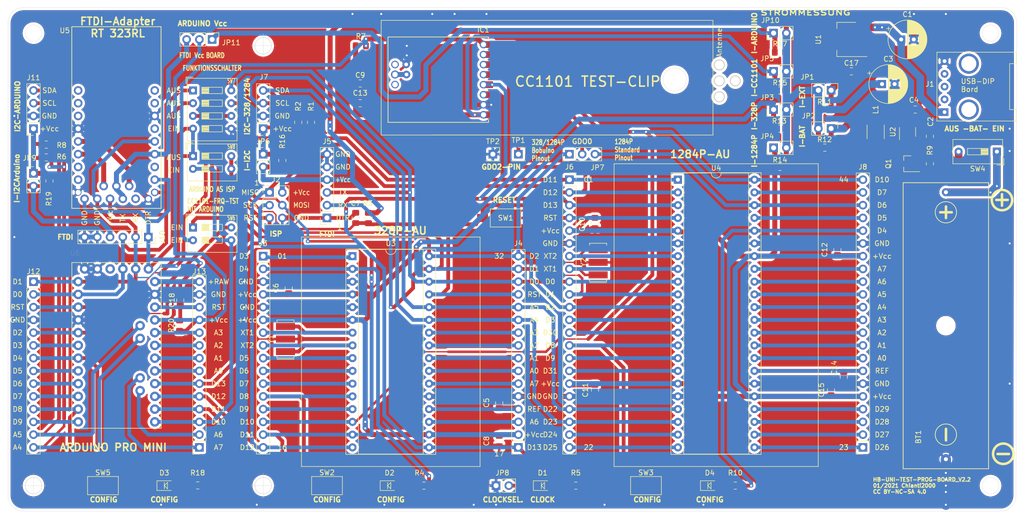
<source format=kicad_pcb>
(kicad_pcb (version 20171130) (host pcbnew "(5.1.8)-1")
  (layers (0 F.Cu signal) (31 B.Cu signal) (34 B.Paste user) (35 F.Paste user) (36 B.SilkS user) (37 F.SilkS user) (38 B.Mask user) (39 F.Mask user) (44 Edge.Cuts user))
  (net 0 "")
  (net 1 "Net-(BT1-Pad1)")
  (net 2 GND)
  (net 3 +5V)
  (net 4 /AREF_328)
  (net 5 +3V3)
  (net 6 /DTR)
  (net 7 /RESET)
  (net 8 /AREF_1284)
  (net 9 "Net-(D1-Pad2)")
  (net 10 "Net-(D2-Pad2)")
  (net 11 "Net-(D4-Pad2)")
  (net 12 /D11_1284)
  (net 13 /D13_1284)
  (net 14 /D12_1284)
  (net 15 "Net-(IC1-Pad6)")
  (net 16 /D2_1284)
  (net 17 /D9_328)
  (net 18 /D8_328)
  (net 19 /D7_328)
  (net 20 /D6_328)
  (net 21 /D5_328)
  (net 22 /XTAL2_328)
  (net 23 /XTAL1_328)
  (net 24 /D4_328)
  (net 25 /D3_328)
  (net 26 /D0_1284)
  (net 27 /A5_328)
  (net 28 /A4_328)
  (net 29 /A3_328)
  (net 30 /A2_328)
  (net 31 /A1_328)
  (net 32 /A0_328)
  (net 33 /A7_328)
  (net 34 /A6_328)
  (net 35 /D25_1284)
  (net 36 /D24_1284)
  (net 37 /D31_1284)
  (net 38 /D9_1284)
  (net 39 /D8_1284)
  (net 40 /D30_1284)
  (net 41 /D3_1284)
  (net 42 /XTAL1_1284)
  (net 43 /XTAL2_1284)
  (net 44 /D7_1284)
  (net 45 /D6_1284)
  (net 46 /D5_1284)
  (net 47 /D4_1284)
  (net 48 /A7_1284)
  (net 49 /A6_1284)
  (net 50 /A5_1284)
  (net 51 /A4_1284)
  (net 52 /A3_1284)
  (net 53 /A2_1284)
  (net 54 /A1_1284)
  (net 55 /A0_1284)
  (net 56 /D29_1284)
  (net 57 /D28_1284)
  (net 58 /D27_1284)
  (net 59 /D26_1284)
  (net 60 "Net-(L1-Pad2)")
  (net 61 /CS)
  (net 62 /+3.3V_328)
  (net 63 /+3.3V_1284)
  (net 64 /+3.3V_I2C)
  (net 65 "Net-(IC1-Pad9)")
  (net 66 "Net-(IC1-Pad7)")
  (net 67 "Net-(D1-Pad1)")
  (net 68 /+3.3V_CC1101)
  (net 69 "Net-(C2-Pad1)")
  (net 70 "Net-(C4-Pad1)")
  (net 71 "Net-(C17-Pad1)")
  (net 72 "Net-(Q1-Pad3)")
  (net 73 "Net-(Q1-Pad1)")
  (net 74 /A4_A)
  (net 75 /A5_A)
  (net 76 /D9_A)
  (net 77 /D8_A)
  (net 78 /D7_A)
  (net 79 /D6_A)
  (net 80 /D5_A)
  (net 81 /D4_A)
  (net 82 /D3_A)
  (net 83 /RESET_2)
  (net 84 /RAW_A)
  (net 85 /RESET_1)
  (net 86 /A3_A)
  (net 87 /A2_A)
  (net 88 /A1_A)
  (net 89 /A0_A)
  (net 90 /A6_A)
  (net 91 /A7_A)
  (net 92 "Net-(U5-Pad6)")
  (net 93 "Net-(U5-Pad5)")
  (net 94 /+3.3V_A)
  (net 95 "Net-(JP11-Pad3)")
  (net 96 "Net-(D3-Pad2)")
  (net 97 /D2_A)
  (net 98 /D10_A)
  (net 99 /+3.3V_B-Arduino)
  (net 100 /+3.3V_I2CArd.)
  (net 101 /D1_1284)
  (net 102 /D1_A)
  (net 103 /DTR_A)
  (net 104 /D0_A)
  (module Button_Switch_THT:SW_DIP_SPSTx02_Slide_9.78x7.26mm_W7.62mm_P2.54mm (layer F.Cu) (at 80.645 65.3923)
    (fp_text reference SW8 (at 7.62 -1.905) (layer F.SilkS) (effects (font (size 0.9 0.5) (thickness 0.125))))
    (fp_text value ISP_FKT.)
    (pad 4 thru_hole oval (at 7.62 0) (size 1.6 1.6) (drill 0.8) (layers *.Cu *.Mask) (net 7 /RESET))
    (pad 2 thru_hole oval (at 0 2.54) (size 1.6 1.6) (drill 0.8) (layers *.Cu *.Mask) (net 98 /D10_A))
    (pad 3 thru_hole oval (at 7.62 2.54) (size 1.6 1.6) (drill 0.8) (layers *.Cu *.Mask) (net 7 /RESET))
    (pad 1 thru_hole rect (at 0 0) (size 1.6 1.6) (drill 0.8) (layers *.Cu *.Mask) (net 83 /RESET_2))
  )
  (module Crystal:Resonator_SMD-3Pin_7.2x3.0mm (layer F.Cu) (at 161.29 86.5613 90)
    (fp_text reference Y2 (at 0 -2.9 90) (layer F.SilkS))
    (fp_text value Resonator)
    (pad 3 smd rect (at 2.5 0 90) (size 1.4 3.8) (layers F.Cu F.Paste F.Mask) (net 43 /XTAL2_1284))
    (pad 2 smd rect (at 0 0 90) (size 1.4 3.8) (layers F.Cu F.Paste F.Mask) (net 2 GND))
    (pad 1 smd rect (at -2.5 0 90) (size 1.4 3.8) (layers F.Cu F.Paste F.Mask) (net 42 /XTAL1_1284))
  )
  (module Crystal:Resonator_SMD-3Pin_7.2x3.0mm (layer F.Cu) (at 99.06 101.841 90)
    (fp_text reference Y1 (at 0 -2.9 90) (layer F.SilkS))
    (fp_text value Resonator)
    (pad 3 smd rect (at 2.5 0 90) (size 1.4 3.8) (layers F.Cu F.Paste F.Mask) (net 23 /XTAL1_328))
    (pad 2 smd rect (at 0 0 90) (size 1.4 3.8) (layers F.Cu F.Paste F.Mask) (net 2 GND))
    (pad 1 smd rect (at -2.5 0 90) (size 1.4 3.8) (layers F.Cu F.Paste F.Mask) (net 22 /XTAL2_328))
  )
  (module Button_Switch_THT:SW_DIP_SPSTx01_Slide_9.78x4.72mm_W7.62mm_P2.54mm (layer F.Cu) (at 240.665 64.5033 180)
    (fp_text reference SW4 (at 3.81 -3.42) (layer F.SilkS))
    (fp_text value SW_DIP_x01)
    (pad 2 thru_hole oval (at 7.62 0 180) (size 1.6 1.6) (drill 0.8) (layers *.Cu *.Mask) (net 72 "Net-(Q1-Pad3)"))
    (pad 1 thru_hole rect (at 0 0 180) (size 1.6 1.6) (drill 0.8) (layers *.Cu *.Mask) (net 1 "Net-(BT1-Pad1)"))
  )
  (module Package_DIP:DIP-32_W15.24mm_Socket (layer F.Cu) (at 112.395 85.3313)
    (fp_text reference U3 (at 7.62 -2.54) (layer F.SilkS))
    (fp_text value ATmega328P-AU)
    (pad 32 thru_hole oval (at 15.24 0) (size 1.6 1.6) (drill 0.8) (layers *.Cu *.Mask) (net 16 /D2_1284))
    (pad 16 thru_hole oval (at 0 38.1) (size 1.6 1.6) (drill 0.8) (layers *.Cu *.Mask) (net 14 /D12_1284))
    (pad 31 thru_hole oval (at 15.24 2.54) (size 1.6 1.6) (drill 0.8) (layers *.Cu *.Mask) (net 101 /D1_1284))
    (pad 15 thru_hole oval (at 0 35.56) (size 1.6 1.6) (drill 0.8) (layers *.Cu *.Mask) (net 12 /D11_1284))
    (pad 30 thru_hole oval (at 15.24 5.08) (size 1.6 1.6) (drill 0.8) (layers *.Cu *.Mask) (net 26 /D0_1284))
    (pad 14 thru_hole oval (at 0 33.02) (size 1.6 1.6) (drill 0.8) (layers *.Cu *.Mask) (net 61 /CS))
    (pad 29 thru_hole oval (at 15.24 7.62) (size 1.6 1.6) (drill 0.8) (layers *.Cu *.Mask) (net 7 /RESET))
    (pad 13 thru_hole oval (at 0 30.48) (size 1.6 1.6) (drill 0.8) (layers *.Cu *.Mask) (net 17 /D9_328))
    (pad 28 thru_hole oval (at 15.24 10.16) (size 1.6 1.6) (drill 0.8) (layers *.Cu *.Mask) (net 27 /A5_328))
    (pad 12 thru_hole oval (at 0 27.94) (size 1.6 1.6) (drill 0.8) (layers *.Cu *.Mask) (net 18 /D8_328))
    (pad 27 thru_hole oval (at 15.24 12.7) (size 1.6 1.6) (drill 0.8) (layers *.Cu *.Mask) (net 28 /A4_328))
    (pad 11 thru_hole oval (at 0 25.4) (size 1.6 1.6) (drill 0.8) (layers *.Cu *.Mask) (net 19 /D7_328))
    (pad 26 thru_hole oval (at 15.24 15.24) (size 1.6 1.6) (drill 0.8) (layers *.Cu *.Mask) (net 29 /A3_328))
    (pad 10 thru_hole oval (at 0 22.86) (size 1.6 1.6) (drill 0.8) (layers *.Cu *.Mask) (net 20 /D6_328))
    (pad 25 thru_hole oval (at 15.24 17.78) (size 1.6 1.6) (drill 0.8) (layers *.Cu *.Mask) (net 30 /A2_328))
    (pad 9 thru_hole oval (at 0 20.32) (size 1.6 1.6) (drill 0.8) (layers *.Cu *.Mask) (net 21 /D5_328))
    (pad 24 thru_hole oval (at 15.24 20.32) (size 1.6 1.6) (drill 0.8) (layers *.Cu *.Mask) (net 31 /A1_328))
    (pad 8 thru_hole oval (at 0 17.78) (size 1.6 1.6) (drill 0.8) (layers *.Cu *.Mask) (net 22 /XTAL2_328))
    (pad 23 thru_hole oval (at 15.24 22.86) (size 1.6 1.6) (drill 0.8) (layers *.Cu *.Mask) (net 32 /A0_328))
    (pad 7 thru_hole oval (at 0 15.24) (size 1.6 1.6) (drill 0.8) (layers *.Cu *.Mask) (net 23 /XTAL1_328))
    (pad 22 thru_hole oval (at 15.24 25.4) (size 1.6 1.6) (drill 0.8) (layers *.Cu *.Mask) (net 33 /A7_328))
    (pad 6 thru_hole oval (at 0 12.7) (size 1.6 1.6) (drill 0.8) (layers *.Cu *.Mask) (net 62 /+3.3V_328))
    (pad 21 thru_hole oval (at 15.24 27.94) (size 1.6 1.6) (drill 0.8) (layers *.Cu *.Mask) (net 2 GND))
    (pad 5 thru_hole oval (at 0 10.16) (size 1.6 1.6) (drill 0.8) (layers *.Cu *.Mask) (net 2 GND))
    (pad 20 thru_hole oval (at 15.24 30.48) (size 1.6 1.6) (drill 0.8) (layers *.Cu *.Mask) (net 4 /AREF_328))
    (pad 4 thru_hole oval (at 0 7.62) (size 1.6 1.6) (drill 0.8) (layers *.Cu *.Mask) (net 62 /+3.3V_328))
    (pad 19 thru_hole oval (at 15.24 33.02) (size 1.6 1.6) (drill 0.8) (layers *.Cu *.Mask) (net 34 /A6_328))
    (pad 3 thru_hole oval (at 0 5.08) (size 1.6 1.6) (drill 0.8) (layers *.Cu *.Mask) (net 2 GND))
    (pad 18 thru_hole oval (at 15.24 35.56) (size 1.6 1.6) (drill 0.8) (layers *.Cu *.Mask) (net 62 /+3.3V_328))
    (pad 2 thru_hole oval (at 0 2.54) (size 1.6 1.6) (drill 0.8) (layers *.Cu *.Mask) (net 24 /D4_328))
    (pad 17 thru_hole oval (at 15.24 38.1) (size 1.6 1.6) (drill 0.8) (layers *.Cu *.Mask) (net 13 /D13_1284))
    (pad 1 thru_hole rect (at 0 0) (size 1.6 1.6) (drill 0.8) (layers *.Cu *.Mask) (net 25 /D3_328))
  )
  (module Package_DIP:DIP-48_W15.24mm_Socket (layer F.Cu) (at 177.165 70.0913)
    (fp_text reference U4 (at 7.62 -2.33) (layer F.SilkS))
    (fp_text value ATmega1284P-AU)
    (pad 44 thru_hole oval (at 15.24 0) (size 1.6 1.6) (drill 0.8) (layers *.Cu *.Mask) (net 61 /CS))
    (pad 43 thru_hole oval (at 15.24 2.54) (size 1.6 1.6) (drill 0.8) (layers *.Cu *.Mask) (net 44 /D7_1284))
    (pad 42 thru_hole oval (at 15.24 5.08) (size 1.6 1.6) (drill 0.8) (layers *.Cu *.Mask) (net 45 /D6_1284))
    (pad 22 thru_hole oval (at 0 53.34) (size 1.6 1.6) (drill 0.8) (layers *.Cu *.Mask) (net 35 /D25_1284))
    (pad 41 thru_hole oval (at 15.24 7.62) (size 1.6 1.6) (drill 0.8) (layers *.Cu *.Mask) (net 46 /D5_1284))
    (pad 21 thru_hole oval (at 0 50.8) (size 1.6 1.6) (drill 0.8) (layers *.Cu *.Mask) (net 36 /D24_1284))
    (pad 40 thru_hole oval (at 15.24 10.16) (size 1.6 1.6) (drill 0.8) (layers *.Cu *.Mask) (net 47 /D4_1284))
    (pad 20 thru_hole oval (at 0 48.26) (size 1.6 1.6) (drill 0.8) (layers *.Cu *.Mask) (net 28 /A4_328))
    (pad 39 thru_hole oval (at 15.24 12.7) (size 1.6 1.6) (drill 0.8) (layers *.Cu *.Mask) (net 2 GND))
    (pad 19 thru_hole oval (at 0 45.72) (size 1.6 1.6) (drill 0.8) (layers *.Cu *.Mask) (net 27 /A5_328))
    (pad 38 thru_hole oval (at 15.24 15.24) (size 1.6 1.6) (drill 0.8) (layers *.Cu *.Mask) (net 63 /+3.3V_1284))
    (pad 18 thru_hole oval (at 0 43.18) (size 1.6 1.6) (drill 0.8) (layers *.Cu *.Mask) (net 2 GND))
    (pad 37 thru_hole oval (at 15.24 17.78) (size 1.6 1.6) (drill 0.8) (layers *.Cu *.Mask) (net 48 /A7_1284))
    (pad 17 thru_hole oval (at 0 40.64) (size 1.6 1.6) (drill 0.8) (layers *.Cu *.Mask) (net 63 /+3.3V_1284))
    (pad 36 thru_hole oval (at 15.24 20.32) (size 1.6 1.6) (drill 0.8) (layers *.Cu *.Mask) (net 49 /A6_1284))
    (pad 16 thru_hole oval (at 0 38.1) (size 1.6 1.6) (drill 0.8) (layers *.Cu *.Mask) (net 37 /D31_1284))
    (pad 35 thru_hole oval (at 15.24 22.86) (size 1.6 1.6) (drill 0.8) (layers *.Cu *.Mask) (net 50 /A5_1284))
    (pad 15 thru_hole oval (at 0 35.56) (size 1.6 1.6) (drill 0.8) (layers *.Cu *.Mask) (net 38 /D9_1284))
    (pad 34 thru_hole oval (at 15.24 25.4) (size 1.6 1.6) (drill 0.8) (layers *.Cu *.Mask) (net 51 /A4_1284))
    (pad 14 thru_hole oval (at 0 33.02) (size 1.6 1.6) (drill 0.8) (layers *.Cu *.Mask) (net 39 /D8_1284))
    (pad 33 thru_hole oval (at 15.24 27.94) (size 1.6 1.6) (drill 0.8) (layers *.Cu *.Mask) (net 52 /A3_1284))
    (pad 13 thru_hole oval (at 0 30.48) (size 1.6 1.6) (drill 0.8) (layers *.Cu *.Mask) (net 40 /D30_1284))
    (pad 32 thru_hole oval (at 15.24 30.48) (size 1.6 1.6) (drill 0.8) (layers *.Cu *.Mask) (net 53 /A2_1284))
    (pad 12 thru_hole oval (at 0 27.94) (size 1.6 1.6) (drill 0.8) (layers *.Cu *.Mask) (net 41 /D3_1284))
    (pad 31 thru_hole oval (at 15.24 33.02) (size 1.6 1.6) (drill 0.8) (layers *.Cu *.Mask) (net 54 /A1_1284))
    (pad 11 thru_hole oval (at 0 25.4) (size 1.6 1.6) (drill 0.8) (layers *.Cu *.Mask) (net 16 /D2_1284))
    (pad 30 thru_hole oval (at 15.24 35.56) (size 1.6 1.6) (drill 0.8) (layers *.Cu *.Mask) (net 55 /A0_1284))
    (pad 10 thru_hole oval (at 0 22.86) (size 1.6 1.6) (drill 0.8) (layers *.Cu *.Mask) (net 101 /D1_1284))
    (pad 29 thru_hole oval (at 15.24 38.1) (size 1.6 1.6) (drill 0.8) (layers *.Cu *.Mask) (net 8 /AREF_1284))
    (pad 9 thru_hole oval (at 0 20.32) (size 1.6 1.6) (drill 0.8) (layers *.Cu *.Mask) (net 26 /D0_1284))
    (pad 28 thru_hole oval (at 15.24 40.64) (size 1.6 1.6) (drill 0.8) (layers *.Cu *.Mask) (net 2 GND))
    (pad 8 thru_hole oval (at 0 17.78) (size 1.6 1.6) (drill 0.8) (layers *.Cu *.Mask) (net 42 /XTAL1_1284))
    (pad 27 thru_hole oval (at 15.24 43.18) (size 1.6 1.6) (drill 0.8) (layers *.Cu *.Mask) (net 63 /+3.3V_1284))
    (pad 7 thru_hole oval (at 0 15.24) (size 1.6 1.6) (drill 0.8) (layers *.Cu *.Mask) (net 43 /XTAL2_1284))
    (pad 26 thru_hole oval (at 15.24 45.72) (size 1.6 1.6) (drill 0.8) (layers *.Cu *.Mask) (net 56 /D29_1284))
    (pad 6 thru_hole oval (at 0 12.7) (size 1.6 1.6) (drill 0.8) (layers *.Cu *.Mask) (net 2 GND))
    (pad 25 thru_hole oval (at 15.24 48.26) (size 1.6 1.6) (drill 0.8) (layers *.Cu *.Mask) (net 57 /D28_1284))
    (pad 5 thru_hole oval (at 0 10.16) (size 1.6 1.6) (drill 0.8) (layers *.Cu *.Mask) (net 63 /+3.3V_1284))
    (pad 24 thru_hole oval (at 15.24 50.8) (size 1.6 1.6) (drill 0.8) (layers *.Cu *.Mask) (net 58 /D27_1284))
    (pad 4 thru_hole oval (at 0 7.62) (size 1.6 1.6) (drill 0.8) (layers *.Cu *.Mask) (net 7 /RESET))
    (pad 23 thru_hole oval (at 15.24 53.34) (size 1.6 1.6) (drill 0.8) (layers *.Cu *.Mask) (net 59 /D26_1284))
    (pad 3 thru_hole oval (at 0 5.08) (size 1.6 1.6) (drill 0.8) (layers *.Cu *.Mask) (net 13 /D13_1284))
    (pad 2 thru_hole oval (at 0 2.54) (size 1.6 1.6) (drill 0.8) (layers *.Cu *.Mask) (net 14 /D12_1284))
    (pad 1 thru_hole rect (at 0 0) (size 1.6 1.6) (drill 0.8) (layers *.Cu *.Mask) (net 12 /D11_1284))
  )
  (module Resistor_SMD:R_0805_2012Metric_Pad1.15x1.40mm_HandSolder (layer F.Cu) (at 77.978 99.1743 90)
    (fp_text reference R20 (at 0 -1.65 90) (layer F.SilkS))
    (fp_text value 10k)
    (pad 2 smd roundrect (at 1.025 0 90) (size 1.15 1.4) (layers F.Cu F.Paste F.Mask) (roundrect_rratio 0.2173904347826087) (net 85 /RESET_1))
    (pad 1 smd roundrect (at -1.025 0 90) (size 1.15 1.4) (layers F.Cu F.Paste F.Mask) (roundrect_rratio 0.2173904347826087) (net 94 /+3.3V_A))
  )
  (module Capacitor_SMD:C_0805_2012Metric_Pad1.15x1.40mm_HandSolder (layer F.Cu) (at 78.105 94.0943 90)
    (fp_text reference C18 (at 0 -1.65 90) (layer F.SilkS))
    (fp_text value 100n)
    (pad 2 smd roundrect (at 1.025 0 90) (size 1.15 1.4) (layers F.Cu F.Paste F.Mask) (roundrect_rratio 0.2173904347826087) (net 103 /DTR_A))
    (pad 1 smd roundrect (at -1.025 0 90) (size 1.15 1.4) (layers F.Cu F.Paste F.Mask) (roundrect_rratio 0.2173904347826087) (net 85 /RESET_1))
  )
  (module additional:FTDI232_PCB (layer F.Cu) (at 65.405 57.3913 90)
    (fp_text reference U5 (at 17.018 -10.287 180) (layer F.SilkS))
    (fp_text value FTDI232_PCB)
    (pad 12 thru_hole circle (at -15.24 7.62 90) (size 1.5 1.5) (drill 1) (layers *.Cu *.Mask) (net 104 /D0_A))
    (pad 10 thru_hole circle (at -12.7 7.62 90) (size 1.7 1.7) (drill 1) (layers *.Cu *.Mask) (net 103 /DTR_A))
    (pad 18 thru_hole circle (at -10.16 7.62 90) (size 1.7 1.7) (drill 1) (layers *.Cu *.Mask))
    (pad 13 thru_hole circle (at -7.62 7.62 90) (size 1.7 1.7) (drill 1) (layers *.Cu *.Mask) (net 95 "Net-(JP11-Pad3)"))
    (pad 11 thru_hole circle (at -5.08 7.62 90) (size 1.7 1.7) (drill 1) (layers *.Cu *.Mask) (net 102 /D1_A))
    (pad 21 thru_hole circle (at -2.54 7.62 90) (size 1.7 1.7) (drill 1) (layers *.Cu *.Mask))
    (pad 9 thru_hole circle (at 0 7.62 90) (size 1.7 1.7) (drill 1) (layers *.Cu *.Mask) (net 2 GND))
    (pad 23 thru_hole circle (at 2.54 7.62 90) (size 1.7 1.7) (drill 1) (layers *.Cu *.Mask))
    (pad 24 thru_hole circle (at 5.08 7.62 90) (size 1.7 1.7) (drill 1) (layers *.Cu *.Mask))
    (pad 9 thru_hole circle (at -15.24 -7.62 90) (size 1.3 1.3) (drill 1) (layers *.Cu *.Mask) (net 2 GND))
    (pad 8 thru_hole circle (at -12.7 -7.62 90) (size 1.7 1.7) (drill 1) (layers *.Cu *.Mask))
    (pad 7 thru_hole circle (at -10.16 -7.62 90) (size 1.7 1.7) (drill 1) (layers *.Cu *.Mask))
    (pad 6 thru_hole circle (at -7.62 -7.62 90) (size 1.7 1.7) (drill 1) (layers *.Cu *.Mask) (net 92 "Net-(U5-Pad6)"))
    (pad 5 thru_hole circle (at -5.08 -7.62 90) (size 1.7 1.7) (drill 1) (layers *.Cu *.Mask) (net 93 "Net-(U5-Pad5)"))
    (pad 4 thru_hole circle (at -2.54 -7.62 90) (size 1.7 1.7) (drill 1) (layers *.Cu *.Mask) (net 2 GND))
    (pad 3 thru_hole circle (at 0 -7.62 90) (size 1.7 1.7) (drill 1) (layers *.Cu *.Mask))
    (pad 2 thru_hole circle (at 2.54 -7.62 90) (size 1.7 1.7) (drill 1) (layers *.Cu *.Mask))
    (pad 1 thru_hole circle (at 5.08 -7.62 90) (size 1.7 1.7) (drill 1) (layers *.Cu *.Mask))
    (pad 10 thru_hole circle (at -16.51 -6.35 90) (size 1.7 1.7) (drill 1) (layers *.Cu *.Mask) (net 103 /DTR_A))
    (pad 11 thru_hole circle (at -16.51 -3.81 90) (size 1.7 1.7) (drill 1) (layers *.Cu *.Mask) (net 102 /D1_A))
    (pad 12 thru_hole circle (at -16.51 -1.27 90) (size 1.7 1.7) (drill 1) (layers *.Cu *.Mask) (net 104 /D0_A))
    (pad 13 thru_hole circle (at -16.51 1.27 90) (size 1.7 1.7) (drill 1) (layers *.Cu *.Mask) (net 95 "Net-(JP11-Pad3)"))
    (pad 14 thru_hole circle (at -16.51 3.81 90) (size 1.7 1.7) (drill 1) (layers *.Cu *.Mask))
    (pad 9 thru_hole circle (at -16.51 6.35 90) (size 1.5 1.5) (drill 1) (layers *.Cu *.Mask) (net 2 GND))
    (pad 13 thru_hole circle (at -13.97 0 90) (size 1.7 1.7) (drill 1) (layers *.Cu *.Mask) (net 95 "Net-(JP11-Pad3)"))
    (pad 6 thru_hole circle (at -13.97 -2.54 90) (size 1.7 1.7) (drill 1) (layers *.Cu *.Mask) (net 92 "Net-(U5-Pad6)"))
    (pad 5 thru_hole circle (at -13.97 2.54 90) (size 1.7 1.7) (drill 1) (layers *.Cu *.Mask) (net 93 "Net-(U5-Pad5)"))
  )
  (module Resistor_SMD:R_0805_2012Metric_Pad1.15x1.40mm_HandSolder (layer F.Cu) (at 52.07 70.3363 90)
    (fp_text reference R19 (at -3.565 -0.127 90) (layer F.SilkS))
    (fp_text value SHUNT)
    (pad 2 smd roundrect (at 1.025 0 90) (size 1.15 1.4) (layers F.Cu F.Paste F.Mask) (roundrect_rratio 0.2173904347826087) (net 100 /+3.3V_I2CArd.))
    (pad 1 smd roundrect (at -1.025 0 90) (size 1.15 1.4) (layers F.Cu F.Paste F.Mask) (roundrect_rratio 0.2173904347826087) (net 5 +3V3))
  )
  (module Connector_PinHeader_2.54mm:PinHeader_1x02_P2.54mm_Vertical (layer F.Cu) (at 48.895 68.8213)
    (fp_text reference JP9 (at -0.762 -3.048) (layer F.SilkS))
    (fp_text value I-I2CArd.)
    (pad 2 thru_hole oval (at 0 2.54) (size 1.7 1.7) (drill 1) (layers *.Cu *.Mask) (net 5 +3V3))
    (pad 1 thru_hole rect (at 0 0) (size 1.7 1.7) (drill 1) (layers *.Cu *.Mask) (net 100 /+3.3V_I2CArd.))
  )
  (module Button_Switch_THT:SW_DIP_SPSTx04_Slide_9.78x12.34mm_W7.62mm_P2.54mm (layer F.Cu) (at 80.645 52.3113)
    (fp_text reference SW7 (at 7.62 -1.905) (layer F.SilkS) (effects (font (size 0.9 0.5) (thickness 0.125))))
    (fp_text value ISP-Funktion)
    (pad 8 thru_hole oval (at 7.62 0) (size 1.6 1.6) (drill 0.8) (layers *.Cu *.Mask) (net 26 /D0_1284))
    (pad 4 thru_hole oval (at 0 7.62) (size 1.6 1.6) (drill 0.8) (layers *.Cu *.Mask) (net 83 /RESET_2))
    (pad 7 thru_hole oval (at 7.62 2.54) (size 1.6 1.6) (drill 0.8) (layers *.Cu *.Mask) (net 6 /DTR))
    (pad 3 thru_hole oval (at 0 5.08) (size 1.6 1.6) (drill 0.8) (layers *.Cu *.Mask) (net 102 /D1_A))
    (pad 6 thru_hole oval (at 7.62 5.08) (size 1.6 1.6) (drill 0.8) (layers *.Cu *.Mask) (net 101 /D1_1284))
    (pad 2 thru_hole oval (at 0 2.54) (size 1.6 1.6) (drill 0.8) (layers *.Cu *.Mask) (net 103 /DTR_A))
    (pad 5 thru_hole oval (at 7.62 7.62) (size 1.6 1.6) (drill 0.8) (layers *.Cu *.Mask) (net 2 GND))
    (pad 1 thru_hole rect (at 0 0) (size 1.6 1.6) (drill 0.8) (layers *.Cu *.Mask) (net 104 /D0_A))
  )
  (module additional:CC1101_POGOPIN (layer F.Cu) (at 140.97 58.6613 180)
    (fp_text reference IC1 (at 2.54 18.415 180) (layer F.SilkS))
    (fp_text value CC1101)
    (pad 8 thru_hole circle (at 2.5 15.5 180) (size 1.5 1.5) (drill 1) (layers *.Cu *.Mask) (net 61 /CS))
    (pad 8 connect rect (at 1.5 15.5 180) (size 1.8 1.35) (layers F.Cu F.Mask) (net 61 /CS))
    (pad 1 thru_hole circle (at 2.5 1.5 180) (size 1.5 1.5) (drill 1) (layers *.Cu *.Mask) (net 68 /+3.3V_CC1101))
    (pad 2 thru_hole circle (at 2.5 3.5 180) (size 1.5 1.5) (drill 1) (layers *.Cu *.Mask) (net 2 GND))
    (pad 3 thru_hole circle (at 2.5 5.5 180) (size 1.5 1.5) (drill 1) (layers *.Cu *.Mask) (net 12 /D11_1284))
    (pad 4 thru_hole circle (at 2.5 7.5 180) (size 1.5 1.5) (drill 1) (layers *.Cu *.Mask) (net 13 /D13_1284))
    (pad 5 thru_hole circle (at 2.5 9.5 180) (size 1.5 1.5) (drill 1) (layers *.Cu *.Mask) (net 14 /D12_1284))
    (pad 6 thru_hole circle (at 2.5 11.5 180) (size 1.5 1.5) (drill 1) (layers *.Cu *.Mask) (net 15 "Net-(IC1-Pad6)"))
    (pad 7 thru_hole circle (at 2.5 13.5 180) (size 1.5 1.5) (drill 1) (layers *.Cu *.Mask) (net 66 "Net-(IC1-Pad7)"))
    (pad 1 connect rect (at 1.5 1.5 180) (size 1.8 1.35) (layers F.Cu F.Mask) (net 68 /+3.3V_CC1101))
    (pad 2 connect rect (at 1.5 3.5 180) (size 1.8 1.35) (layers F.Cu F.Mask) (net 2 GND))
    (pad 3 connect rect (at 1.5 5.5 180) (size 1.8 1.35) (layers F.Cu F.Mask) (net 12 /D11_1284))
    (pad 4 connect rect (at 1.5 7.5 180) (size 1.8 1.35) (layers F.Cu F.Mask) (net 13 /D13_1284))
    (pad 5 connect rect (at 1.5 9.5 180) (size 1.8 1.35) (layers F.Cu F.Mask) (net 14 /D12_1284))
    (pad 6 connect rect (at 1.5 11.5 180) (size 1.8 1.35) (layers F.Cu F.Mask) (net 15 "Net-(IC1-Pad6)"))
    (pad 7 connect rect (at 1.5 13.5 180) (size 1.8 1.35) (layers F.Cu F.Mask) (net 66 "Net-(IC1-Pad7)"))
    (pad 10 thru_hole circle (at 20.1105 7.525 180) (size 1.5 1.5) (drill 1.06) (layers *.Cu *.Mask))
    (pad 9 thru_hole circle (at 20.1105 9.525 180) (size 1.6 1.6) (drill 1.06) (layers *.Cu *.Mask) (net 65 "Net-(IC1-Pad9)"))
    (pad 11 thru_hole circle (at 20.1105 11.5215 180) (size 1.5 1.5) (drill 1.06) (layers *.Cu *.Mask))
    (pad 9 thru_hole circle (at 17.8245 9.525 180) (size 1.5 1.5) (drill 0.75) (layers *.Cu *.Mask) (net 65 "Net-(IC1-Pad9)"))
    (pad 13 thru_hole circle (at 17.888 11.535 180) (size 1.5 1.5) (drill 0.75) (layers *.Cu *.Mask) (net 2 GND))
  )
  (module Connector_PinSocket_2.54mm:PinSocket_1x14_P2.54mm_Vertical (layer F.Cu) (at 81.915 123.431 180)
    (fp_text reference J13 (at 0 35.0517) (layer F.SilkS))
    (fp_text value "ARDUINO PIN")
    (pad 14 thru_hole oval (at 0 33.02 180) (size 1.7 1.7) (drill 1) (layers *.Cu *.Mask) (net 84 /RAW_A))
    (pad 13 thru_hole oval (at 0 30.48 180) (size 1.7 1.7) (drill 1) (layers *.Cu *.Mask) (net 2 GND))
    (pad 12 thru_hole oval (at 0 27.94 180) (size 1.7 1.7) (drill 1) (layers *.Cu *.Mask) (net 85 /RESET_1))
    (pad 11 thru_hole oval (at 0 25.4 180) (size 1.7 1.7) (drill 1) (layers *.Cu *.Mask) (net 94 /+3.3V_A))
    (pad 10 thru_hole oval (at 0 22.86 180) (size 1.7 1.7) (drill 1) (layers *.Cu *.Mask) (net 86 /A3_A))
    (pad 9 thru_hole oval (at 0 20.32 180) (size 1.7 1.7) (drill 1) (layers *.Cu *.Mask) (net 87 /A2_A))
    (pad 8 thru_hole oval (at 0 17.78 180) (size 1.7 1.7) (drill 1) (layers *.Cu *.Mask) (net 88 /A1_A))
    (pad 7 thru_hole oval (at 0 15.24 180) (size 1.7 1.7) (drill 1) (layers *.Cu *.Mask) (net 89 /A0_A))
    (pad 6 thru_hole oval (at 0 12.7 180) (size 1.7 1.7) (drill 1) (layers *.Cu *.Mask) (net 13 /D13_1284))
    (pad 5 thru_hole oval (at 0 10.16 180) (size 1.7 1.7) (drill 1) (layers *.Cu *.Mask) (net 14 /D12_1284))
    (pad 4 thru_hole oval (at 0 7.62 180) (size 1.7 1.7) (drill 1) (layers *.Cu *.Mask) (net 12 /D11_1284))
    (pad 3 thru_hole oval (at 0 5.08 180) (size 1.7 1.7) (drill 1) (layers *.Cu *.Mask) (net 98 /D10_A))
    (pad 2 thru_hole oval (at 0 2.54 180) (size 1.7 1.7) (drill 1) (layers *.Cu *.Mask) (net 90 /A6_A))
    (pad 1 thru_hole rect (at 0 0 180) (size 1.7 1.7) (drill 1) (layers *.Cu *.Mask) (net 91 /A7_A))
  )
  (module Connector_PinSocket_2.54mm:PinSocket_1x14_P2.54mm_Vertical (layer F.Cu) (at 48.895 90.4113)
    (fp_text reference J12 (at 0 -2.032) (layer F.SilkS))
    (fp_text value "ARDUINO PIN")
    (pad 14 thru_hole oval (at 0 33.02) (size 1.7 1.7) (drill 1) (layers *.Cu *.Mask) (net 74 /A4_A))
    (pad 13 thru_hole oval (at 0 30.48) (size 1.7 1.7) (drill 1) (layers *.Cu *.Mask) (net 75 /A5_A))
    (pad 12 thru_hole oval (at 0 27.94) (size 1.7 1.7) (drill 1) (layers *.Cu *.Mask) (net 76 /D9_A))
    (pad 11 thru_hole oval (at 0 25.4) (size 1.7 1.7) (drill 1) (layers *.Cu *.Mask) (net 77 /D8_A))
    (pad 10 thru_hole oval (at 0 22.86) (size 1.7 1.7) (drill 1) (layers *.Cu *.Mask) (net 78 /D7_A))
    (pad 9 thru_hole oval (at 0 20.32) (size 1.7 1.7) (drill 1) (layers *.Cu *.Mask) (net 79 /D6_A))
    (pad 8 thru_hole oval (at 0 17.78) (size 1.7 1.7) (drill 1) (layers *.Cu *.Mask) (net 80 /D5_A))
    (pad 7 thru_hole oval (at 0 15.24) (size 1.7 1.7) (drill 1) (layers *.Cu *.Mask) (net 81 /D4_A))
    (pad 6 thru_hole oval (at 0 12.7) (size 1.7 1.7) (drill 1) (layers *.Cu *.Mask) (net 82 /D3_A))
    (pad 5 thru_hole oval (at 0 10.16) (size 1.7 1.7) (drill 1) (layers *.Cu *.Mask) (net 97 /D2_A))
    (pad 4 thru_hole oval (at 0 7.62) (size 1.7 1.7) (drill 1) (layers *.Cu *.Mask) (net 2 GND))
    (pad 3 thru_hole oval (at 0 5.08) (size 1.7 1.7) (drill 1) (layers *.Cu *.Mask) (net 83 /RESET_2))
    (pad 2 thru_hole oval (at 0 2.54) (size 1.7 1.7) (drill 1) (layers *.Cu *.Mask) (net 104 /D0_A))
    (pad 1 thru_hole rect (at 0 0) (size 1.7 1.7) (drill 1) (layers *.Cu *.Mask) (net 102 /D1_A))
  )
  (module Button_Switch_THT:SW_DIP_SPSTx02_Slide_9.78x7.26mm_W7.62mm_P2.54mm (layer F.Cu) (at 80.645 79.6163)
    (fp_text reference SW6 (at 7.62 -1.905) (layer F.SilkS) (effects (font (size 0.9 0.5) (thickness 0.125))))
    (fp_text value FRQ.-Test)
    (pad 4 thru_hole oval (at 7.62 0) (size 1.6 1.6) (drill 0.8) (layers *.Cu *.Mask) (net 97 /D2_A))
    (pad 2 thru_hole oval (at 0 2.54) (size 1.6 1.6) (drill 0.8) (layers *.Cu *.Mask) (net 61 /CS))
    (pad 3 thru_hole oval (at 7.62 2.54) (size 1.6 1.6) (drill 0.8) (layers *.Cu *.Mask) (net 98 /D10_A))
    (pad 1 thru_hole rect (at 0 0) (size 1.6 1.6) (drill 0.8) (layers *.Cu *.Mask) (net 16 /D2_1284))
  )
  (module Connector_PinHeader_2.54mm:PinHeader_1x02_P2.54mm_Vertical (layer F.Cu) (at 140.97 131.051 90)
    (fp_text reference JP8 (at 2.54 1.27) (layer F.SilkS))
    (fp_text value CLOCKSEL)
    (pad 2 thru_hole oval (at 0 2.54 90) (size 1.7 1.7) (drill 1) (layers *.Cu *.Mask) (net 67 "Net-(D1-Pad1)"))
    (pad 1 thru_hole rect (at 0 0 90) (size 1.7 1.7) (drill 1) (layers *.Cu *.Mask) (net 2 GND))
  )
  (module Connector_PinHeader_2.54mm:PinHeader_1x02_P2.54mm_Vertical (layer F.Cu) (at 207.67 52.2732 270)
    (fp_text reference JP1 (at -2.6289 4.724) (layer F.SilkS))
    (fp_text value I-EXT)
    (pad 2 thru_hole oval (at 0 2.54 270) (size 1.7 1.7) (drill 1) (layers *.Cu *.Mask) (net 5 +3V3))
    (pad 1 thru_hole rect (at 0 0 270) (size 1.7 1.7) (drill 1) (layers *.Cu *.Mask) (net 71 "Net-(C17-Pad1)"))
  )
  (module Connector_PinHeader_2.54mm:PinHeader_1x03_P2.54mm_Vertical (layer F.Cu) (at 155.575 65.0113 90)
    (fp_text reference JP7 (at -2.667 5.588) (layer F.SilkS))
    (fp_text value "BOBUINO - GDO0 - STANDARD")
    (pad 3 thru_hole oval (at 0 5.08 90) (size 1.7 1.7) (drill 1) (layers *.Cu *.Mask) (net 45 /D6_1284))
    (pad 2 thru_hole oval (at 0 2.54 90) (size 1.7 1.7) (drill 1) (layers *.Cu *.Mask) (net 66 "Net-(IC1-Pad7)"))
    (pad 1 thru_hole rect (at 0 0 90) (size 1.7 1.7) (drill 1) (layers *.Cu *.Mask) (net 16 /D2_1284))
  )
  (module Connector_PinHeader_2.54mm:PinHeader_2x03_P2.54mm_Vertical (layer F.Cu) (at 95.885 72.6313)
    (fp_text reference J2 (at 1.27 -2.54) (layer F.SilkS))
    (fp_text value ISP)
    (pad 6 thru_hole oval (at 2.54 5.08) (size 1.7 1.7) (drill 1) (layers *.Cu *.Mask) (net 2 GND))
    (pad 5 thru_hole oval (at 0 5.08) (size 1.7 1.7) (drill 1) (layers *.Cu *.Mask) (net 7 /RESET))
    (pad 4 thru_hole oval (at 2.54 2.54) (size 1.7 1.7) (drill 1) (layers *.Cu *.Mask) (net 12 /D11_1284))
    (pad 3 thru_hole oval (at 0 2.54) (size 1.7 1.7) (drill 1) (layers *.Cu *.Mask) (net 13 /D13_1284))
    (pad 2 thru_hole oval (at 2.54 0) (size 1.7 1.7) (drill 1) (layers *.Cu *.Mask) (net 5 +3V3))
    (pad 1 thru_hole rect (at 0 0) (size 1.7 1.7) (drill 1) (layers *.Cu *.Mask) (net 14 /D12_1284))
  )
  (module Connector_PinSocket_2.54mm:PinSocket_1x06_P2.54mm_Vertical (layer F.Cu) (at 107.315 77.7113 180)
    (fp_text reference J5 (at 0 15.24) (layer F.SilkS))
    (fp_text value FTDI)
    (pad 6 thru_hole oval (at 0 12.7 180) (size 1.7 1.7) (drill 1) (layers *.Cu *.Mask) (net 2 GND))
    (pad 5 thru_hole oval (at 0 10.16 180) (size 1.7 1.7) (drill 1) (layers *.Cu *.Mask) (net 2 GND))
    (pad 4 thru_hole oval (at 0 7.62 180) (size 1.7 1.7) (drill 1) (layers *.Cu *.Mask) (net 5 +3V3))
    (pad 3 thru_hole oval (at 0 5.08 180) (size 1.7 1.7) (drill 1) (layers *.Cu *.Mask) (net 26 /D0_1284))
    (pad 2 thru_hole oval (at 0 2.54 180) (size 1.7 1.7) (drill 1) (layers *.Cu *.Mask) (net 101 /D1_1284))
    (pad 1 thru_hole rect (at 0 0 180) (size 1.7 1.7) (drill 1) (layers *.Cu *.Mask) (net 6 /DTR))
  )
  (module ARDUINO_PRO_MINI:MODULE_ARDUINO_PRO_MINI (layer F.Cu) (at 65.4215 103.111)
    (fp_text reference U6 (at -8.2715 -18.4147) (layer F.SilkS) (effects (font (thickness 0.015))))
    (fp_text value ARDUINO_PRO_MINI)
    (pad JP1_1 thru_hole circle (at 6.35 -15.24) (size 1.8796 1.8796) (drill 1.016) (layers *.Cu *.Mask) (net 103 /DTR_A))
    (pad JP1_2 thru_hole circle (at 3.81 -15.24) (size 1.8796 1.8796) (drill 1.016) (layers *.Cu *.Mask) (net 102 /D1_A))
    (pad JP1_3 thru_hole circle (at 1.27 -15.24) (size 1.8796 1.8796) (drill 1.016) (layers *.Cu *.Mask) (net 104 /D0_A))
    (pad JP1_4 thru_hole circle (at -1.27 -15.24) (size 1.8796 1.8796) (drill 1.016) (layers *.Cu *.Mask))
    (pad JP1_5 thru_hole circle (at -3.81 -15.24) (size 1.8796 1.8796) (drill 1.016) (layers *.Cu *.Mask) (net 2 GND))
    (pad JP1_6 thru_hole circle (at -6.35 -15.24) (size 1.8796 1.8796) (drill 1.016) (layers *.Cu *.Mask) (net 2 GND))
    (pad JP2_1 thru_hole circle (at 4.699 -1.397) (size 1.8796 1.8796) (drill 1.016) (layers *.Cu *.Mask) (net 74 /A4_A))
    (pad JP2_2 thru_hole circle (at 4.699 -3.937) (size 1.8796 1.8796) (drill 1.016) (layers *.Cu *.Mask) (net 75 /A5_A))
    (pad JP3_2 thru_hole circle (at 4.699 6.477) (size 1.8796 1.8796) (drill 1.016) (layers *.Cu *.Mask) (net 91 /A7_A))
    (pad JP3_1 thru_hole circle (at 4.699 9.017) (size 1.8796 1.8796) (drill 1.016) (layers *.Cu *.Mask) (net 90 /A6_A))
    (pad JP6_1 thru_hole circle (at 7.62 -12.7) (size 1.8796 1.8796) (drill 1.016) (layers *.Cu *.Mask) (net 84 /RAW_A))
    (pad JP6_2 thru_hole circle (at 7.62 -10.16) (size 1.8796 1.8796) (drill 1.016) (layers *.Cu *.Mask) (net 2 GND))
    (pad JP6_3 thru_hole circle (at 7.62 -7.62) (size 1.8796 1.8796) (drill 1.016) (layers *.Cu *.Mask) (net 85 /RESET_1))
    (pad JP6_4 thru_hole circle (at 7.62 -5.08) (size 1.8796 1.8796) (drill 1.016) (layers *.Cu *.Mask) (net 94 /+3.3V_A))
    (pad JP6_5 thru_hole circle (at 7.62 -2.54) (size 1.8796 1.8796) (drill 1.016) (layers *.Cu *.Mask) (net 86 /A3_A))
    (pad JP6_6 thru_hole circle (at 7.62 0) (size 1.8796 1.8796) (drill 1.016) (layers *.Cu *.Mask) (net 87 /A2_A))
    (pad JP6_7 thru_hole circle (at 7.62 2.54) (size 1.8796 1.8796) (drill 1.016) (layers *.Cu *.Mask) (net 88 /A1_A))
    (pad JP6_8 thru_hole circle (at 7.62 5.08) (size 1.8796 1.8796) (drill 1.016) (layers *.Cu *.Mask) (net 89 /A0_A))
    (pad JP6_9 thru_hole circle (at 7.62 7.62) (size 1.8796 1.8796) (drill 1.016) (layers *.Cu *.Mask) (net 13 /D13_1284))
    (pad JP6_10 thru_hole circle (at 7.62 10.16) (size 1.8796 1.8796) (drill 1.016) (layers *.Cu *.Mask) (net 14 /D12_1284))
    (pad JP6_11 thru_hole circle (at 7.62 12.7) (size 1.8796 1.8796) (drill 1.016) (layers *.Cu *.Mask) (net 12 /D11_1284))
    (pad JP6_12 thru_hole circle (at 7.62 15.24) (size 1.8796 1.8796) (drill 1.016) (layers *.Cu *.Mask) (net 98 /D10_A))
    (pad JP7_1 thru_hole circle (at -7.62 15.24) (size 1.8796 1.8796) (drill 1.016) (layers *.Cu *.Mask) (net 76 /D9_A))
    (pad JP7_2 thru_hole circle (at -7.62 12.7) (size 1.8796 1.8796) (drill 1.016) (layers *.Cu *.Mask) (net 77 /D8_A))
    (pad JP7_3 thru_hole circle (at -7.62 10.16) (size 1.8796 1.8796) (drill 1.016) (layers *.Cu *.Mask) (net 78 /D7_A))
    (pad JP7_4 thru_hole circle (at -7.62 7.62) (size 1.8796 1.8796) (drill 1.016) (layers *.Cu *.Mask) (net 79 /D6_A))
    (pad JP7_5 thru_hole circle (at -7.62 5.08) (size 1.8796 1.8796) (drill 1.016) (layers *.Cu *.Mask) (net 80 /D5_A))
    (pad JP7_6 thru_hole circle (at -7.62 2.54) (size 1.8796 1.8796) (drill 1.016) (layers *.Cu *.Mask) (net 81 /D4_A))
    (pad JP7_7 thru_hole circle (at -7.62 0) (size 1.8796 1.8796) (drill 1.016) (layers *.Cu *.Mask) (net 82 /D3_A))
    (pad JP7_8 thru_hole circle (at -7.62 -2.54) (size 1.8796 1.8796) (drill 1.016) (layers *.Cu *.Mask) (net 97 /D2_A))
    (pad JP7_9 thru_hole circle (at -7.62 -5.08) (size 1.8796 1.8796) (drill 1.016) (layers *.Cu *.Mask) (net 2 GND))
    (pad JP7_10 thru_hole circle (at -7.62 -7.62) (size 1.8796 1.8796) (drill 1.016) (layers *.Cu *.Mask) (net 83 /RESET_2))
    (pad JP7_11 thru_hole circle (at -7.62 -10.16) (size 1.8796 1.8796) (drill 1.016) (layers *.Cu *.Mask) (net 104 /D0_A))
    (pad JP7_12 thru_hole circle (at -7.62 -12.7) (size 1.8796 1.8796) (drill 1.016) (layers *.Cu *.Mask) (net 102 /D1_A))
  )
  (module Connector_PinSocket_2.54mm:PinSocket_1x16_P2.54mm_Vertical (layer F.Cu) (at 94.615 85.3313)
    (fp_text reference J3 (at 0 -2.54) (layer F.SilkS))
    (fp_text value "328_PIN 01-16")
    (pad 16 thru_hole oval (at 0 38.1) (size 1.7 1.7) (drill 1) (layers *.Cu *.Mask) (net 14 /D12_1284))
    (pad 15 thru_hole oval (at 0 35.56) (size 1.7 1.7) (drill 1) (layers *.Cu *.Mask) (net 12 /D11_1284))
    (pad 14 thru_hole oval (at 0 33.02) (size 1.7 1.7) (drill 1) (layers *.Cu *.Mask) (net 61 /CS))
    (pad 13 thru_hole oval (at 0 30.48) (size 1.7 1.7) (drill 1) (layers *.Cu *.Mask) (net 17 /D9_328))
    (pad 12 thru_hole oval (at 0 27.94) (size 1.7 1.7) (drill 1) (layers *.Cu *.Mask) (net 18 /D8_328))
    (pad 11 thru_hole oval (at 0 25.4) (size 1.7 1.7) (drill 1) (layers *.Cu *.Mask) (net 19 /D7_328))
    (pad 10 thru_hole oval (at 0 22.86) (size 1.7 1.7) (drill 1) (layers *.Cu *.Mask) (net 20 /D6_328))
    (pad 9 thru_hole oval (at 0 20.32) (size 1.7 1.7) (drill 1) (layers *.Cu *.Mask) (net 21 /D5_328))
    (pad 8 thru_hole oval (at 0 17.78) (size 1.7 1.7) (drill 1) (layers *.Cu *.Mask) (net 22 /XTAL2_328))
    (pad 7 thru_hole oval (at 0 15.24) (size 1.7 1.7) (drill 1) (layers *.Cu *.Mask) (net 23 /XTAL1_328))
    (pad 6 thru_hole oval (at 0 12.7) (size 1.7 1.7) (drill 1) (layers *.Cu *.Mask) (net 62 /+3.3V_328))
    (pad 5 thru_hole oval (at 0 10.16) (size 1.7 1.7) (drill 1) (layers *.Cu *.Mask) (net 2 GND))
    (pad 4 thru_hole oval (at 0 7.62) (size 1.7 1.7) (drill 1) (layers *.Cu *.Mask) (net 62 /+3.3V_328))
    (pad 3 thru_hole oval (at 0 5.08) (size 1.7 1.7) (drill 1) (layers *.Cu *.Mask) (net 2 GND))
    (pad 2 thru_hole oval (at 0 2.54) (size 1.7 1.7) (drill 1) (layers *.Cu *.Mask) (net 24 /D4_328))
    (pad 1 thru_hole rect (at 0 0) (size 1.7 1.7) (drill 1) (layers *.Cu *.Mask) (net 25 /D3_328))
  )
  (module Connector_PinHeader_2.54mm:PinHeader_1x03_P2.54mm_Vertical (layer F.Cu) (at 84.455 42.1513 270)
    (fp_text reference JP11 (at 0.635 -3.81 180) (layer F.SilkS))
    (fp_text value VCC-SEL)
    (pad 3 thru_hole oval (at 0 5.08 270) (size 1.7 1.7) (drill 1) (layers *.Cu *.Mask) (net 95 "Net-(JP11-Pad3)"))
    (pad 2 thru_hole oval (at 0 2.54 270) (size 1.7 1.7) (drill 1) (layers *.Cu *.Mask) (net 94 /+3.3V_A))
    (pad 1 thru_hole rect (at 0 0 270) (size 1.7 1.7) (drill 1) (layers *.Cu *.Mask) (net 99 /+3.3V_B-Arduino))
  )
  (module Button_Switch_SMD:SW_SPST_FSMSM (layer F.Cu) (at 62.72 131.051)
    (fp_text reference SW5 (at 0 -2.6) (layer F.SilkS))
    (fp_text value CONFIG)
    (pad 2 smd rect (at 4.59 0) (size 2.18 1.6) (layers F.Cu F.Paste F.Mask) (net 2 GND))
    (pad 1 smd rect (at -4.59 0) (size 2.18 1.6) (layers F.Cu F.Paste F.Mask) (net 77 /D8_A))
  )
  (module Resistor_SMD:R_0805_2012Metric_Pad1.15x1.40mm_HandSolder (layer F.Cu) (at 81.58 131.006 180)
    (fp_text reference R18 (at 0 2.495) (layer F.SilkS))
    (fp_text value 1,5k)
    (pad 2 smd roundrect (at 1.025 0 180) (size 1.15 1.4) (layers F.Cu F.Paste F.Mask) (roundrect_rratio 0.2173904347826087) (net 96 "Net-(D3-Pad2)"))
    (pad 1 smd roundrect (at -1.025 0 180) (size 1.15 1.4) (layers F.Cu F.Paste F.Mask) (roundrect_rratio 0.2173904347826087) (net 81 /D4_A))
  )
  (module LED_SMD:LED_0805_2012Metric_Pad1.15x1.40mm_HandSolder (layer F.Cu) (at 75.32 131.051)
    (fp_text reference D3 (at -0.39 -2.5397) (layer F.SilkS))
    (fp_text value CONFIG)
    (pad 2 smd roundrect (at 1.025 0) (size 1.15 1.4) (layers F.Cu F.Paste F.Mask) (roundrect_rratio 0.2173904347826087) (net 96 "Net-(D3-Pad2)"))
    (pad 1 smd roundrect (at -1.025 0) (size 1.15 1.4) (layers F.Cu F.Paste F.Mask) (roundrect_rratio 0.2173904347826087) (net 2 GND))
  )
  (module Resistor_SMD:R_0805_2012Metric_Pad1.15x1.40mm_HandSolder (layer F.Cu) (at 197.485 44.6913 180)
    (fp_text reference R17 (at 0 1.651) (layer F.SilkS))
    (fp_text value SHUNT)
    (pad 1 smd roundrect (at -1.025 0 180) (size 1.15 1.4) (layers F.Cu F.Paste F.Mask) (roundrect_rratio 0.2173904347826087) (net 5 +3V3))
    (pad 2 smd roundrect (at 1.025 0 180) (size 1.15 1.4) (layers F.Cu F.Paste F.Mask) (roundrect_rratio 0.217) (net 99 /+3.3V_B-Arduino))
  )
  (module Connector_PinHeader_2.54mm:PinHeader_1x02_P2.54mm_Vertical (layer F.Cu) (at 196.215 40.8813 90)
    (fp_text reference JP10 (at 2.54 -0.635) (layer F.SilkS))
    (fp_text value I-ARDUINO)
    (pad 1 thru_hole rect (at 0 0 90) (size 1.7 1.7) (drill 1) (layers *.Cu *.Mask) (net 99 /+3.3V_B-Arduino))
    (pad 2 thru_hole oval (at 0 2.54 90) (size 1.7 1.7) (drill 1) (layers *.Cu *.Mask) (net 5 +3V3))
  )
  (module Resistor_SMD:R_0805_2012Metric_Pad1.15x1.40mm_HandSolder (layer F.Cu) (at 51.435 63.1063)
    (fp_text reference R8 (at 3.048 0.127) (layer F.SilkS))
    (fp_text value 10k)
    (pad 2 smd roundrect (at 1.025 0) (size 1.15 1.4) (layers F.Cu F.Paste F.Mask) (roundrect_rratio 0.2173904347826087) (net 75 /A5_A))
    (pad 1 smd roundrect (at -1.025 0) (size 1.15 1.4) (layers F.Cu F.Paste F.Mask) (roundrect_rratio 0.2173904347826087) (net 100 /+3.3V_I2CArd.))
  )
  (module Resistor_SMD:R_0805_2012Metric_Pad1.15x1.40mm_HandSolder (layer F.Cu) (at 51.435 65.6463)
    (fp_text reference R6 (at 3.048 -0.127) (layer F.SilkS))
    (fp_text value 10k)
    (pad 2 smd roundrect (at 1.025 0) (size 1.15 1.4) (layers F.Cu F.Paste F.Mask) (roundrect_rratio 0.2173904347826087) (net 74 /A4_A))
    (pad 1 smd roundrect (at -1.025 0) (size 1.15 1.4) (layers F.Cu F.Paste F.Mask) (roundrect_rratio 0.2173904347826087) (net 100 /+3.3V_I2CArd.))
  )
  (module Connector_PinSocket_2.54mm:PinSocket_1x04_P2.54mm_Vertical (layer F.Cu) (at 48.895 59.9313 180)
    (fp_text reference J11 (at 0 10.16) (layer F.SilkS))
    (fp_text value I2C)
    (pad 4 thru_hole oval (at 0 7.62 180) (size 1.7 1.7) (drill 1) (layers *.Cu *.Mask) (net 74 /A4_A))
    (pad 3 thru_hole oval (at 0 5.08 180) (size 1.7 1.7) (drill 1) (layers *.Cu *.Mask) (net 75 /A5_A))
    (pad 2 thru_hole oval (at 0 2.54 180) (size 1.7 1.7) (drill 1) (layers *.Cu *.Mask) (net 2 GND))
    (pad 1 thru_hole rect (at 0 0 180) (size 1.7 1.7) (drill 1) (layers *.Cu *.Mask) (net 100 /+3.3V_I2CArd.))
  )
  (module Connector_PinSocket_2.54mm:PinSocket_1x06_P2.54mm_Vertical (layer F.Cu) (at 71.755 81.5213 270)
    (fp_text reference J10 (at 0 -2.77 90) (layer F.SilkS))
    (fp_text value FTDI)
    (pad 6 thru_hole oval (at 0 12.7 270) (size 1.7 1.7) (drill 1) (layers *.Cu *.Mask) (net 2 GND))
    (pad 5 thru_hole oval (at 0 10.16 270) (size 1.7 1.7) (drill 1) (layers *.Cu *.Mask) (net 2 GND))
    (pad 4 thru_hole oval (at 0 7.62 270) (size 1.7 1.7) (drill 1) (layers *.Cu *.Mask) (net 5 +3V3))
    (pad 3 thru_hole oval (at 0 5.08 270) (size 1.7 1.7) (drill 1) (layers *.Cu *.Mask) (net 104 /D0_A))
    (pad 2 thru_hole oval (at 0 2.54 270) (size 1.7 1.7) (drill 1) (layers *.Cu *.Mask) (net 102 /D1_A))
    (pad 1 thru_hole rect (at 0 0 270) (size 1.7 1.7) (drill 1) (layers *.Cu *.Mask) (net 103 /DTR_A))
  )
  (module Package_TO_SOT_SMD:SOT-223 (layer F.Cu) (at 210.718 42.1513 180)
    (fp_text reference U1 (at 5.588 0 90) (layer F.SilkS))
    (fp_text value AMS1117-3.3)
    (pad 1 smd rect (at -3.15 -2.3 180) (size 2 1.5) (layers F.Cu F.Paste F.Mask) (net 2 GND))
    (pad 3 smd rect (at -3.15 2.3 180) (size 2 1.5) (layers F.Cu F.Paste F.Mask) (net 3 +5V))
    (pad 2 smd rect (at -3.15 0 180) (size 2 1.5) (layers F.Cu F.Paste F.Mask) (net 71 "Net-(C17-Pad1)"))
    (pad 4 smd rect (at 3.15 0 180) (size 2 3.8) (layers F.Cu F.Paste F.Mask))
  )
  (module Package_TO_SOT_SMD:SOT-23_Handsoldering (layer F.Cu) (at 222.885 66.9163 180)
    (fp_text reference Q1 (at 3.81 0 90) (layer F.SilkS))
    (fp_text value IRLML5203)
    (pad 3 smd rect (at 1.5 0 180) (size 1.9 0.8) (layers F.Cu F.Paste F.Mask) (net 72 "Net-(Q1-Pad3)"))
    (pad 2 smd rect (at -1.5 0.95 180) (size 1.9 0.8) (layers F.Cu F.Paste F.Mask) (net 69 "Net-(C2-Pad1)"))
    (pad 1 smd rect (at -1.5 -0.95 180) (size 1.9 0.8) (layers F.Cu F.Paste F.Mask) (net 73 "Net-(Q1-Pad1)"))
  )
  (module Inductor_SMD:L_1812_4532Metric_Pad1.30x3.40mm_HandSolder (layer F.Cu) (at 216.535 60.5663 90)
    (fp_text reference L1 (at 4.445 0 90) (layer F.SilkS))
    (fp_text value " LQH43CN100K03L")
    (pad 2 smd roundrect (at 2.225 0 90) (size 1.3 3.4) (layers F.Cu F.Paste F.Mask) (roundrect_rratio 0.1923069230769231) (net 60 "Net-(L1-Pad2)"))
    (pad 1 smd roundrect (at -2.225 0 90) (size 1.3 3.4) (layers F.Cu F.Paste F.Mask) (roundrect_rratio 0.1923069230769231) (net 69 "Net-(C2-Pad1)"))
  )
  (module Capacitor_THT:CP_Radial_D7.5mm_P2.50mm (layer F.Cu) (at 217.805 51.0413)
    (fp_text reference C3 (at 1.25 -5) (layer F.SilkS))
    (fp_text value 100µF/16V)
    (pad 2 thru_hole circle (at 2.5 0) (size 1.6 1.6) (drill 0.8) (layers *.Cu *.Mask) (net 2 GND))
    (pad 1 thru_hole rect (at 0 0) (size 1.6 1.6) (drill 0.8) (layers *.Cu *.Mask) (net 5 +3V3))
  )
  (module Capacitor_THT:CP_Radial_D7.5mm_P2.50mm (layer F.Cu) (at 221.615 42.1513)
    (fp_text reference C1 (at 1.25 -5) (layer F.SilkS))
    (fp_text value 100µF/16V)
    (pad 2 thru_hole circle (at 2.5 0) (size 1.6 1.6) (drill 0.8) (layers *.Cu *.Mask) (net 2 GND))
    (pad 1 thru_hole rect (at 0 0) (size 1.6 1.6) (drill 0.8) (layers *.Cu *.Mask) (net 3 +5V))
  )
  (module Connector_PinSocket_2.54mm:PinSocket_1x01_P2.54mm_Vertical (layer F.Cu) (at 145.415 65.0113)
    (fp_text reference TP1 (at 0 -2.77) (layer F.SilkS))
    (fp_text value TestPin)
    (pad 1 thru_hole rect (at 0 0) (size 1.7 1.7) (drill 1) (layers *.Cu *.Mask) (net 15 "Net-(IC1-Pad6)"))
  )
  (module Resistor_SMD:R_0805_2012Metric_Pad1.15x1.40mm_HandSolder (layer F.Cu) (at 227.33 66.9163 90)
    (fp_text reference R9 (at 2.667 0 90) (layer F.SilkS))
    (fp_text value 100k)
    (pad 2 smd roundrect (at 1.025 0 90) (size 1.15 1.4) (layers F.Cu F.Paste F.Mask) (roundrect_rratio 0.2173904347826087) (net 2 GND))
    (pad 1 smd roundrect (at -1.025 0 90) (size 1.15 1.4) (layers F.Cu F.Paste F.Mask) (roundrect_rratio 0.2173904347826087) (net 73 "Net-(Q1-Pad1)"))
  )
  (module Capacitor_SMD:C_0805_2012Metric_Pad1.15x1.40mm_HandSolder (layer F.Cu) (at 211.7 48.5013)
    (fp_text reference C17 (at 0 -1.65) (layer F.SilkS))
    (fp_text value 10µF)
    (pad 2 smd roundrect (at 1.025 0) (size 1.15 1.4) (layers F.Cu F.Paste F.Mask) (roundrect_rratio 0.2173904347826087) (net 2 GND))
    (pad 1 smd roundrect (at -1.025 0) (size 1.15 1.4) (layers F.Cu F.Paste F.Mask) (roundrect_rratio 0.2173904347826087) (net 71 "Net-(C17-Pad1)"))
  )
  (module Connector_PinSocket_2.54mm:PinSocket_1x01_P2.54mm_Vertical (layer F.Cu) (at 140.335 65.0113)
    (fp_text reference TP2 (at 0 -2.54) (layer F.SilkS))
    (fp_text value TestPin)
    (pad 1 thru_hole rect (at 0 0) (size 1.7 1.7) (drill 1) (layers *.Cu *.Mask) (net 2 GND))
  )
  (module Resistor_SMD:R_0805_2012Metric_Pad1.15x1.40mm_HandSolder (layer F.Cu) (at 156.845 131.051 180)
    (fp_text reference R5 (at 0 2.5397) (layer F.SilkS))
    (fp_text value 330)
    (pad 2 smd roundrect (at 1.025 0 180) (size 1.15 1.4) (layers F.Cu F.Paste F.Mask) (roundrect_rratio 0.2173904347826087) (net 9 "Net-(D1-Pad2)"))
    (pad 1 smd roundrect (at -1.025 0 180) (size 1.15 1.4) (layers F.Cu F.Paste F.Mask) (roundrect_rratio 0.217) (net 13 /D13_1284))
  )
  (module Homebrew:BATTERY_HOLDER_GOOBAY_AA (layer F.Cu) (at 239.014 127.686 90)
    (fp_text reference BT1 (at 6.35 -13.97 90) (layer F.SilkS))
    (fp_text value Battery)
    (fp_text user - (at 6.8 -8.7 90) (layer F.SilkS) (effects (font (size 3 3) (thickness 0.5))))
    (fp_text user + (at 51.1 -8.7 90) (layer F.SilkS) (effects (font (size 3 3) (thickness 0.5))))
    (pad "" np_thru_hole circle (at 28.5 -8.5 90) (size 2.9 2.9) (drill 2.9) (layers *.Cu *.Mask))
    (pad 1 thru_hole circle (at 55.1 -8.5 90) (size 1.6 1.6) (drill 0.8) (layers *.Cu *.Mask) (net 1 "Net-(BT1-Pad1)"))
    (pad 2 thru_hole circle (at 1.9 -8.5 90) (size 1.6 1.6) (drill 0.8) (layers *.Cu *.Mask) (net 2 GND))
  )
  (module Capacitor_SMD:C_0805_2012Metric_Pad1.15x1.40mm_HandSolder (layer F.Cu) (at 227.33 61.4463 90)
    (fp_text reference C2 (at 2.912 0.127 90) (layer F.SilkS))
    (fp_text value 10µF/10V)
    (pad 2 smd roundrect (at 1.025 0 90) (size 1.15 1.4) (layers F.Cu F.Paste F.Mask) (roundrect_rratio 0.2173904347826087) (net 2 GND))
    (pad 1 smd roundrect (at -1.025 0 90) (size 1.15 1.4) (layers F.Cu F.Paste F.Mask) (roundrect_rratio 0.2173904347826087) (net 69 "Net-(C2-Pad1)"))
  )
  (module Capacitor_SMD:C_0805_2012Metric_Pad1.15x1.40mm_HandSolder (layer F.Cu) (at 224.409 56.1213)
    (fp_text reference C4 (at -0.254 -1.905) (layer F.SilkS))
    (fp_text value 10µF)
    (pad 2 smd roundrect (at 1.025 0) (size 1.15 1.4) (layers F.Cu F.Paste F.Mask) (roundrect_rratio 0.2173904347826087) (net 2 GND))
    (pad 1 smd roundrect (at -1.025 0) (size 1.15 1.4) (layers F.Cu F.Paste F.Mask) (roundrect_rratio 0.2173904347826087) (net 70 "Net-(C4-Pad1)"))
  )
  (module Capacitor_SMD:C_0805_2012Metric_Pad1.15x1.40mm_HandSolder (layer F.Cu) (at 141.605 114.541 90)
    (fp_text reference C5 (at 0 -2.54 90) (layer F.SilkS))
    (fp_text value 100n)
    (pad 2 smd roundrect (at 1.025 0 90) (size 1.15 1.4) (layers F.Cu F.Paste F.Mask) (roundrect_rratio 0.2173904347826087) (net 2 GND))
    (pad 1 smd roundrect (at -1.025 0 90) (size 1.15 1.4) (layers F.Cu F.Paste F.Mask) (roundrect_rratio 0.2173904347826087) (net 4 /AREF_328))
  )
  (module Capacitor_SMD:C_0805_2012Metric_Pad1.15x1.40mm_HandSolder (layer F.Cu) (at 99.695 91.6813 90)
    (fp_text reference C6 (at 0 -2.54 90) (layer F.SilkS))
    (fp_text value 100n)
    (pad 2 smd roundrect (at 1.025 0 90) (size 1.15 1.4) (layers F.Cu F.Paste F.Mask) (roundrect_rratio 0.2173904347826087) (net 2 GND))
    (pad 1 smd roundrect (at -1.025 0 90) (size 1.15 1.4) (layers F.Cu F.Paste F.Mask) (roundrect_rratio 0.2173904347826087) (net 62 /+3.3V_328))
  )
  (module Capacitor_SMD:C_0805_2012Metric_Pad1.15x1.40mm_HandSolder (layer F.Cu) (at 113.03 77.7113 90)
    (fp_text reference C7 (at 2.921 0) (layer F.SilkS))
    (fp_text value 100n)
    (pad 2 smd roundrect (at 1.025 0 90) (size 1.15 1.4) (layers F.Cu F.Paste F.Mask) (roundrect_rratio 0.2173904347826087) (net 6 /DTR))
    (pad 1 smd roundrect (at -1.025 0 90) (size 1.15 1.4) (layers F.Cu F.Paste F.Mask) (roundrect_rratio 0.2173904347826087) (net 7 /RESET))
  )
  (module Capacitor_SMD:C_0805_2012Metric_Pad1.15x1.40mm_HandSolder (layer F.Cu) (at 141.605 122.161 270)
    (fp_text reference C8 (at 0.0003 2.54 90) (layer F.SilkS))
    (fp_text value 100n)
    (pad 2 smd roundrect (at 1.025 0 270) (size 1.15 1.4) (layers F.Cu F.Paste F.Mask) (roundrect_rratio 0.2173904347826087) (net 2 GND))
    (pad 1 smd roundrect (at -1.025 0 270) (size 1.15 1.4) (layers F.Cu F.Paste F.Mask) (roundrect_rratio 0.2173904347826087) (net 62 /+3.3V_328))
  )
  (module Capacitor_SMD:C_0805_2012Metric_Pad1.15x1.40mm_HandSolder (layer F.Cu) (at 207.645 112.001 90)
    (fp_text reference C15 (at -0.0003 -1.905 90) (layer F.SilkS))
    (fp_text value 100n)
    (pad 2 smd roundrect (at 1.025 0 90) (size 1.15 1.4) (layers F.Cu F.Paste F.Mask) (roundrect_rratio 0.2173904347826087) (net 2 GND))
    (pad 1 smd roundrect (at -1.025 0 90) (size 1.15 1.4) (layers F.Cu F.Paste F.Mask) (roundrect_rratio 0.2173904347826087) (net 63 /+3.3V_1284))
  )
  (module Capacitor_SMD:C_0805_2012Metric_Pad1.15x1.40mm_HandSolder (layer F.Cu) (at 160.655 78.7213 270)
    (fp_text reference C10 (at 0.26 2.54 90) (layer F.SilkS))
    (fp_text value 100n)
    (pad 2 smd roundrect (at 1.025 0 270) (size 1.15 1.4) (layers F.Cu F.Paste F.Mask) (roundrect_rratio 0.2173904347826087) (net 2 GND))
    (pad 1 smd roundrect (at -1.025 0 270) (size 1.15 1.4) (layers F.Cu F.Paste F.Mask) (roundrect_rratio 0.2173904347826087) (net 63 /+3.3V_1284))
  )
  (module Capacitor_SMD:C_0805_2012Metric_Pad1.15x1.40mm_HandSolder (layer F.Cu) (at 160.655 112.001 270)
    (fp_text reference C11 (at 0.0003 1.905 90) (layer F.SilkS))
    (fp_text value 100n)
    (pad 2 smd roundrect (at 1.025 0 270) (size 1.15 1.4) (layers F.Cu F.Paste F.Mask) (roundrect_rratio 0.2173904347826087) (net 2 GND))
    (pad 1 smd roundrect (at -1.025 0 270) (size 1.15 1.4) (layers F.Cu F.Paste F.Mask) (roundrect_rratio 0.2173904347826087) (net 63 /+3.3V_1284))
  )
  (module Capacitor_SMD:C_0805_2012Metric_Pad1.15x1.40mm_HandSolder (layer F.Cu) (at 208.915 84.0613 90)
    (fp_text reference C12 (at 0 -2.54 90) (layer F.SilkS))
    (fp_text value 100n)
    (pad 2 smd roundrect (at 1.025 0 90) (size 1.15 1.4) (layers F.Cu F.Paste F.Mask) (roundrect_rratio 0.2173904347826087) (net 2 GND))
    (pad 1 smd roundrect (at -1.025 0 90) (size 1.15 1.4) (layers F.Cu F.Paste F.Mask) (roundrect_rratio 0.2173904347826087) (net 63 /+3.3V_1284))
  )
  (module Capacitor_SMD:C_0805_2012Metric_Pad1.15x1.40mm_HandSolder (layer F.Cu) (at 113.928 54.8513 180)
    (fp_text reference C13 (at 0 2.032) (layer F.SilkS))
    (fp_text value 1µ)
    (pad 2 smd roundrect (at 1.025 0 180) (size 1.15 1.4) (layers F.Cu F.Paste F.Mask) (roundrect_rratio 0.2173904347826087) (net 68 /+3.3V_CC1101))
    (pad 1 smd roundrect (at -1.025 0 180) (size 1.15 1.4) (layers F.Cu F.Paste F.Mask) (roundrect_rratio 0.2173904347826087) (net 2 GND))
  )
  (module Capacitor_SMD:C_0805_2012Metric_Pad1.15x1.40mm_HandSolder (layer F.Cu) (at 210.185 109.461 270)
    (fp_text reference C14 (at -1.9047 1.905 90) (layer F.SilkS))
    (fp_text value 100n)
    (pad 2 smd roundrect (at 1.025 0 270) (size 1.15 1.4) (layers F.Cu F.Paste F.Mask) (roundrect_rratio 0.2173904347826087) (net 2 GND))
    (pad 1 smd roundrect (at -1.025 0 270) (size 1.15 1.4) (layers F.Cu F.Paste F.Mask) (roundrect_rratio 0.2173904347826087) (net 8 /AREF_1284))
  )
  (module LED_SMD:LED_0805_2012Metric_Pad1.15x1.40mm_HandSolder (layer F.Cu) (at 150.25 131.051)
    (fp_text reference D1 (at 0 -2.54) (layer F.SilkS))
    (fp_text value CLOCK)
    (pad 2 smd roundrect (at 1.025 0) (size 1.15 1.4) (layers F.Cu F.Paste F.Mask) (roundrect_rratio 0.2173904347826087) (net 9 "Net-(D1-Pad2)"))
    (pad 1 smd roundrect (at -1.025 0) (size 1.15 1.4) (layers F.Cu F.Paste F.Mask) (roundrect_rratio 0.2173904347826087) (net 67 "Net-(D1-Pad1)"))
  )
  (module LED_SMD:LED_0805_2012Metric_Pad1.15x1.40mm_HandSolder (layer F.Cu) (at 119.77 131.051)
    (fp_text reference D2 (at 0 -2.54) (layer F.SilkS))
    (fp_text value CONFIG)
    (pad 2 smd roundrect (at 1.025 0) (size 1.15 1.4) (layers F.Cu F.Paste F.Mask) (roundrect_rratio 0.2173904347826087) (net 10 "Net-(D2-Pad2)"))
    (pad 1 smd roundrect (at -1.025 0) (size 1.15 1.4) (layers F.Cu F.Paste F.Mask) (roundrect_rratio 0.2173904347826087) (net 2 GND))
  )
  (module LED_SMD:LED_0805_2012Metric_Pad1.15x1.40mm_HandSolder (layer F.Cu) (at 183.515 131.051)
    (fp_text reference D4 (at 0 -2.54) (layer F.SilkS))
    (fp_text value CONFIG)
    (pad 2 smd roundrect (at 1.025 0) (size 1.15 1.4) (layers F.Cu F.Paste F.Mask) (roundrect_rratio 0.2173904347826087) (net 11 "Net-(D4-Pad2)"))
    (pad 1 smd roundrect (at -1.025 0) (size 1.15 1.4) (layers F.Cu F.Paste F.Mask) (roundrect_rratio 0.2173904347826087) (net 2 GND))
  )
  (module Connector_PinSocket_2.54mm:PinSocket_1x22_P2.54mm_Vertical (layer F.Cu) (at 155.575 70.0913)
    (fp_text reference J6 (at 0 -2.54) (layer F.SilkS))
    (fp_text value "1284 PIN 01-22")
    (pad 22 thru_hole oval (at 0 53.34) (size 1.7 1.7) (drill 1) (layers *.Cu *.Mask) (net 35 /D25_1284))
    (pad 21 thru_hole oval (at 0 50.8) (size 1.7 1.7) (drill 1) (layers *.Cu *.Mask) (net 36 /D24_1284))
    (pad 20 thru_hole oval (at 0 48.26) (size 1.7 1.7) (drill 1) (layers *.Cu *.Mask) (net 28 /A4_328))
    (pad 19 thru_hole oval (at 0 45.72) (size 1.7 1.7) (drill 1) (layers *.Cu *.Mask) (net 27 /A5_328))
    (pad 18 thru_hole oval (at 0 43.18) (size 1.7 1.7) (drill 1) (layers *.Cu *.Mask) (net 2 GND))
    (pad 17 thru_hole oval (at 0 40.64) (size 1.7 1.7) (drill 1) (layers *.Cu *.Mask) (net 63 /+3.3V_1284))
    (pad 16 thru_hole oval (at 0 38.1) (size 1.7 1.7) (drill 1) (layers *.Cu *.Mask) (net 37 /D31_1284))
    (pad 15 thru_hole oval (at 0 35.56) (size 1.7 1.7) (drill 1) (layers *.Cu *.Mask) (net 38 /D9_1284))
    (pad 14 thru_hole oval (at 0 33.02) (size 1.7 1.7) (drill 1) (layers *.Cu *.Mask) (net 39 /D8_1284))
    (pad 13 thru_hole oval (at 0 30.48) (size 1.7 1.7) (drill 1) (layers *.Cu *.Mask) (net 40 /D30_1284))
    (pad 12 thru_hole oval (at 0 27.94) (size 1.7 1.7) (drill 1) (layers *.Cu *.Mask) (net 41 /D3_1284))
    (pad 11 thru_hole oval (at 0 25.4) (size 1.7 1.7) (drill 1) (layers *.Cu *.Mask) (net 16 /D2_1284))
    (pad 10 thru_hole oval (at 0 22.86) (size 1.7 1.7) (drill 1) (layers *.Cu *.Mask) (net 101 /D1_1284))
    (pad 9 thru_hole oval (at 0 20.32) (size 1.7 1.7) (drill 1) (layers *.Cu *.Mask) (net 26 /D0_1284))
    (pad 8 thru_hole oval (at 0 17.78) (size 1.7 1.7) (drill 1) (layers *.Cu *.Mask) (net 42 /XTAL1_1284))
    (pad 7 thru_hole oval (at 0 15.24) (size 1.7 1.7) (drill 1) (layers *.Cu *.Mask) (net 43 /XTAL2_1284))
    (pad 6 thru_hole oval (at 0 12.7) (size 1.7 1.7) (drill 1) (layers *.Cu *.Mask) (net 2 GND))
    (pad 5 thru_hole oval (at 0 10.16) (size 1.7 1.7) (drill 1) (layers *.Cu *.Mask) (net 63 /+3.3V_1284))
    (pad 4 thru_hole oval (at 0 7.62) (size 1.7 1.7) (drill 1) (layers *.Cu *.Mask) (net 7 /RESET))
    (pad 3 thru_hole oval (at 0 5.08) (size 1.7 1.7) (drill 1) (layers *.Cu *.Mask) (net 13 /D13_1284))
    (pad 2 thru_hole oval (at 0 2.54) (size 1.7 1.7) (drill 1) (layers *.Cu *.Mask) (net 14 /D12_1284))
    (pad 1 thru_hole rect (at 0 0) (size 1.7 1.7) (drill 1) (layers *.Cu *.Mask) (net 12 /D11_1284))
  )
  (module Connector_PinSocket_2.54mm:PinSocket_1x22_P2.54mm_Vertical (layer F.Cu) (at 213.995 123.431 180)
    (fp_text reference J8 (at 0 55.8797) (layer F.SilkS))
    (fp_text value "1284 PIN 23-44")
    (pad 22 thru_hole oval (at 0 53.34 180) (size 1.7 1.7) (drill 1) (layers *.Cu *.Mask) (net 61 /CS))
    (pad 21 thru_hole oval (at 0 50.8 180) (size 1.7 1.7) (drill 1) (layers *.Cu *.Mask) (net 44 /D7_1284))
    (pad 20 thru_hole oval (at 0 48.26 180) (size 1.7 1.7) (drill 1) (layers *.Cu *.Mask) (net 45 /D6_1284))
    (pad 19 thru_hole oval (at 0 45.72 180) (size 1.7 1.7) (drill 1) (layers *.Cu *.Mask) (net 46 /D5_1284))
    (pad 18 thru_hole oval (at 0 43.18 180) (size 1.7 1.7) (drill 1) (layers *.Cu *.Mask) (net 47 /D4_1284))
    (pad 17 thru_hole oval (at 0 40.64 180) (size 1.7 1.7) (drill 1) (layers *.Cu *.Mask) (net 2 GND))
    (pad 16 thru_hole oval (at 0 38.1 180) (size 1.7 1.7) (drill 1) (layers *.Cu *.Mask) (net 63 /+3.3V_1284))
    (pad 15 thru_hole oval (at 0 35.56 180) (size 1.7 1.7) (drill 1) (layers *.Cu *.Mask) (net 48 /A7_1284))
    (pad 14 thru_hole oval (at 0 33.02 180) (size 1.7 1.7) (drill 1) (layers *.Cu *.Mask) (net 49 /A6_1284))
    (pad 13 thru_hole oval (at 0 30.48 180) (size 1.7 1.7) (drill 1) (layers *.Cu *.Mask) (net 50 /A5_1284))
    (pad 12 thru_hole oval (at 0 27.94 180) (size 1.7 1.7) (drill 1) (layers *.Cu *.Mask) (net 51 /A4_1284))
    (pad 11 thru_hole oval (at 0 25.4 180) (size 1.7 1.7) (drill 1) (layers *.Cu *.Mask) (net 52 /A3_1284))
    (pad 10 thru_hole oval (at 0 22.86 180) (size 1.7 1.7) (drill 1) (layers *.Cu *.Mask) (net 53 /A2_1284))
    (pad 9 thru_hole oval (at 0 20.32 180) (size 1.7 1.7) (drill 1) (layers *.Cu *.Mask) (net 54 /A1_1284))
    (pad 8 thru_hole oval (at 0 17.78 180) (size 1.7 1.7) (drill 1) (layers *.Cu *.Mask) (net 55 /A0_1284))
    (pad 7 thru_hole oval (at 0 15.24 180) (size 1.7 1.7) (drill 1) (layers *.Cu *.Mask) (net 8 /AREF_1284))
    (pad 6 thru_hole oval (at 0 12.7 180) (size 1.7 1.7) (drill 1) (layers *.Cu *.Mask) (net 2 GND))
    (pad 5 thru_hole oval (at 0 10.16 180) (size 1.7 1.7) (drill 1) (layers *.Cu *.Mask) (net 63 /+3.3V_1284))
    (pad 4 thru_hole oval (at 0 7.62 180) (size 1.7 1.7) (drill 1) (layers *.Cu *.Mask) (net 56 /D29_1284))
    (pad 3 thru_hole oval (at 0 5.08 180) (size 1.7 1.7) (drill 1) (layers *.Cu *.Mask) (net 57 /D28_1284))
    (pad 2 thru_hole oval (at 0 2.54 180) (size 1.7 1.7) (drill 1) (layers *.Cu *.Mask) (net 58 /D27_1284))
    (pad 1 thru_hole rect (at 0 0 180) (size 1.7 1.7) (drill 1) (layers *.Cu *.Mask) (net 59 /D26_1284))
  )
  (module Connector_PinHeader_2.54mm:PinHeader_1x02_P2.54mm_Vertical (layer F.Cu) (at 207.67 59.8932 270)
    (fp_text reference JP2 (at -2.5019 4.47) (layer F.SilkS))
    (fp_text value " I-BAT")
    (pad 2 thru_hole oval (at 0 2.54 270) (size 1.7 1.7) (drill 1) (layers *.Cu *.Mask) (net 5 +3V3))
    (pad 1 thru_hole rect (at 0 0 270) (size 1.7 1.7) (drill 1) (layers *.Cu *.Mask) (net 70 "Net-(C4-Pad1)"))
  )
  (module Connector_PinHeader_2.54mm:PinHeader_1x02_P2.54mm_Vertical (layer F.Cu) (at 196.215 48.5013 90)
    (fp_text reference JP5 (at 2.54 -1.27) (layer F.SilkS))
    (fp_text value I-CC1101)
    (pad 2 thru_hole oval (at 0 2.54 90) (size 1.7 1.7) (drill 1) (layers *.Cu *.Mask) (net 5 +3V3))
    (pad 1 thru_hole rect (at 0 0 90) (size 1.7 1.7) (drill 1) (layers *.Cu *.Mask) (net 68 /+3.3V_CC1101))
  )
  (module Resistor_SMD:R_0805_2012Metric_Pad1.15x1.40mm_HandSolder (layer F.Cu) (at 115.57 77.7203 270)
    (fp_text reference R3 (at -2.93 0.127) (layer F.SilkS))
    (fp_text value 10k)
    (pad 2 smd roundrect (at 1.025 0 270) (size 1.15 1.4) (layers F.Cu F.Paste F.Mask) (roundrect_rratio 0.2173904347826087) (net 7 /RESET))
    (pad 1 smd roundrect (at -1.025 0 270) (size 1.15 1.4) (layers F.Cu F.Paste F.Mask) (roundrect_rratio 0.2173904347826087) (net 5 +3V3))
  )
  (module Resistor_SMD:R_0805_2012Metric_Pad1.15x1.40mm_HandSolder (layer F.Cu) (at 126.61 131.051 180)
    (fp_text reference R4 (at 0.88 2.5397) (layer F.SilkS))
    (fp_text value 1,5k)
    (pad 2 smd roundrect (at 1.025 0 180) (size 1.15 1.4) (layers F.Cu F.Paste F.Mask) (roundrect_rratio 0.2173904347826087) (net 10 "Net-(D2-Pad2)"))
    (pad 1 smd roundrect (at -1.025 0 180) (size 1.15 1.4) (layers F.Cu F.Paste F.Mask) (roundrect_rratio 0.2173904347826087) (net 24 /D4_328))
  )
  (module Resistor_SMD:R_0805_2012Metric_Pad1.15x1.40mm_HandSolder (layer F.Cu) (at 114.046 43.4213 180)
    (fp_text reference R7 (at 0 1.905) (layer F.SilkS))
    (fp_text value 10k)
    (pad 2 smd roundrect (at 1.025 0 180) (size 1.15 1.4) (layers F.Cu F.Paste F.Mask) (roundrect_rratio 0.2173904347826087) (net 68 /+3.3V_CC1101))
    (pad 1 smd roundrect (at -1.025 0 180) (size 1.15 1.4) (layers F.Cu F.Paste F.Mask) (roundrect_rratio 0.2173904347826087) (net 61 /CS))
  )
  (module Resistor_SMD:R_0805_2012Metric_Pad1.15x1.40mm_HandSolder (layer F.Cu) (at 188.595 131.051 180)
    (fp_text reference R10 (at 0 2.54) (layer F.SilkS))
    (fp_text value 1,5k)
    (pad 2 smd roundrect (at 1.025 0 180) (size 1.15 1.4) (layers F.Cu F.Paste F.Mask) (roundrect_rratio 0.2173904347826087) (net 11 "Net-(D4-Pad2)"))
    (pad 1 smd roundrect (at -1.025 0 180) (size 1.15 1.4) (layers F.Cu F.Paste F.Mask) (roundrect_rratio 0.2173904347826087) (net 47 /D4_1284))
  )
  (module Button_Switch_SMD:SW_SPST_FSMSM (layer F.Cu) (at 142.875 77.7113)
    (fp_text reference SW1 (at 0 0) (layer F.SilkS))
    (fp_text value RESET)
    (pad 2 smd rect (at 4.59 0) (size 2.18 1.6) (layers F.Cu F.Paste F.Mask) (net 2 GND))
    (pad 1 smd rect (at -4.59 0) (size 2.18 1.6) (layers F.Cu F.Paste F.Mask) (net 7 /RESET))
  )
  (module Button_Switch_SMD:SW_SPST_FSMSM (layer F.Cu) (at 107.315 131.051)
    (fp_text reference SW2 (at 0 -2.6) (layer F.SilkS))
    (fp_text value CONFIG)
    (pad 2 smd rect (at 4.59 0) (size 2.18 1.6) (layers F.Cu F.Paste F.Mask) (net 2 GND))
    (pad 1 smd rect (at -4.59 0) (size 2.18 1.6) (layers F.Cu F.Paste F.Mask) (net 18 /D8_328))
  )
  (module Button_Switch_SMD:SW_SPST_FSMSM (layer F.Cu) (at 170.815 131.051)
    (fp_text reference SW3 (at 0 -2.6) (layer F.SilkS))
    (fp_text value CONFIG)
    (pad 2 smd rect (at 4.59 0) (size 2.18 1.6) (layers F.Cu F.Paste F.Mask) (net 2 GND))
    (pad 1 smd rect (at -4.59 0) (size 2.18 1.6) (layers F.Cu F.Paste F.Mask) (net 39 /D8_1284))
  )
  (module Package_TO_SOT_SMD:SOT-23-5_HandSoldering (layer F.Cu) (at 222.885 60.5663 90)
    (fp_text reference U2 (at 0 -2.921 90) (layer F.SilkS))
    (fp_text value MAX1724)
    (pad 5 smd rect (at 1.35 -0.95 90) (size 1.56 0.65) (layers F.Cu F.Paste F.Mask) (net 60 "Net-(L1-Pad2)"))
    (pad 4 smd rect (at 1.35 0.95 90) (size 1.56 0.65) (layers F.Cu F.Paste F.Mask) (net 70 "Net-(C4-Pad1)"))
    (pad 3 smd rect (at -1.35 0.95 90) (size 1.56 0.65) (layers F.Cu F.Paste F.Mask) (net 69 "Net-(C2-Pad1)"))
    (pad 2 smd rect (at -1.35 0 90) (size 1.56 0.65) (layers F.Cu F.Paste F.Mask) (net 2 GND))
    (pad 1 smd rect (at -1.35 -0.95 90) (size 1.56 0.65) (layers F.Cu F.Paste F.Mask) (net 69 "Net-(C2-Pad1)"))
  )
  (module Connector_PinHeader_2.54mm:PinHeader_1x02_P2.54mm_Vertical (layer F.Cu) (at 196.215 56.1213 90)
    (fp_text reference JP3 (at 2.413 -1.27) (layer F.SilkS))
    (fp_text value I-328P)
    (pad 2 thru_hole oval (at 0 2.54 90) (size 1.7 1.7) (drill 1) (layers *.Cu *.Mask) (net 5 +3V3))
    (pad 1 thru_hole rect (at 0 0 90) (size 1.7 1.7) (drill 1) (layers *.Cu *.Mask) (net 62 /+3.3V_328))
  )
  (module Connector_PinHeader_2.54mm:PinHeader_1x02_P2.54mm_Vertical (layer F.Cu) (at 196.215 63.7413 90)
    (fp_text reference JP4 (at 2.286 -1.27) (layer F.SilkS))
    (fp_text value I-1284P)
    (pad 2 thru_hole oval (at 0 2.54 90) (size 1.7 1.7) (drill 1) (layers *.Cu *.Mask) (net 5 +3V3))
    (pad 1 thru_hole rect (at 0 0 90) (size 1.7 1.7) (drill 1) (layers *.Cu *.Mask) (net 63 /+3.3V_1284))
  )
  (module Capacitor_SMD:C_0805_2012Metric_Pad1.15x1.40mm_HandSolder (layer F.Cu) (at 113.928 50.9143)
    (fp_text reference C9 (at 0 -1.65) (layer F.SilkS))
    (fp_text value 100n)
    (pad 2 smd roundrect (at 1.025 0) (size 1.15 1.4) (layers F.Cu F.Paste F.Mask) (roundrect_rratio 0.2173904347826087) (net 2 GND))
    (pad 1 smd roundrect (at -1.025 0) (size 1.15 1.4) (layers F.Cu F.Paste F.Mask) (roundrect_rratio 0.2173904347826087) (net 68 /+3.3V_CC1101))
  )
  (module Connector_PinHeader_2.54mm:PinHeader_1x02_P2.54mm_Vertical (layer F.Cu) (at 94.615 65.0113)
    (fp_text reference JP6 (at 0 -2.54) (layer F.SilkS))
    (fp_text value I-I2C)
    (pad 2 thru_hole oval (at 0 2.54) (size 1.7 1.7) (drill 1) (layers *.Cu *.Mask) (net 5 +3V3))
    (pad 1 thru_hole rect (at 0 0) (size 1.7 1.7) (drill 1) (layers *.Cu *.Mask) (net 64 /+3.3V_I2C))
  )
  (module Resistor_SMD:R_0805_2012Metric_Pad1.15x1.40mm_HandSolder (layer F.Cu) (at 104.14 58.6613 90)
    (fp_text reference R1 (at 3.175 0 90) (layer F.SilkS))
    (fp_text value 10k)
    (pad 2 smd roundrect (at 1.025 0 90) (size 1.15 1.4) (layers F.Cu F.Paste F.Mask) (roundrect_rratio 0.2173904347826087) (net 28 /A4_328))
    (pad 1 smd roundrect (at -1.025 0 90) (size 1.15 1.4) (layers F.Cu F.Paste F.Mask) (roundrect_rratio 0.2173904347826087) (net 64 /+3.3V_I2C))
  )
  (module Resistor_SMD:R_0805_2012Metric_Pad1.15x1.40mm_HandSolder (layer F.Cu) (at 101.6 58.6613 90)
    (fp_text reference R2 (at 3.175 0 90) (layer F.SilkS))
    (fp_text value 10k)
    (pad 2 smd roundrect (at 1.025 0 90) (size 1.15 1.4) (layers F.Cu F.Paste F.Mask) (roundrect_rratio 0.2173904347826087) (net 27 /A5_328))
    (pad 1 smd roundrect (at -1.025 0 90) (size 1.15 1.4) (layers F.Cu F.Paste F.Mask) (roundrect_rratio 0.2173904347826087) (net 64 /+3.3V_I2C))
  )
  (module Resistor_SMD:R_0805_2012Metric_Pad1.15x1.40mm_HandSolder (layer F.Cu) (at 206.4 56.0832)
    (fp_text reference R11 (at -0.025 -1.4859) (layer F.SilkS))
    (fp_text value SHUNT)
    (pad 2 smd roundrect (at 1.025 0) (size 1.15 1.4) (layers F.Cu F.Paste F.Mask) (roundrect_rratio 0.2173904347826087) (net 71 "Net-(C17-Pad1)"))
    (pad 1 smd roundrect (at -1.025 0) (size 1.15 1.4) (layers F.Cu F.Paste F.Mask) (roundrect_rratio 0.2173904347826087) (net 5 +3V3))
  )
  (module Resistor_SMD:R_0805_2012Metric_Pad1.15x1.40mm_HandSolder (layer F.Cu) (at 197.485 59.9313 180)
    (fp_text reference R13 (at 0.127 1.524) (layer F.SilkS))
    (fp_text value SHUNT)
    (pad 2 smd roundrect (at 1.025 0 180) (size 1.15 1.4) (layers F.Cu F.Paste F.Mask) (roundrect_rratio 0.2173904347826087) (net 62 /+3.3V_328))
    (pad 1 smd roundrect (at -1.025 0 180) (size 1.15 1.4) (layers F.Cu F.Paste F.Mask) (roundrect_rratio 0.2173904347826087) (net 5 +3V3))
  )
  (module Resistor_SMD:R_0805_2012Metric_Pad1.15x1.40mm_HandSolder (layer F.Cu) (at 197.485 67.5513 180)
    (fp_text reference R14 (at 0 1.397) (layer F.SilkS))
    (fp_text value SHUNT)
    (pad 2 smd roundrect (at 1.025 0 180) (size 1.15 1.4) (layers F.Cu F.Paste F.Mask) (roundrect_rratio 0.2173904347826087) (net 63 /+3.3V_1284))
    (pad 1 smd roundrect (at -1.025 0 180) (size 1.15 1.4) (layers F.Cu F.Paste F.Mask) (roundrect_rratio 0.2173904347826087) (net 5 +3V3))
  )
  (module Resistor_SMD:R_0805_2012Metric_Pad1.15x1.40mm_HandSolder (layer F.Cu) (at 197.485 52.3113 180)
    (fp_text reference R15 (at 0 1.524) (layer F.SilkS))
    (fp_text value SHUNT)
    (pad 2 smd roundrect (at 1.025 0 180) (size 1.15 1.4) (layers F.Cu F.Paste F.Mask) (roundrect_rratio 0.2173904347826087) (net 68 /+3.3V_CC1101))
    (pad 1 smd roundrect (at -1.025 0 180) (size 1.15 1.4) (layers F.Cu F.Paste F.Mask) (roundrect_rratio 0.2173904347826087) (net 5 +3V3))
  )
  (module Resistor_SMD:R_0805_2012Metric_Pad1.15x1.40mm_HandSolder (layer F.Cu) (at 98.425 66.2723 90)
    (fp_text reference R16 (at 3.801 0 90) (layer F.SilkS))
    (fp_text value SHUNT)
    (pad 2 smd roundrect (at 1.025 0 90) (size 1.15 1.4) (layers F.Cu F.Paste F.Mask) (roundrect_rratio 0.2173904347826087) (net 64 /+3.3V_I2C))
    (pad 1 smd roundrect (at -1.025 0 90) (size 1.15 1.4) (layers F.Cu F.Paste F.Mask) (roundrect_rratio 0.2173904347826087) (net 5 +3V3))
  )
  (module Resistor_SMD:R_0805_2012Metric_Pad1.15x1.40mm_HandSolder (layer F.Cu) (at 206.409 63.7032)
    (fp_text reference R12 (at -0.034 -1.6129) (layer F.SilkS))
    (fp_text value SHUNT)
    (pad 2 smd roundrect (at 1.025 0) (size 1.15 1.4) (layers F.Cu F.Paste F.Mask) (roundrect_rratio 0.2173904347826087) (net 70 "Net-(C4-Pad1)"))
    (pad 1 smd roundrect (at -1.025 0) (size 1.15 1.4) (layers F.Cu F.Paste F.Mask) (roundrect_rratio 0.2173904347826087) (net 5 +3V3))
  )
  (module Connector_PinSocket_2.54mm:PinSocket_1x04_P2.54mm_Vertical (layer F.Cu) (at 94.615 59.9313 180)
    (fp_text reference J7 (at -0.127 10.287) (layer F.SilkS))
    (fp_text value I2C)
    (pad 4 thru_hole oval (at 0 7.62 180) (size 1.7 1.7) (drill 1) (layers *.Cu *.Mask) (net 28 /A4_328))
    (pad 3 thru_hole oval (at 0 5.08 180) (size 1.7 1.7) (drill 1) (layers *.Cu *.Mask) (net 27 /A5_328))
    (pad 2 thru_hole oval (at 0 2.54 180) (size 1.7 1.7) (drill 1) (layers *.Cu *.Mask) (net 2 GND))
    (pad 1 thru_hole rect (at 0 0 180) (size 1.7 1.7) (drill 1) (layers *.Cu *.Mask) (net 64 /+3.3V_I2C))
  )
  (module Connector_PinSocket_2.54mm:PinSocket_1x16_P2.54mm_Vertical (layer F.Cu) (at 145.415 123.431 180)
    (fp_text reference J4 (at 0 40.6397) (layer F.SilkS))
    (fp_text value "328_PIN 17-32")
    (pad 16 thru_hole oval (at 0 38.1 180) (size 1.7 1.7) (drill 1) (layers *.Cu *.Mask) (net 16 /D2_1284))
    (pad 15 thru_hole oval (at 0 35.56 180) (size 1.7 1.7) (drill 1) (layers *.Cu *.Mask) (net 101 /D1_1284))
    (pad 14 thru_hole oval (at 0 33.02 180) (size 1.7 1.7) (drill 1) (layers *.Cu *.Mask) (net 26 /D0_1284))
    (pad 13 thru_hole oval (at 0 30.48 180) (size 1.7 1.7) (drill 1) (layers *.Cu *.Mask) (net 7 /RESET))
    (pad 12 thru_hole oval (at 0 27.94 180) (size 1.7 1.7) (drill 1) (layers *.Cu *.Mask) (net 27 /A5_328))
    (pad 11 thru_hole oval (at 0 25.4 180) (size 1.7 1.7) (drill 1) (layers *.Cu *.Mask) (net 28 /A4_328))
    (pad 10 thru_hole oval (at 0 22.86 180) (size 1.7 1.7) (drill 1) (layers *.Cu *.Mask) (net 29 /A3_328))
    (pad 9 thru_hole oval (at 0 20.32 180) (size 1.7 1.7) (drill 1) (layers *.Cu *.Mask) (net 30 /A2_328))
    (pad 8 thru_hole oval (at 0 17.78 180) (size 1.7 1.7) (drill 1) (layers *.Cu *.Mask) (net 31 /A1_328))
    (pad 7 thru_hole oval (at 0 15.24 180) (size 1.7 1.7) (drill 1) (layers *.Cu *.Mask) (net 32 /A0_328))
    (pad 6 thru_hole oval (at 0 12.7 180) (size 1.7 1.7) (drill 1) (layers *.Cu *.Mask) (net 33 /A7_328))
    (pad 5 thru_hole oval (at 0 10.16 180) (size 1.7 1.7) (drill 1) (layers *.Cu *.Mask) (net 2 GND))
    (pad 4 thru_hole oval (at 0 7.62 180) (size 1.7 1.7) (drill 1) (layers *.Cu *.Mask) (net 4 /AREF_328))
    (pad 3 thru_hole oval (at 0 5.08 180) (size 1.7 1.7) (drill 1) (layers *.Cu *.Mask) (net 34 /A6_328))
    (pad 2 thru_hole oval (at 0 2.54 180) (size 1.7 1.7) (drill 1) (layers *.Cu *.Mask) (net 62 /+3.3V_328))
    (pad 1 thru_hole rect (at 0 0 180) (size 1.7 1.7) (drill 1) (layers *.Cu *.Mask) (net 13 /D13_1284))
  )
  (module additional:USB-MICRO-DIP (layer F.Cu) (at 244.475 44.6913 180)
    (fp_text reference J1 (at 17.145 -6.35) (layer F.SilkS))
    (fp_text value USB_B_Micro)
    (pad 7 thru_hole circle (at 9.398 -11.43 180) (size 4 4) (drill 3) (layers *.Cu *.Mask))
    (pad 6 thru_hole circle (at 9.398 -2.286 180) (size 4 4) (drill 3) (layers *.Cu *.Mask))
    (pad 1 thru_hole rect (at 14.228 -11.938 180) (size 1.524 1.524) (drill 0.762) (layers *.Cu *.Mask) (net 3 +5V))
    (pad 2 thru_hole circle (at 14.228 -9.398 180) (size 1.524 1.524) (drill 0.762) (layers *.Cu *.Mask))
    (pad 3 thru_hole circle (at 14.228 -6.858 180) (size 1.524 1.524) (drill 0.762) (layers *.Cu *.Mask))
    (pad 4 thru_hole circle (at 14.228 -4.318 180) (size 1.524 1.524) (drill 0.762) (layers *.Cu *.Mask))
    (pad 5 thru_hole circle (at 14.228 -1.778 180) (size 1.524 1.524) (drill 0.762) (layers *.Cu *.Mask) (net 2 GND))
  )
  (gr_text AUS (at 76.835 65.6463) (layer F.SilkS) (effects (font (size 1 1))))
  (gr_text FUNKTIONSSCHALTER (at 84.455 47.8663) (layer F.SilkS) (effects (font (size 1 0.75) (thickness 0.1875))))
  (gr_text EIN (at 76.835 68.1863) (layer F.SilkS) (effects (font (size 1 1))))
  (gr_text AUS (at 76.835 52.3113) (layer F.SilkS) (effects (font (size 1 1))))
  (gr_text AUS (at 76.835 54.8513) (layer F.SilkS) (effects (font (size 1 1))))
  (gr_text AUS (at 76.835 57.3913) (layer F.SilkS) (effects (font (size 1 1))))
  (gr_text EIN (at 76.835 59.9313) (layer F.SilkS) (effects (font (size 1 1))))
  (gr_line (start 183.769 130.4163) (end 183.769 131.6863) (layer F.SilkS) (width 0.12))
  (gr_line (start 183.134 131.0513) (end 183.769 130.4163) (layer F.SilkS) (width 0.12))
  (gr_line (start 183.134 130.4163) (end 183.134 131.6863) (layer F.SilkS) (width 0.12))
  (gr_line (start 183.769 131.6863) (end 183.134 131.0513) (layer F.SilkS) (width 0.12))
  (gr_line (start 120.015 130.4163) (end 120.015 131.6863) (layer F.SilkS) (width 0.12))
  (gr_line (start 119.38 131.0513) (end 120.015 130.4163) (layer F.SilkS) (width 0.12))
  (gr_line (start 119.38 130.4163) (end 119.38 131.6863) (layer F.SilkS) (width 0.12))
  (gr_line (start 120.015 131.6863) (end 119.38 131.0513) (layer F.SilkS) (width 0.12))
  (gr_line (start 75.565 130.4163) (end 75.565 131.6863) (layer F.SilkS) (width 0.12))
  (gr_line (start 74.93 131.0513) (end 75.565 130.4163) (layer F.SilkS) (width 0.12))
  (gr_line (start 74.93 130.4163) (end 74.93 131.6863) (layer F.SilkS) (width 0.12))
  (gr_line (start 75.565 131.6863) (end 74.93 131.0513) (layer F.SilkS) (width 0.12))
  (gr_line (start 149.987 130.4163) (end 149.987 131.6863) (layer F.SilkS) (width 0.12))
  (gr_line (start 149.987 131.0513) (end 150.622 130.4163) (layer F.SilkS) (width 0.12))
  (gr_line (start 150.622 131.6863) (end 149.987 131.0513) (layer F.SilkS) (width 0.12))
  (gr_line (start 150.622 130.4163) (end 150.622 131.6863) (layer F.SilkS) (width 0.12))
  (gr_text I-I2CArduino (at 45.593 69.8373 90) (layer F.SilkS) (effects (font (size 1 1) (thickness 0.25))))
  (gr_text Vcc (at 81.915 45.3263) (layer F.SilkS) (effects (font (size 1 0.75) (thickness 0.1875))))
  (gr_text STROMMESSUNG (at 202.565 36.8173) (layer F.SilkS) (effects (font (size 1 1.5) (thickness 0.25))))
  (gr_circle (center 188.595 50.4063) (end 188.595 51.4063) (layer Edge.Cuts) (width 0.2))
  (gr_text BOARD (at 85.09 45.3263) (layer F.SilkS) (effects (font (size 1 0.75) (thickness 0.1875))))
  (gr_text "FTDI " (at 79.375 45.3263) (layer F.SilkS) (effects (font (size 1 0.75) (thickness 0.1875))))
  (gr_text "ARDUINO Vcc" (at 77.47 38.9763) (layer F.SilkS) (effects (font (size 1 1) (thickness 0.25)) (justify left)))
  (gr_text "ARDUINO AS ISP\n" (at 84.455 71.9963) (layer F.SilkS) (effects (font (size 1 0.75) (thickness 0.1875))))
  (gr_text EIN (at 77.47 82.1563) (layer F.SilkS) (effects (font (size 1 1))))
  (gr_text EIN (at 77.47 79.6163) (layer F.SilkS) (effects (font (size 1 1))))
  (gr_text "CC1101-FRQ-TST\nMIT ARDUINO " (at 79.375 75.1713) (layer F.SilkS) (effects (font (size 1 0.75) (thickness 0.1875)) (justify left)))
  (target plus (at 94.615 43.4213) (size 5) (width 0.05) (layer Edge.Cuts))
  (gr_circle (center 94.615 43.4213) (end 95.758 44.5643) (layer Edge.Cuts) (width 0.05))
  (target plus (at 94.615 131.0513) (size 5) (width 0.05) (layer Edge.Cuts))
  (gr_circle (center 94.615 131.0513) (end 95.758 132.1943) (layer Edge.Cuts) (width 0.05))
  (gr_text "FTDI-Adapter\nRT 323RL" (at 65.659 39.7383) (layer F.SilkS) (effects (font (size 1.5 1.5) (thickness 0.3))))
  (gr_text FTDI (at 55.245 81.5213) (layer F.SilkS) (effects (font (size 1 1) (thickness 0.25))))
  (gr_text RX (at 69.215 77.7113 90) (layer F.SilkS) (effects (font (size 1 1))))
  (gr_text GND (at 61.595 77.7113 90) (layer F.SilkS) (effects (font (size 1 1))))
  (gr_text +Vcc (at 64.135 77.7113 90) (layer F.SilkS) (effects (font (size 1 0.8))))
  (gr_text TX (at 66.675 77.7113 90) (layer F.SilkS) (effects (font (size 1 1))))
  (gr_text GND (at 59.055 77.7113 90) (layer F.SilkS) (effects (font (size 1 1))))
  (gr_text DTR (at 71.755 77.7113 90) (layer F.SilkS) (effects (font (size 1 1))))
  (gr_text +Vcc (at 52.07 59.9313) (layer F.SilkS) (effects (font (size 1 1))))
  (gr_text SDA (at 52.07 52.3113) (layer F.SilkS) (effects (font (size 1 1))))
  (gr_text SCL (at 52.07 54.8513) (layer F.SilkS) (effects (font (size 1 1))))
  (gr_text GND (at 52.07 57.3913) (layer F.SilkS) (effects (font (size 1 1))))
  (gr_text I2C-ARDUINO (at 45.72 55.4863 90) (layer F.SilkS) (effects (font (size 1 1) (thickness 0.25))))
  (gr_text "ARDUINO PRO MINI" (at 64.77 123.4313) (layer F.SilkS) (effects (font (size 1.5 1.5) (thickness 0.3))))
  (gr_text A5 (at 45.72 120.8913) (layer F.SilkS) (effects (font (size 1 1))))
  (gr_text A4 (at 45.72 123.4313) (layer F.SilkS) (effects (font (size 1 1))))
  (gr_text A6 (at 85.725 120.8913) (layer F.SilkS) (effects (font (size 1 1))))
  (gr_text A7 (at 85.725 123.4313) (layer F.SilkS) (effects (font (size 1 1))))
  (gr_text "+RAW\n" (at 85.725 90.4113) (layer F.SilkS) (effects (font (size 1 1))))
  (gr_text "+Vcc\n" (at 85.725 98.0313) (layer F.SilkS) (effects (font (size 1 1))))
  (gr_text GND (at 85.725 92.9513) (layer F.SilkS) (effects (font (size 1 1))))
  (gr_text RST (at 85.725 95.4913) (layer F.SilkS) (effects (font (size 1 1))))
  (gr_text RST (at 45.72 95.4913) (layer F.SilkS) (effects (font (size 1 1))))
  (gr_text A1 (at 85.725 105.6513) (layer F.SilkS) (effects (font (size 1 1))))
  (gr_text A0 (at 85.725 108.1913) (layer F.SilkS) (effects (font (size 1 1))))
  (gr_text A2 (at 85.725 103.1113) (layer F.SilkS) (effects (font (size 1 1))))
  (gr_text A3 (at 85.725 100.5713) (layer F.SilkS) (effects (font (size 1 1))))
  (gr_text D13 (at 85.725 110.7313) (layer F.SilkS) (effects (font (size 1 1))))
  (gr_text D12 (at 85.725 113.2713) (layer F.SilkS) (effects (font (size 1 1))))
  (gr_text D11 (at 85.725 115.8113) (layer F.SilkS) (effects (font (size 1 1))))
  (gr_text D10 (at 85.725 118.3513) (layer F.SilkS) (effects (font (size 1 1))))
  (gr_text D2 (at 45.72 100.5713) (layer F.SilkS) (effects (font (size 1 1))))
  (gr_text D4 (at 45.72 105.6513) (layer F.SilkS) (effects (font (size 1 1))))
  (gr_text D3 (at 45.72 103.1113) (layer F.SilkS) (effects (font (size 1 1))))
  (gr_text D9 (at 45.72 118.3513) (layer F.SilkS) (effects (font (size 1 1))))
  (gr_text D8 (at 45.72 115.8113) (layer F.SilkS) (effects (font (size 1 1))))
  (gr_text D5 (at 45.72 108.1913) (layer F.SilkS) (effects (font (size 1 1))))
  (gr_text D6 (at 45.72 110.7313) (layer F.SilkS) (effects (font (size 1 1))))
  (gr_text D7 (at 45.72 113.2713) (layer F.SilkS) (effects (font (size 1 1))))
  (gr_text GND (at 45.72 98.0313) (layer F.SilkS) (effects (font (size 1 1))))
  (gr_text D0 (at 45.72 92.9513) (layer F.SilkS) (effects (font (size 1 1))))
  (gr_text D1 (at 45.72 90.4113) (layer F.SilkS) (effects (font (size 1 1))))
  (gr_text I-ARDUINO (at 192.405 40.8813 90) (layer F.SilkS) (effects (font (size 1 1) (thickness 0.25))))
  (gr_text CONFIG (at 74.93 133.8453) (layer F.SilkS) (effects (font (size 1 1) (thickness 0.25))))
  (gr_text CONFIG (at 62.865 133.8453) (layer F.SilkS) (effects (font (size 1 1) (thickness 0.25))))
  (target plus (at 48.895 131.0513) (size 5) (width 0.05) (layer Edge.Cuts))
  (gr_text "AUS -BAT- EIN" (at 236.22 59.9313) (layer F.SilkS) (effects (font (size 1 1) (thickness 0.25))))
  (gr_text 1 (at 109.855 79.6163) (layer F.SilkS) (effects (font (size 1 1))))
  (gr_text 1 (at 93.345 70.7263) (layer F.SilkS) (effects (font (size 1 1))))
  (gr_text MOSI (at 102.235 75.1713) (layer F.SilkS) (effects (font (size 1 0.9))))
  (gr_text SCK (at 92.075 75.1713) (layer F.SilkS) (effects (font (size 1 1))))
  (gr_text MISO (at 92.075 72.6313) (layer F.SilkS) (effects (font (size 1 1))))
  (gr_text +Vcc (at 102.235 72.6313) (layer F.SilkS) (effects (font (size 1 0.9))))
  (gr_text RST (at 92.075 77.7113) (layer F.SilkS) (effects (font (size 1 1))))
  (gr_text GND (at 102.235 77.7113) (layer F.SilkS) (effects (font (size 1 1))))
  (gr_text DTR (at 110.49 77.7113) (layer F.SilkS) (effects (font (size 1 1))))
  (gr_text RX (at 110.49 75.1713) (layer F.SilkS) (effects (font (size 1 1))))
  (gr_text TX (at 110.49 72.6313) (layer F.SilkS) (effects (font (size 1 1))))
  (gr_text GND (at 110.49 65.0113) (layer F.SilkS) (effects (font (size 1 1))))
  (gr_text GND (at 110.49 67.5513) (layer F.SilkS) (effects (font (size 1 1))))
  (gr_text +Vcc (at 110.49 70.0913) (layer F.SilkS) (effects (font (size 1 0.8))))
  (gr_text I-EXT (at 201.93 53.5813 90) (layer F.SilkS) (effects (font (size 1 1) (thickness 0.25))))
  (gr_text " I-BAT" (at 201.93 61.8363 90) (layer F.SilkS) (effects (font (size 1 1) (thickness 0.25))))
  (gr_text I-CC1101 (at 192.405 49.7713 90) (layer F.SilkS) (effects (font (size 1 1) (thickness 0.25))))
  (gr_text I-328P (at 192.405 57.3913 90) (layer F.SilkS) (effects (font (size 1 1) (thickness 0.25))))
  (gr_text I-1284P (at 192.405 64.3763 90) (layer F.SilkS) (effects (font (size 1 1) (thickness 0.25))))
  (gr_text I2C-328/1284 (at 91.44 55.4863 90) (layer F.SilkS) (effects (font (size 1 1) (thickness 0.25))))
  (gr_text RESET (at 142.621 74.1553) (layer F.SilkS) (effects (font (size 1 1) (thickness 0.25))))
  (gr_text I-I2C (at 91.44 66.2813 90) (layer F.SilkS) (effects (font (size 1 1) (thickness 0.25))))
  (gr_text ISP (at 97.155 80.8863) (layer F.SilkS) (effects (font (size 1 1) (thickness 0.25))))
  (gr_text FTDI (at 107.315 80.8863) (layer F.SilkS) (effects (font (size 1 1) (thickness 0.25))))
  (gr_text CONFIG (at 183.515 133.8453) (layer F.SilkS) (effects (font (size 1 1) (thickness 0.25))))
  (gr_text CONFIG (at 171.069 133.8453) (layer F.SilkS) (effects (font (size 1 1) (thickness 0.25))))
  (gr_text CLOCK (at 150.241 133.8453) (layer F.SilkS) (effects (font (size 1 1) (thickness 0.25))))
  (gr_text CLOCKSEL. (at 142.367 133.8453) (layer F.SilkS) (effects (font (size 1 1) (thickness 0.25))))
  (gr_text CONFIG (at 120.015 133.8453) (layer F.SilkS) (effects (font (size 1 1) (thickness 0.25))))
  (gr_text CONFIG (at 107.315 133.8453) (layer F.SilkS) (effects (font (size 1 1) (thickness 0.25))))
  (gr_circle (center 241.681 74.1553) (end 243.713 74.1553) (layer F.SilkS) (width 0.5))
  (gr_text "USB-DIP\nBord" (at 233.426 51.2953) (layer F.SilkS) (effects (font (size 1 1)) (justify left)))
  (gr_circle (center 176.525 50.1523) (end 178.825 50.1523) (layer Edge.Cuts) (width 0.05))
  (gr_circle (center 185.42 53.5813) (end 185.42 52.5813) (layer Edge.Cuts) (width 0.2))
  (gr_line (start 164.465 66.9163) (end 205.105 66.9163) (layer F.SilkS) (width 0.12))
  (gr_text "CC1101 TEST-CLIP" (at 144.526 50.5333) (layer F.SilkS) (effects (font (size 2 2) (thickness 0.3)) (justify left)))
  (gr_text GDO2-PIN (at 146.05 67.5513) (layer F.SilkS) (effects (font (size 1 1) (thickness 0.25)) (justify right)))
  (gr_text "328/1284P\nBobuino\nPinout" (at 147.955 64.2493) (layer F.SilkS) (effects (font (size 1 0.75) (thickness 0.1875)) (justify left)))
  (gr_text "1284P\nStandard\nPinout" (at 164.465 64.1223) (layer F.SilkS) (effects (font (size 1 0.75) (thickness 0.1875)) (justify left)))
  (gr_text GDO0 (at 158.115 62.4713) (layer F.SilkS) (effects (font (size 1 1) (thickness 0.1875))))
  (gr_text +Vcc (at 98.425 59.9313) (layer F.SilkS) (effects (font (size 1 1))))
  (gr_text GND (at 98.425 57.3913) (layer F.SilkS) (effects (font (size 1 1))))
  (gr_text SCL (at 98.425 54.8513) (layer F.SilkS) (effects (font (size 1 1))))
  (gr_text SDA (at 98.425 52.3113) (layer F.SilkS) (effects (font (size 1 1))))
  (gr_text Antenne (at 185.42 42.7863 90) (layer F.SilkS) (effects (font (size 1 1))))
  (gr_circle (center 185.42 47.2313) (end 185.42 46.2313) (layer Edge.Cuts) (width 0.2))
  (gr_circle (center 185.42 50.4063) (end 185.42 51.4063) (layer Edge.Cuts) (width 0.2))
  (gr_circle (center 241.935 124.7013) (end 243.967 124.7013) (layer F.SilkS) (width 0.5))
  (gr_text - (at 241.935 124.4473) (layer F.SilkS) (effects (font (size 4 3) (thickness 0.5))))
  (gr_text + (at 241.681 73.9013) (layer F.SilkS) (effects (font (size 3 3) (thickness 0.5))))
  (gr_text 32 (at 141.605 85.3313) (layer F.SilkS) (effects (font (size 1 1))))
  (gr_text 01 (at 159.385 70.0913) (layer F.SilkS) (effects (font (size 1 1))))
  (gr_text 44 (at 210.185 70.0913) (layer F.SilkS) (effects (font (size 1 1))))
  (gr_text D6 (at 217.805 75.1713) (layer F.SilkS) (effects (font (size 1 1))))
  (gr_text D4 (at 217.805 80.2513) (layer F.SilkS) (effects (font (size 1 1))))
  (gr_text D5 (at 217.805 77.7113) (layer F.SilkS) (effects (font (size 1 1))))
  (gr_text D10 (at 217.805 70.0913) (layer F.SilkS) (effects (font (size 1 1))))
  (gr_text D7 (at 217.805 72.6313) (layer F.SilkS) (effects (font (size 1 1))))
  (gr_text GND (at 217.805 82.7913) (layer F.SilkS) (effects (font (size 1 1))))
  (gr_text GND (at 217.805 110.7313) (layer F.SilkS) (effects (font (size 1 1))))
  (gr_text D26 (at 217.805 123.4313) (layer F.SilkS) (effects (font (size 1 1))))
  (gr_text REF (at 217.805 108.1913) (layer F.SilkS) (effects (font (size 1 1))))
  (gr_text A0 (at 217.805 105.6513) (layer F.SilkS) (effects (font (size 1 1))))
  (gr_text A6 (at 217.805 90.4113) (layer F.SilkS) (effects (font (size 1 1))))
  (gr_text A2 (at 217.805 100.5713) (layer F.SilkS) (effects (font (size 1 1))))
  (gr_text A7 (at 217.805 87.8713) (layer F.SilkS) (effects (font (size 1 1))))
  (gr_text +Vcc (at 217.805 113.2713) (layer F.SilkS) (effects (font (size 1 1))))
  (gr_text D29 (at 217.805 115.8113) (layer F.SilkS) (effects (font (size 1 1))))
  (gr_text D27 (at 217.805 120.8913) (layer F.SilkS) (effects (font (size 1 1))))
  (gr_text A3 (at 217.805 98.0313) (layer F.SilkS) (effects (font (size 1 1))))
  (gr_text +Vcc (at 217.805 85.3313) (layer F.SilkS) (effects (font (size 1 1))))
  (gr_text A4 (at 217.805 95.4913) (layer F.SilkS) (effects (font (size 1 1))))
  (gr_text A5 (at 217.805 92.9513) (layer F.SilkS) (effects (font (size 1 1))))
  (gr_text D28 (at 217.805 118.3513) (layer F.SilkS) (effects (font (size 1 1))))
  (gr_text A1 (at 217.805 103.1113) (layer F.SilkS) (effects (font (size 1 1))))
  (gr_text GND (at 151.765 82.7913) (layer F.SilkS) (effects (font (size 1 1))))
  (gr_text +Vcc (at 151.765 80.2513) (layer F.SilkS) (effects (font (size 1 1))))
  (gr_text RST (at 151.765 77.7113) (layer F.SilkS) (effects (font (size 1 1))))
  (gr_text D13 (at 151.765 75.1713) (layer F.SilkS) (effects (font (size 1 1))))
  (gr_text D12 (at 151.765 72.6313) (layer F.SilkS) (effects (font (size 1 1))))
  (gr_text D11 (at 151.765 70.0913) (layer F.SilkS) (effects (font (size 1 1))))
  (gr_text D31 (at 151.765 108.1913) (layer F.SilkS) (effects (font (size 1 1))))
  (gr_text D2 (at 151.765 95.4913) (layer F.SilkS) (effects (font (size 1 1))))
  (gr_text D0 (at 151.765 90.4113) (layer F.SilkS) (effects (font (size 1 1))))
  (gr_text D3 (at 151.765 98.0313) (layer F.SilkS) (effects (font (size 1 1))))
  (gr_text D25 (at 151.765 123.4313) (layer F.SilkS) (effects (font (size 1 1))))
  (gr_text +Vcc (at 151.765 110.7313) (layer F.SilkS) (effects (font (size 1 1))))
  (gr_text D24 (at 151.765 120.8913) (layer F.SilkS) (effects (font (size 1 1))))
  (gr_text XT2 (at 151.765 85.3313) (layer F.SilkS) (effects (font (size 1 1))))
  (gr_text D8 (at 151.765 103.1113) (layer F.SilkS) (effects (font (size 1 1))))
  (gr_text D9 (at 151.765 105.6513) (layer F.SilkS) (effects (font (size 1 1))))
  (gr_text GND (at 151.765 113.2713) (layer F.SilkS) (effects (font (size 1 1))))
  (gr_text D22 (at 151.765 115.8113) (layer F.SilkS) (effects (font (size 1 1))))
  (gr_text D23 (at 151.765 118.3513) (layer F.SilkS) (effects (font (size 1 1))))
  (gr_text XT1 (at 151.765 87.8713) (layer F.SilkS) (effects (font (size 1 1))))
  (gr_text D30 (at 151.765 100.5713) (layer F.SilkS) (effects (font (size 1 1))))
  (gr_text D1 (at 151.765 92.9513) (layer F.SilkS) (effects (font (size 1 1))))
  (gr_text D13 (at 148.59 123.4313) (layer F.SilkS) (effects (font (size 1 1))))
  (gr_text REF (at 148.59 115.8113) (layer F.SilkS) (effects (font (size 1 1))))
  (gr_text GND (at 148.59 113.2713) (layer F.SilkS) (effects (font (size 1 1))))
  (gr_text A4 (at 148.59 98.0313) (layer F.SilkS) (effects (font (size 1 1))))
  (gr_text A5 (at 148.59 95.4913) (layer F.SilkS) (effects (font (size 1 1))))
  (gr_text A7 (at 148.59 110.7313) (layer F.SilkS) (effects (font (size 1 1))))
  (gr_text A1 (at 148.59 105.6513) (layer F.SilkS) (effects (font (size 1 1))))
  (gr_text A0 (at 148.59 108.1913) (layer F.SilkS) (effects (font (size 1 1))))
  (gr_text A3 (at 148.59 100.5713) (layer F.SilkS) (effects (font (size 1 1))))
  (gr_text D1 (at 148.59 87.8713) (layer F.SilkS) (effects (font (size 1 1))))
  (gr_text RST (at 148.59 92.9513) (layer F.SilkS) (effects (font (size 1 1))))
  (gr_text D0 (at 148.59 90.4113) (layer F.SilkS) (effects (font (size 1 1))))
  (gr_text +Vcc (at 148.59 120.8913) (layer F.SilkS) (effects (font (size 1 1))))
  (gr_text A6 (at 148.59 118.3513) (layer F.SilkS) (effects (font (size 1 1))))
  (gr_text A2 (at 148.59 103.1113) (layer F.SilkS) (effects (font (size 1 1))))
  (gr_text D2 (at 148.59 85.3313) (layer F.SilkS) (effects (font (size 1 1))))
  (gr_text D12 (at 91.44 123.4313) (layer F.SilkS) (effects (font (size 1 1))))
  (gr_text D11 (at 91.44 120.8913) (layer F.SilkS) (effects (font (size 1 1))))
  (gr_text D10 (at 91.44 118.3513) (layer F.SilkS) (effects (font (size 1 1))))
  (gr_text D9 (at 90.805 115.8113) (layer F.SilkS) (effects (font (size 1 1))))
  (gr_text D8 (at 90.805 113.2713) (layer F.SilkS) (effects (font (size 1 1))))
  (gr_text D7 (at 90.805 110.7313) (layer F.SilkS) (effects (font (size 1 1))))
  (gr_text D6 (at 90.805 108.1913) (layer F.SilkS) (effects (font (size 1 1))))
  (gr_text D5 (at 90.805 105.6513) (layer F.SilkS) (effects (font (size 1 1))))
  (gr_text XT2 (at 91.44 103.1113) (layer F.SilkS) (effects (font (size 1 1))))
  (gr_text XT1 (at 91.44 100.5713) (layer F.SilkS) (effects (font (size 1 1))))
  (gr_text "+Vcc\n" (at 91.44 98.0313) (layer F.SilkS) (effects (font (size 1 1))))
  (gr_text GND (at 91.44 95.4913) (layer F.SilkS) (effects (font (size 1 1))))
  (gr_text +Vcc (at 91.44 92.9513) (layer F.SilkS) (effects (font (size 1 1))))
  (gr_text " GND" (at 90.805 90.4113) (layer F.SilkS) (effects (font (size 1 1))))
  (gr_text D4 (at 90.805 87.8713) (layer F.SilkS) (effects (font (size 1 1))))
  (gr_text 01 (at 98.425 85.3313) (layer F.SilkS) (effects (font (size 1 1))))
  (gr_text D3 (at 90.805 85.3313) (layer F.SilkS) (effects (font (size 1 1))))
  (gr_text 23 (at 210.185 123.4313) (layer F.SilkS) (effects (font (size 1 1))))
  (gr_text 22 (at 159.385 123.4313) (layer F.SilkS) (effects (font (size 1 1))))
  (gr_text 17 (at 141.605 124.7013) (layer F.SilkS) (effects (font (size 1 1))))
  (gr_text 16 (at 98.425 123.4313) (layer F.SilkS) (effects (font (size 1 1))))
  (gr_text 328P-AU (at 121.92 80.2513) (layer F.SilkS) (effects (font (size 1.5 1.5) (thickness 0.3))))
  (gr_text 1284P-AU (at 181.61 65.0113) (layer F.SilkS) (effects (font (size 1.5 1.5) (thickness 0.3))))
  (gr_circle (center 48.895 40.8813) (end 49.911 42.1513) (layer Edge.Cuts) (width 0.05))
  (gr_circle (center 239.395 131.0513) (end 240.411 132.3213) (layer Edge.Cuts) (width 0.05))
  (gr_circle (center 239.395 40.8813) (end 240.411 42.1513) (layer Edge.Cuts) (width 0.05))
  (gr_line (start 118.11 61.2013) (end 184.15 61.2013) (layer F.SilkS) (width 0.12))
  (gr_line (start 118.11 38.3413) (end 118.11 61.2013) (layer F.SilkS) (width 0.12))
  (gr_line (start 184.15 38.3413) (end 118.11 38.3413) (layer F.SilkS) (width 0.12))
  (gr_line (start 184.15 61.2013) (end 184.15 38.3413) (layer F.SilkS) (width 0.12))
  (gr_line (start 164.465 127.2413) (end 164.465 66.9163) (layer F.SilkS) (width 0.12))
  (gr_line (start 205.105 127.2413) (end 164.465 127.2413) (layer F.SilkS) (width 0.12))
  (gr_line (start 205.105 66.9163) (end 205.105 127.2413) (layer F.SilkS) (width 0.12))
  (gr_line (start 128.27 61.2013) (end 168.91 61.2013) (layer F.SilkS) (width 0.12))
  (gr_line (start 102.235 127.2413) (end 102.235 81.5213) (layer F.SilkS) (width 0.12))
  (gr_line (start 137.795 127.2413) (end 102.235 127.2413) (layer F.SilkS) (width 0.12))
  (gr_line (start 137.795 81.5213) (end 137.795 127.2413) (layer F.SilkS) (width 0.12))
  (gr_line (start 102.235 81.5213) (end 137.795 81.5213) (layer F.SilkS) (width 0.12))
  (gr_text "HB-UNI-TEST-PROG-BOARD_V2.2\n01/2021 Chianti2000\nCC BY-NC-SA 4.0" (at 215.9 131.0513) (layer F.SilkS) (effects (font (size 0.75 0.75) (thickness 0.1875)) (justify left)))
  (gr_line (start 46.863 35.8013) (end 241.42711 35.803942) (layer Edge.Cuts) (width 0.05))
  (gr_circle (center 48.895 131.0513) (end 50.038 132.1943) (layer Edge.Cuts) (width 0.05))
  (gr_line (start 244.475 133.0833) (end 244.602 38.8493) (layer Edge.Cuts) (width 0.05))
  (gr_arc (start 241.554 38.8493) (end 244.602 38.8493) (angle -92.38594403) (layer Edge.Cuts) (width 0.05))
  (gr_arc (start 241.427 133.0833) (end 241.427 136.1313) (angle -90) (layer Edge.Cuts) (width 0.05))
  (gr_arc (start 46.863 133.0833) (end 43.815 133.0833) (angle -90) (layer Edge.Cuts) (width 0.05))
  (gr_arc (start 46.863 38.8493) (end 46.863 35.8013) (angle -90) (layer Edge.Cuts) (width 0.05))
  (gr_line (start 43.815 38.8493) (end 43.815 133.0833) (layer Edge.Cuts) (width 0.05))
  (gr_line (start 241.427 136.1313) (end 46.863 136.1313) (layer Edge.Cuts) (width 0.05))
  (segment (start 230.514 72.5858) (end 239.44 72.5858) (width 1.5) (layer F.Cu) (net 1))
  (segment (start 239.44 72.5858) (end 240.665 71.3613) (width 1.5) (layer F.Cu) (net 1))
  (segment (start 240.665 64.5163) (end 240.525 64.3763) (width 0.25) (layer F.Cu) (net 1))
  (segment (start 230.514 72.5858) (end 230.514 72.586) (width 0.25) (layer F.Cu) (net 1))
  (segment (start 230.505 72.6313) (end 239.395 72.6313) (width 1.5) (layer B.Cu) (net 1))
  (via (at 240.665 71.3613) (size 0.8) (layers F.Cu B.Cu) (net 1))
  (via (at 239.395 72.6313) (size 0.8) (layers F.Cu B.Cu) (net 1))
  (segment (start 240.284 71.7423) (end 240.157 71.8693) (width 0.25) (layer B.Cu) (net 1))
  (segment (start 239.395 72.6313) (end 240.157 71.8693) (width 1.5) (layer B.Cu) (net 1))
  (segment (start 240.665 71.3613) (end 240.665 64.5033) (width 1.5) (layer F.Cu) (net 1))
  (segment (start 240.665 64.5033) (end 240.665 71.4883) (width 1.5) (layer B.Cu) (net 1))
  (segment (start 239.4405 72.5858) (end 240.665 71.3613) (width 1.5) (layer B.Cu) (net 1))
  (segment (start 239.44 72.5858) (end 239.4405 72.5858) (width 1.5) (layer B.Cu) (net 1))
  (segment (start 224.155 37.0713) (end 221.615 37.0713) (width 1) (layer B.Cu) (net 2))
  (segment (start 230.505 37.0713) (end 224.155 37.0713) (width 1) (layer B.Cu) (net 2))
  (segment (start 57.785 59.9313) (end 69.215 59.9313) (width 1) (layer B.Cu) (net 2))
  (segment (start 69.215 59.9313) (end 71.755 57.3913) (width 1) (layer B.Cu) (net 2))
  (segment (start 71.755 57.3913) (end 73.025 57.3913) (width 1) (layer B.Cu) (net 2))
  (segment (start 48.895 57.3913) (end 52.705 57.3913) (width 1) (layer B.Cu) (net 2))
  (segment (start 52.705 57.3913) (end 55.245 59.9313) (width 1) (layer B.Cu) (net 2))
  (segment (start 55.245 59.9313) (end 57.785 59.9313) (width 1) (layer B.Cu) (net 2))
  (segment (start 149.225 82.7913) (end 149.225 79.4713) (width 0.75) (layer F.Cu) (net 2))
  (segment (start 149.225 79.4713) (end 147.465 77.7113) (width 0.75) (layer F.Cu) (net 2))
  (segment (start 151.765 86.5213) (end 150.575 85.3313) (width 0.75) (layer F.Cu) (net 2))
  (segment (start 150.575 85.3313) (end 149.225 85.3313) (width 0.75) (layer F.Cu) (net 2))
  (segment (start 149.225 85.3313) (end 149.225 82.7913) (width 0.75) (layer F.Cu) (net 2))
  (segment (start 140.58 123.186) (end 141.605 123.186) (width 1) (layer F.Cu) (net 2))
  (segment (start 136.77 123.186) (end 140.58 123.186) (width 1) (layer F.Cu) (net 2))
  (segment (start 94.615 90.4113) (end 112.395 90.4113) (width 1) (layer F.Cu) (net 2))
  (segment (start 90.805 90.4113) (end 94.615 90.4113) (width 1) (layer F.Cu) (net 2))
  (segment (start 136.525 113.271) (end 145.415 113.271) (width 1) (layer F.Cu) (net 2))
  (segment (start 127.635 113.271) (end 136.525 113.271) (width 1) (layer F.Cu) (net 2))
  (segment (start 126.365 37.0713) (end 125.095 37.0713) (width 1) (layer F.Cu) (net 2))
  (segment (start 128.27 37.0713) (end 126.365 37.0713) (width 1) (layer F.Cu) (net 2))
  (segment (start 118.745 37.0713) (end 118.11 37.0713) (width 1) (layer F.Cu) (net 2))
  (segment (start 123.825 37.0713) (end 118.745 37.0713) (width 1) (layer F.Cu) (net 2))
  (segment (start 118.745 37.0713) (end 118.11 37.0713) (width 1) (layer F.Cu) (net 2))
  (segment (start 123.825 37.0713) (end 118.745 37.0713) (width 1) (layer F.Cu) (net 2))
  (segment (start 123.19 45.3263) (end 123.19 43.4213) (width 1) (layer F.Cu) (net 2))
  (segment (start 114.953 50.9143) (end 114.953 46.5783) (width 1) (layer F.Cu) (net 2))
  (segment (start 114.953 46.5783) (end 116.205 45.3263) (width 1) (layer F.Cu) (net 2))
  (segment (start 116.205 45.3263) (end 123.19 45.3263) (width 1) (layer F.Cu) (net 2))
  (segment (start 213.97 44.4513) (end 214.21 44.6913) (width 1.5) (layer F.Cu) (net 2))
  (segment (start 214.21 44.6913) (end 229.989 44.6913) (width 1.5) (layer F.Cu) (net 2))
  (segment (start 229.989 44.6913) (end 230.247 44.4333) (width 1.5) (layer F.Cu) (net 2))
  (segment (start 230.247 44.4333) (end 230.247 37.3293) (width 1.5) (layer F.Cu) (net 2))
  (segment (start 125.095 37.0713) (end 123.825 37.0713) (width 1) (layer F.Cu) (net 2))
  (segment (start 138.47 55.1613) (end 115.263 55.1613) (width 1) (layer F.Cu) (net 2))
  (segment (start 118.745 134.861) (end 136.525 134.861) (width 1) (layer B.Cu) (net 2))
  (segment (start 99.695 101.841) (end 99.06 101.841) (width 0.5) (layer F.Cu) (net 2))
  (segment (start 90.805 90.4113) (end 90.805 95.4913) (width 1) (layer F.Cu) (net 2))
  (segment (start 162.56 134.861) (end 182.245 134.861) (width 1) (layer B.Cu) (net 2))
  (segment (start 136.525 134.861) (end 118.745 134.861) (width 1) (layer F.Cu) (net 2))
  (segment (start 94.615 95.4913) (end 90.805 95.4913) (width 1) (layer F.Cu) (net 2))
  (segment (start 177.165 82.7913) (end 178.435 82.7913) (width 1) (layer B.Cu) (net 2))
  (segment (start 178.435 82.7913) (end 180.34 84.6963) (width 1) (layer B.Cu) (net 2))
  (segment (start 180.34 84.6963) (end 180.34 111.366) (width 1) (layer B.Cu) (net 2))
  (segment (start 180.34 111.366) (end 178.435 113.271) (width 1) (layer B.Cu) (net 2))
  (segment (start 178.435 113.271) (end 155.575 113.271) (width 1) (layer B.Cu) (net 2))
  (segment (start 208.915 83.0363) (end 209.16 82.791) (width 0.5) (layer F.Cu) (net 2))
  (segment (start 209.16 82.791) (end 213.995 82.791) (width 0.75) (layer F.Cu) (net 2))
  (segment (start 207.89 110.731) (end 207.645 110.976) (width 0.25) (layer F.Cu) (net 2))
  (segment (start 210.062 110.608) (end 209.694 110.976) (width 0.25) (layer F.Cu) (net 2))
  (segment (start 182.245 134.861) (end 182.245 131.296) (width 1) (layer F.Cu) (net 2))
  (segment (start 182.245 131.296) (end 182.49 131.051) (width 0.25) (layer F.Cu) (net 2))
  (segment (start 240.665 134.861) (end 243.205 132.321) (width 1) (layer F.Cu) (net 2))
  (segment (start 243.205 132.321) (end 243.205 110.731) (width 1) (layer F.Cu) (net 2))
  (segment (start 90.9275 90.5338) (end 90.805 90.4113) (width 0.5) (layer F.Cu) (net 2))
  (segment (start 140.335 123.431) (end 140.58 123.186) (width 0.25) (layer F.Cu) (net 2))
  (segment (start 118.745 134.861) (end 118.745 131.051) (width 1) (layer F.Cu) (net 2))
  (segment (start 160.41 113.271) (end 160.655 113.026) (width 0.25) (layer F.Cu) (net 2))
  (segment (start 147.465 77.7113) (end 147.855 77.3213) (width 0.25) (layer F.Cu) (net 2))
  (segment (start 94.615 95.4913) (end 112.395 95.4913) (width 1) (layer B.Cu) (net 2))
  (segment (start 213.995 110.731) (end 243.205 110.731) (width 1) (layer B.Cu) (net 2))
  (segment (start 160.655 113.271) (end 160.9 113.271) (width 0.25) (layer F.Cu) (net 2))
  (segment (start 160.9 113.271) (end 160.655 113.026) (width 0.25) (layer F.Cu) (net 2))
  (segment (start 155.575 82.7913) (end 177.165 82.7913) (width 1) (layer B.Cu) (net 2))
  (segment (start 99.572 90.5338) (end 99.695 90.6563) (width 0.25) (layer F.Cu) (net 2))
  (segment (start 94.615 90.4113) (end 112.395 90.4113) (width 1) (layer B.Cu) (net 2))
  (segment (start 111.905 131.051) (end 118.745 131.051) (width 1) (layer F.Cu) (net 2))
  (segment (start 182.49 131.051) (end 175.405 131.051) (width 1) (layer F.Cu) (net 2))
  (segment (start 147.465 77.7113) (end 147.465 76.9313) (width 0.25) (layer F.Cu) (net 2))
  (segment (start 160.77 79.8613) (end 160.712 79.8038) (width 0.25) (layer F.Cu) (net 2))
  (segment (start 192.405 110.731) (end 213.995 110.731) (width 1) (layer B.Cu) (net 2))
  (segment (start 145.415 113.271) (end 127.635 113.271) (width 1) (layer B.Cu) (net 2))
  (segment (start 207.4 110.731) (end 207.645 110.976) (width 0.25) (layer F.Cu) (net 2))
  (segment (start 192.405 110.731) (end 206.13 110.731) (width 1) (layer F.Cu) (net 2))
  (segment (start 161.29 86.5613) (end 159.98 86.5613) (width 0.5) (layer F.Cu) (net 2))
  (segment (start 192.405 82.7913) (end 243.205 82.7913) (width 1) (layer B.Cu) (net 2))
  (segment (start 243.205 39.6113) (end 240.665 37.0713) (width 1) (layer B.Cu) (net 2))
  (segment (start 240.665 37.0713) (end 230.505 37.0713) (width 1) (layer B.Cu) (net 2))
  (segment (start 123.825 37.0713) (end 118.745 37.0713) (width 1) (layer F.Cu) (net 2))
  (segment (start 213.36 45.0613) (end 213.97 44.4513) (width 0.25) (layer F.Cu) (net 2))
  (segment (start 232.292 37.1893) (end 232.41 37.0713) (width 1) (layer F.Cu) (net 2))
  (segment (start 243.205 39.6113) (end 242.888 39.2938) (width 1) (layer B.Cu) (net 2))
  (segment (start 230.247 46.4693) (end 230.247 37.3293) (width 1.5) (layer B.Cu) (net 2))
  (segment (start 230.247 37.3293) (end 230.505 37.0713) (width 0.25) (layer B.Cu) (net 2))
  (segment (start 123.19 37.7063) (end 123.825 37.0713) (width 0.25) (layer B.Cu) (net 2))
  (segment (start 160.525 79.6163) (end 160.655 79.7463) (width 0.5) (layer F.Cu) (net 2))
  (segment (start 114.953 50.9143) (end 114.953 54.8513) (width 1) (layer F.Cu) (net 2))
  (segment (start 140.97 134.861) (end 140.97 131.051) (width 1) (layer B.Cu) (net 2))
  (segment (start 115.263 55.1613) (end 114.953 54.8513) (width 0.25) (layer F.Cu) (net 2))
  (segment (start 136.525 113.271) (end 136.525 134.861) (width 1) (layer F.Cu) (net 2))
  (segment (start 182.245 134.861) (end 162.56 134.861) (width 1) (layer F.Cu) (net 2))
  (segment (start 243.205 62.4713) (end 243.205 59.9313) (width 1) (layer F.Cu) (net 2))
  (segment (start 90.805 101.841) (end 99.06 101.841) (width 0.25) (layer F.Cu) (net 2))
  (segment (start 213.97 44.4513) (end 213.97 44.6663) (width 1) (layer F.Cu) (net 2))
  (segment (start 227.185 60.5663) (end 227.33 60.4213) (width 0.5) (layer F.Cu) (net 2))
  (segment (start 222.885 61.9163) (end 222.885 60.5663) (width 0.5) (layer F.Cu) (net 2))
  (segment (start 222.885 60.5663) (end 225.425 60.5663) (width 0.5) (layer F.Cu) (net 2))
  (segment (start 230.247 37.3293) (end 230.505 37.0713) (width 0.25) (layer F.Cu) (net 2))
  (segment (start 107.315 65.0113) (end 103.505 65.0113) (width 0.75) (layer B.Cu) (net 2))
  (segment (start 103.505 65.0113) (end 95.885 57.3913) (width 0.75) (layer B.Cu) (net 2))
  (segment (start 95.885 57.3913) (end 94.615 57.3913) (width 0.75) (layer B.Cu) (net 2))
  (segment (start 118.11 37.0713) (end 116.205 37.0713) (width 1) (layer F.Cu) (net 2))
  (segment (start 227.33 60.4213) (end 227.82 59.9313) (width 1) (layer F.Cu) (net 2))
  (segment (start 225.425 60.5663) (end 225.57 60.4213) (width 1) (layer F.Cu) (net 2))
  (segment (start 225.57 60.4213) (end 226.695 60.4213) (width 1) (layer F.Cu) (net 2))
  (segment (start 229.235 59.9313) (end 243.205 59.9313) (width 1.5) (layer F.Cu) (net 2))
  (segment (start 227.72 65.8913) (end 227.33 65.8913) (width 0.75) (layer F.Cu) (net 2))
  (segment (start 230.505 37.0713) (end 224.155 37.0713) (width 1) (layer F.Cu) (net 2))
  (segment (start 156.845 82.7913) (end 159.89 79.7463) (width 0.75) (layer F.Cu) (net 2))
  (segment (start 159.89 79.7463) (end 160.655 79.7463) (width 0.75) (layer F.Cu) (net 2))
  (segment (start 229.235 59.9313) (end 229.235 63.9863) (width 0.75) (layer F.Cu) (net 2))
  (segment (start 229.235 63.9863) (end 227.33 65.8913) (width 0.75) (layer F.Cu) (net 2))
  (segment (start 224.115 42.1513) (end 224.155 42.1113) (width 1.5) (layer F.Cu) (net 2))
  (segment (start 224.155 42.1113) (end 224.155 37.0713) (width 1.5) (layer F.Cu) (net 2))
  (segment (start 90.805 98.0313) (end 90.805 132.321) (width 1) (layer B.Cu) (net 2))
  (segment (start 90.805 132.321) (end 93.345 134.861) (width 1) (layer B.Cu) (net 2))
  (segment (start 45.72 57.3913) (end 45.085 56.7563) (width 0.25) (layer B.Cu) (net 2))
  (segment (start 48.895 57.3913) (end 45.72 57.3913) (width 1) (layer B.Cu) (net 2))
  (segment (start 45.085 81.5213) (end 45.085 96.7613) (width 1) (layer B.Cu) (net 2))
  (segment (start 93.345 134.861) (end 93.3447 134.861) (width 0.25) (layer B.Cu) (net 2))
  (segment (start 45.085 96.7613) (end 45.085 98.0313) (width 1) (layer B.Cu) (net 2))
  (segment (start 48.895 98.0313) (end 66.675 98.0313) (width 1) (layer B.Cu) (net 2))
  (segment (start 66.675 98.0313) (end 71.755 92.9513) (width 1) (layer B.Cu) (net 2))
  (segment (start 71.755 92.9513) (end 81.915 92.9513) (width 1) (layer B.Cu) (net 2))
  (segment (start 118.745 134.861) (end 93.3447 134.861) (width 1) (layer F.Cu) (net 2))
  (segment (start 230.514 134.852) (end 230.505 134.861) (width 0.25) (layer F.Cu) (net 2))
  (segment (start 230.514 125.786) (end 230.514 134.852) (width 2) (layer F.Cu) (net 2))
  (segment (start 67.31 131.051) (end 74.295 131.051) (width 1) (layer F.Cu) (net 2))
  (segment (start 74.295 131.196) (end 74.295 134.861) (width 1) (layer F.Cu) (net 2))
  (segment (start 243.205 59.9313) (end 227.965 59.9313) (width 1.5) (layer B.Cu) (net 2))
  (segment (start 227.965 59.9313) (end 220.305 52.2713) (width 1.5) (layer B.Cu) (net 2))
  (segment (start 220.305 52.2713) (end 220.305 51.0413) (width 1.5) (layer B.Cu) (net 2))
  (segment (start 149.225 37.0713) (end 147.32 37.0713) (width 1) (layer F.Cu) (net 2))
  (segment (start 139.47 55.1613) (end 138.47 55.1613) (width 1) (layer F.Cu) (net 2))
  (segment (start 243.205 59.9313) (end 243.205 39.6113) (width 1) (layer B.Cu) (net 2))
  (segment (start 90.805 98.0313) (end 90.805 95.4913) (width 1) (layer B.Cu) (net 2))
  (segment (start 90.805 90.4113) (end 90.805 95.4913) (width 1) (layer B.Cu) (net 2))
  (segment (start 112.395 37.0713) (end 47.625 37.0713) (width 1) (layer B.Cu) (net 2))
  (segment (start 47.625 37.0713) (end 45.085 39.6113) (width 1) (layer B.Cu) (net 2))
  (segment (start 45.085 39.6113) (end 45.085 56.7563) (width 1) (layer B.Cu) (net 2))
  (segment (start 45.085 98.0313) (end 45.085 96.7613) (width 1) (layer B.Cu) (net 2))
  (segment (start 93.345 134.861) (end 118.745 134.861) (width 1) (layer B.Cu) (net 2))
  (segment (start 160.655 113.271) (end 161.925 113.271) (width 1) (layer F.Cu) (net 2))
  (segment (start 161.925 113.271) (end 162.56 113.906) (width 1) (layer F.Cu) (net 2))
  (segment (start 162.56 113.906) (end 162.56 134.861) (width 1) (layer F.Cu) (net 2))
  (segment (start 132.715 37.0713) (end 128.27 37.0713) (width 1) (layer B.Cu) (net 2))
  (segment (start 159.98 86.5613) (end 151.805 86.5613) (width 0.25) (layer F.Cu) (net 2))
  (segment (start 151.805 86.5613) (end 151.765 86.5213) (width 0.25) (layer F.Cu) (net 2))
  (segment (start 243.205 110.731) (end 243.205 82.7913) (width 1) (layer B.Cu) (net 2))
  (segment (start 207.4 110.731) (end 206.62 110.731) (width 1) (layer F.Cu) (net 2))
  (segment (start 230.505 132.321) (end 230.505 134.861) (width 2) (layer B.Cu) (net 2))
  (segment (start 123.082 47.1263) (end 123.084 47.1248) (width 0.25) (layer B.Cu) (net 2))
  (segment (start 123.084 47.1248) (end 123.19 47.0183) (width 0.25) (layer B.Cu) (net 2))
  (segment (start 70.485 70.7263) (end 70.485 67.5513) (width 1) (layer F.Cu) (net 2))
  (segment (start 70.485 67.5513) (end 62.865 59.9313) (width 1) (layer F.Cu) (net 2))
  (segment (start 62.865 59.9313) (end 57.785 59.9313) (width 1) (layer F.Cu) (net 2))
  (segment (start 70.485 72.6313) (end 70.485 70.7263) (width 0.25) (layer F.Cu) (net 2))
  (segment (start 57.785 59.9313) (end 56.515 59.9313) (width 0.5) (layer B.Cu) (net 2))
  (segment (start 56.515 59.9313) (end 56.01 60.4363) (width 0.5) (layer B.Cu) (net 2))
  (segment (start 56.01 60.4363) (end 56.01 70.8563) (width 0.5) (layer B.Cu) (net 2))
  (segment (start 56.01 70.8563) (end 57.785 72.6313) (width 0.5) (layer B.Cu) (net 2))
  (segment (start 71.755 73.9013) (end 70.485 72.6313) (width 1) (layer F.Cu) (net 2))
  (segment (start 70.485 72.6313) (end 70.485 70.7263) (width 1) (layer F.Cu) (net 2))
  (segment (start 93.3447 134.861) (end 74.295 134.861) (width 1) (layer B.Cu) (net 2))
  (segment (start 162.56 134.861) (end 140.97 134.861) (width 1) (layer F.Cu) (net 2))
  (segment (start 140.97 134.861) (end 136.525 134.861) (width 1) (layer F.Cu) (net 2))
  (segment (start 182.245 134.861) (end 230.505 134.861) (width 1) (layer F.Cu) (net 2))
  (segment (start 230.505 134.861) (end 240.401 134.861) (width 1) (layer F.Cu) (net 2))
  (segment (start 243.205 110.731) (end 243.205 82.7913) (width 1) (layer F.Cu) (net 2))
  (segment (start 243.205 82.7913) (end 243.205 64.3763) (width 1) (layer F.Cu) (net 2))
  (segment (start 139.065 37.0713) (end 132.715 37.0713) (width 1) (layer F.Cu) (net 2))
  (segment (start 132.715 37.0713) (end 128.27 37.0713) (width 1) (layer F.Cu) (net 2))
  (segment (start 243.205 59.9313) (end 243.205 39.6113) (width 1) (layer F.Cu) (net 2))
  (segment (start 243.205 39.6113) (end 240.665 37.0713) (width 1) (layer F.Cu) (net 2))
  (segment (start 240.665 37.0713) (end 232.41 37.0713) (width 1) (layer F.Cu) (net 2))
  (segment (start 232.41 37.0713) (end 230.505 37.0713) (width 1) (layer F.Cu) (net 2))
  (segment (start 243.205 64.3763) (end 243.205 62.4713) (width 1) (layer F.Cu) (net 2))
  (segment (start 243.205 62.4713) (end 243.205 59.9313) (width 1) (layer F.Cu) (net 2))
  (segment (start 118.11 37.0713) (end 116.205 37.0713) (width 1) (layer F.Cu) (net 2))
  (segment (start 116.205 37.0713) (end 112.395 37.0713) (width 1) (layer F.Cu) (net 2))
  (segment (start 149.225 37.0713) (end 147.32 37.0713) (width 1) (layer F.Cu) (net 2))
  (segment (start 147.32 37.0713) (end 139.065 37.0713) (width 1) (layer F.Cu) (net 2))
  (segment (start 201.295 37.0713) (end 199.39 37.0713) (width 1) (layer F.Cu) (net 2))
  (segment (start 199.39 37.0713) (end 149.225 37.0713) (width 1) (layer F.Cu) (net 2))
  (segment (start 199.39 37.0713) (end 201.295 37.0713) (width 1) (layer F.Cu) (net 2))
  (segment (start 201.295 37.0713) (end 224.155 37.0713) (width 1) (layer F.Cu) (net 2))
  (segment (start 90.805 101.841) (end 90.805 98.0313) (width 1) (layer F.Cu) (net 2))
  (segment (start 90.805 98.0313) (end 90.805 95.4913) (width 1) (layer F.Cu) (net 2))
  (segment (start 93.3447 134.861) (end 74.295 134.861) (width 1) (layer F.Cu) (net 2))
  (segment (start 74.295 134.861) (end 48.26 134.861) (width 1) (layer F.Cu) (net 2))
  (segment (start 48.26 134.861) (end 45.085 131.686) (width 1) (layer F.Cu) (net 2))
  (segment (start 45.085 131.686) (end 45.085 98.0313) (width 1) (layer F.Cu) (net 2))
  (segment (start 45.085 98.0313) (end 45.085 81.5213) (width 1) (layer F.Cu) (net 2))
  (segment (start 45.085 81.5213) (end 45.085 57.3913) (width 1) (layer F.Cu) (net 2))
  (segment (start 45.085 57.3913) (end 45.085 39.6113) (width 1) (layer F.Cu) (net 2))
  (segment (start 45.085 39.6113) (end 47.625 37.0713) (width 1) (layer F.Cu) (net 2))
  (segment (start 47.625 37.0713) (end 112.395 37.0713) (width 1) (layer F.Cu) (net 2))
  (segment (start 230.514 125.786) (end 230.505 125.795) (width 2) (layer B.Cu) (net 2))
  (segment (start 230.505 125.795) (end 230.505 128.511) (width 2) (layer B.Cu) (net 2))
  (segment (start 230.505 128.511) (end 230.505 129.781) (width 2) (layer B.Cu) (net 2))
  (segment (start 230.505 129.781) (end 230.505 131.051) (width 2) (layer B.Cu) (net 2))
  (segment (start 230.505 131.051) (end 230.505 132.321) (width 2) (layer B.Cu) (net 2))
  (segment (start 48.895 98.0313) (end 45.085 98.0313) (width 1) (layer B.Cu) (net 2))
  (segment (start 45.085 98.0313) (end 45.085 101.841) (width 1) (layer B.Cu) (net 2))
  (segment (start 74.295 134.861) (end 48.26 134.861) (width 1) (layer B.Cu) (net 2))
  (segment (start 48.26 134.861) (end 45.085 131.686) (width 1) (layer B.Cu) (net 2))
  (segment (start 45.085 131.686) (end 45.085 101.841) (width 1) (layer B.Cu) (net 2))
  (segment (start 45.085 101.841) (end 45.085 98.0313) (width 1) (layer B.Cu) (net 2))
  (segment (start 123.19 45.3263) (end 123.19 43.4213) (width 1) (layer B.Cu) (net 2))
  (segment (start 230.505 37.0713) (end 224.155 37.0713) (width 1) (layer B.Cu) (net 2))
  (segment (start 224.155 37.0713) (end 221.615 37.0713) (width 1) (layer B.Cu) (net 2))
  (segment (start 123.19 43.4213) (end 123.19 37.7063) (width 1) (layer B.Cu) (net 2))
  (segment (start 123.19 37.7063) (end 123.19 37.0713) (width 1) (layer B.Cu) (net 2))
  (segment (start 59.0715 81.5378) (end 59.0715 87.871) (width 1) (layer B.Cu) (net 2))
  (segment (start 59.0715 87.871) (end 59.0715 87.8713) (width 1) (layer B.Cu) (net 2))
  (segment (start 59.0715 87.8713) (end 61.6115 87.8713) (width 1) (layer B.Cu) (net 2))
  (segment (start 45.085 56.7563) (end 45.085 57.3913) (width 1) (layer B.Cu) (net 2))
  (segment (start 45.085 57.3913) (end 45.085 81.5213) (width 1) (layer B.Cu) (net 2))
  (segment (start 225.434 56.1213) (end 225.434 58.1803) (width 1) (layer F.Cu) (net 2))
  (segment (start 225.434 58.1803) (end 227.185 59.9313) (width 1) (layer F.Cu) (net 2))
  (segment (start 227.185 59.9313) (end 227.82 59.9313) (width 1) (layer F.Cu) (net 2))
  (segment (start 227.82 59.9313) (end 229.235 59.9313) (width 1) (layer F.Cu) (net 2))
  (segment (start 213.97 44.4513) (end 213.97 44.6663) (width 1.5) (layer F.Cu) (net 2))
  (segment (start 213.97 44.6663) (end 213.97 47.2563) (width 1.5) (layer F.Cu) (net 2))
  (segment (start 213.97 47.2563) (end 212.725 48.5013) (width 1.5) (layer F.Cu) (net 2))
  (segment (start 149.225 82.7913) (end 155.575 82.7913) (width 1) (layer F.Cu) (net 2))
  (segment (start 155.575 82.7913) (end 156.845 82.7913) (width 1) (layer F.Cu) (net 2))
  (segment (start 145.415 113.271) (end 160.41 113.271) (width 1) (layer F.Cu) (net 2))
  (segment (start 160.41 113.271) (end 160.655 113.271) (width 1) (layer F.Cu) (net 2))
  (segment (start 136.525 134.861) (end 140.97 134.861) (width 1) (layer B.Cu) (net 2))
  (segment (start 140.97 134.861) (end 162.56 134.861) (width 1) (layer B.Cu) (net 2))
  (segment (start 161.925 86.5613) (end 161.29 86.5613) (width 0.25) (layer F.Cu) (net 2))
  (segment (start 161.29 86.5613) (end 159.98 86.5613) (width 0.25) (layer F.Cu) (net 2))
  (segment (start 128.27 37.0713) (end 123.825 37.0713) (width 1) (layer B.Cu) (net 2))
  (segment (start 123.825 37.0713) (end 123.19 37.0713) (width 1) (layer B.Cu) (net 2))
  (segment (start 213.995 110.731) (end 209.94 110.731) (width 1) (layer F.Cu) (net 2))
  (segment (start 209.94 110.731) (end 210.062 110.608) (width 0.25) (layer F.Cu) (net 2))
  (segment (start 210.062 110.608) (end 210.185 110.486) (width 0.25) (layer F.Cu) (net 2))
  (segment (start 243.205 82.7913) (end 243.205 64.3763) (width 1) (layer B.Cu) (net 2))
  (segment (start 243.205 64.3763) (end 243.205 59.9313) (width 1) (layer B.Cu) (net 2))
  (segment (start 221.615 37.0713) (end 139.065 37.0713) (width 1) (layer B.Cu) (net 2))
  (segment (start 139.065 37.0713) (end 132.715 37.0713) (width 1) (layer B.Cu) (net 2))
  (segment (start 123.19 37.0713) (end 118.11 37.0713) (width 1) (layer B.Cu) (net 2))
  (segment (start 118.11 37.0713) (end 112.395 37.0713) (width 1) (layer B.Cu) (net 2))
  (segment (start 182.245 134.861) (end 230.505 134.861) (width 1) (layer B.Cu) (net 2))
  (segment (start 230.505 134.861) (end 240.665 134.861) (width 1) (layer B.Cu) (net 2))
  (segment (start 240.665 134.861) (end 243.205 132.321) (width 1) (layer B.Cu) (net 2))
  (segment (start 243.205 132.321) (end 243.205 110.731) (width 1) (layer B.Cu) (net 2))
  (segment (start 61.595 81.5213) (end 59.055 81.5213) (width 1) (layer B.Cu) (net 2))
  (segment (start 59.055 81.5213) (end 45.085 81.5213) (width 1) (layer B.Cu) (net 2))
  (segment (start 94.615 57.3913) (end 90.805 57.3913) (width 1) (layer B.Cu) (net 2))
  (segment (start 90.805 57.3913) (end 90.805 68.1863) (width 1) (layer B.Cu) (net 2))
  (segment (start 90.805 68.1863) (end 90.805 90.4113) (width 1) (layer B.Cu) (net 2))
  (segment (start 126.365 37.0713) (end 125.095 37.0713) (width 1) (layer F.Cu) (net 2))
  (segment (start 125.095 37.0713) (end 123.825 37.0713) (width 1) (layer F.Cu) (net 2))
  (segment (start 125.095 37.0713) (end 123.825 37.0713) (width 1) (layer F.Cu) (net 2))
  (segment (start 123.825 37.0713) (end 118.745 37.0713) (width 1) (layer F.Cu) (net 2))
  (segment (start 138.47 55.1613) (end 140.01 55.1613) (width 0.75) (layer B.Cu) (net 2))
  (segment (start 140.01 55.1613) (end 140.018 55.1688) (width 0.75) (layer B.Cu) (net 2))
  (segment (start 140.018 55.1688) (end 141.605 56.7563) (width 0.75) (layer B.Cu) (net 2))
  (segment (start 141.605 56.7563) (end 141.605 63.7413) (width 0.75) (layer B.Cu) (net 2))
  (segment (start 141.605 63.7413) (end 140.335 65.0113) (width 0.75) (layer B.Cu) (net 2))
  (segment (start 209.94 110.731) (end 207.89 110.731) (width 1) (layer F.Cu) (net 2))
  (segment (start 207.89 110.731) (end 207.4 110.731) (width 1) (layer F.Cu) (net 2))
  (via (at 140.97 134.861) (size 0.8) (layers F.Cu B.Cu) (net 2))
  (via (at 182.245 134.861) (size 0.8) (layers F.Cu B.Cu) (net 2))
  (via (at 118.745 134.861) (size 0.8) (layers F.Cu B.Cu) (net 2))
  (via (at 90.805 90.4113) (size 0.8) (layers F.Cu B.Cu) (net 2))
  (via (at 90.805 95.4913) (size 0.8) (layers F.Cu B.Cu) (net 2))
  (via (at 243.205 82.7913) (size 0.8) (layers F.Cu B.Cu) (net 2))
  (via (at 230.505 134.861) (size 0.8) (layers F.Cu B.Cu) (net 2))
  (via (at 132.715 37.0713) (size 0.8) (layers F.Cu B.Cu) (net 2))
  (via (at 136.525 134.861) (size 0.8) (layers F.Cu B.Cu) (net 2))
  (via (at 162.56 134.861) (size 0.8) (layers F.Cu B.Cu) (net 2))
  (via (at 230.505 37.0713) (size 0.8) (layers F.Cu B.Cu) (net 2))
  (via (at 243.205 110.731) (size 0.8) (layers F.Cu B.Cu) (net 2))
  (via (at 243.205 64.3763) (size 0.8) (layers F.Cu B.Cu) (net 2))
  (via (at 128.27 37.0713) (size 0.8) (layers F.Cu B.Cu) (net 2))
  (via (at 118.11 37.0713) (size 0.8) (layers F.Cu B.Cu) (net 2))
  (via (at 112.395 37.0713) (size 0.8) (layers F.Cu B.Cu) (net 2))
  (via (at 139.065 37.0713) (size 0.8) (layers F.Cu B.Cu) (net 2))
  (via (at 230.505 128.511) (size 0.8) (layers F.Cu B.Cu) (net 2))
  (via (at 230.505 131.051) (size 0.8) (layers F.Cu B.Cu) (net 2))
  (via (at 230.505 132.321) (size 0.8) (layers F.Cu B.Cu) (net 2))
  (via (at 230.505 129.781) (size 0.8) (layers F.Cu B.Cu) (net 2))
  (via (at 224.155 37.0713) (size 0.8) (layers F.Cu B.Cu) (net 2))
  (via (at 90.805 98.0313) (size 0.8) (layers F.Cu B.Cu) (net 2))
  (via (at 74.295 134.861) (size 0.8) (layers F.Cu B.Cu) (net 2))
  (via (at 93.3447 134.861) (size 0.8) (layers F.Cu B.Cu) (net 2))
  (via (at 45.085 98.0313) (size 0.8) (layers F.Cu B.Cu) (net 2))
  (via (at 45.085 81.5213) (size 0.8) (layers F.Cu B.Cu) (net 2))
  (via (at 45.085 57.3913) (size 0.8) (layers F.Cu B.Cu) (net 2))
  (via (at 243.205 59.9313) (size 0.8) (layers F.Cu B.Cu) (net 2))
  (via (at 123.19 45.3263) (size 0.8) (layers F.Cu B.Cu) (net 2))
  (via (at 123.19 43.4213) (size 0.8) (layers F.Cu B.Cu) (net 2))
  (via (at 140.018 55.1688) (size 0.8) (layers F.Cu B.Cu) (net 2))
  (segment (start 123.19 47.0183) (end 123.19 45.3263) (width 1) (layer B.Cu) (net 2))
  (segment (start 123.082 47.1263) (end 123.19 47.0183) (width 1) (layer B.Cu) (net 2))
  (segment (start 99.695 77.7113) (end 98.425 77.7113) (width 1) (layer F.Cu) (net 2))
  (segment (start 104.775 72.6313) (end 99.695 77.7113) (width 1) (layer F.Cu) (net 2))
  (segment (start 106.68 65.0113) (end 104.775 66.9163) (width 1) (layer F.Cu) (net 2))
  (segment (start 104.775 66.9163) (end 104.775 72.6313) (width 1) (layer F.Cu) (net 2))
  (segment (start 107.315 65.0113) (end 106.68 65.0113) (width 1) (layer F.Cu) (net 2))
  (segment (start 107.315 65.0113) (end 107.315 67.5513) (width 0.75) (layer B.Cu) (net 2))
  (segment (start 89.535 61.2013) (end 88.265 59.9313) (width 0.75) (layer B.Cu) (net 2))
  (segment (start 90.805 61.2013) (end 89.535 61.2013) (width 0.75) (layer B.Cu) (net 2))
  (segment (start 217.805 39.7383) (end 218.948 39.7383) (width 1.5) (layer F.Cu) (net 3))
  (segment (start 218.948 39.7383) (end 221.361 42.1513) (width 1.5) (layer F.Cu) (net 3))
  (segment (start 221.361 42.1513) (end 221.615 42.1513) (width 1.5) (layer F.Cu) (net 3))
  (segment (start 216.408 39.7383) (end 217.805 39.7383) (width 1.5) (layer F.Cu) (net 3))
  (segment (start 217.819 39.5973) (end 218.299 39.5973) (width 0.25) (layer B.Cu) (net 3))
  (segment (start 218.299 39.5973) (end 218.299 39.6748) (width 0.25) (layer B.Cu) (net 3))
  (segment (start 218.299 39.6748) (end 218.362 39.7383) (width 0.25) (layer B.Cu) (net 3))
  (segment (start 213.981 39.7383) (end 213.868 39.8513) (width 0.25) (layer F.Cu) (net 3))
  (segment (start 221.615 42.1513) (end 221.615 42.3913) (width 0.25) (layer B.Cu) (net 3))
  (segment (start 213.741 39.7383) (end 213.981 39.7383) (width 1.5) (layer F.Cu) (net 3))
  (segment (start 213.981 39.7383) (end 216.408 39.7383) (width 1.5) (layer F.Cu) (net 3))
  (segment (start 216.69 39.7383) (end 217.805 39.7383) (width 1.5) (layer B.Cu) (net 3))
  (segment (start 230.247 56.6293) (end 228.473 56.6293) (width 1.5) (layer B.Cu) (net 3))
  (segment (start 228.473 56.6293) (end 225.425 53.5813) (width 1.5) (layer B.Cu) (net 3))
  (segment (start 225.425 53.5813) (end 225.425 49.7713) (width 1.5) (layer B.Cu) (net 3))
  (segment (start 225.425 49.7713) (end 221.615 45.9613) (width 1.5) (layer B.Cu) (net 3))
  (segment (start 221.615 45.9613) (end 221.615 42.3913) (width 1.5) (layer B.Cu) (net 3))
  (segment (start 221.615 42.3913) (end 219.075 39.8513) (width 1.5) (layer B.Cu) (net 3))
  (segment (start 217.805 39.7383) (end 218.362 39.7383) (width 1.5) (layer B.Cu) (net 3))
  (segment (start 218.362 39.7383) (end 218.92 39.7383) (width 1.5) (layer B.Cu) (net 3))
  (via (at 217.805 39.7383) (size 0.8) (layers F.Cu B.Cu) (net 3))
  (via (at 216.408 39.7383) (size 0.8) (layers F.Cu B.Cu) (net 3))
  (segment (start 127.6353 115.811) (end 127.635 115.8113) (width 0.25) (layer B.Cu) (net 4))
  (segment (start 127.6353 115.811) (end 145.415 115.811) (width 0.75) (layer B.Cu) (net 4))
  (segment (start 127.635 115.811) (end 127.6353 115.811) (width 0.75) (layer B.Cu) (net 4))
  (segment (start 141.605 115.566) (end 145.17 115.566) (width 1) (layer F.Cu) (net 4))
  (segment (start 145.17 115.566) (end 145.415 115.811) (width 0.25) (layer F.Cu) (net 4))
  (segment (start 198.632 44.9498) (end 198.51 45.0723) (width 0.25) (layer F.Cu) (net 5))
  (segment (start 198.51 44.6913) (end 198.7 44.8818) (width 0.25) (layer F.Cu) (net 5))
  (segment (start 198.7 44.8818) (end 198.632 44.9498) (width 0.25) (layer F.Cu) (net 5))
  (segment (start 198.755 48.5013) (end 198.755 40.8813) (width 1.5) (layer B.Cu) (net 5))
  (segment (start 198.755 54.8513) (end 198.755 48.5013) (width 1.5) (layer B.Cu) (net 5))
  (segment (start 198.755 56.1213) (end 198.755 54.8513) (width 1.5) (layer B.Cu) (net 5))
  (segment (start 198.755 63.7413) (end 198.755 56.1213) (width 1.5) (layer B.Cu) (net 5))
  (segment (start 198.755 45.0723) (end 198.632 44.9498) (width 0.25) (layer F.Cu) (net 5))
  (segment (start 109.855 38.9763) (end 198.12 38.9763) (width 0.75) (layer F.Cu) (net 5))
  (segment (start 198.12 38.9763) (end 198.755 39.6113) (width 0.75) (layer F.Cu) (net 5))
  (segment (start 198.755 39.6113) (end 198.755 40.8813) (width 1) (layer F.Cu) (net 5))
  (segment (start 198.755 54.8513) (end 201.295 52.3113) (width 1.5) (layer B.Cu) (net 5))
  (segment (start 201.295 52.3113) (end 204.66 52.3113) (width 1.5) (layer B.Cu) (net 5))
  (segment (start 94.869 67.5513) (end 94.615 67.5513) (width 0.25) (layer F.Cu) (net 5))
  (segment (start 98.171 67.5513) (end 94.869 67.5513) (width 1) (layer F.Cu) (net 5))
  (segment (start 115.57 76.6953) (end 115.824 76.4413) (width 0.25) (layer F.Cu) (net 5))
  (segment (start 98.425 67.2973) (end 98.171 67.5513) (width 0.25) (layer F.Cu) (net 5))
  (segment (start 205.13 56.0832) (end 205.375 56.0832) (width 0.25) (layer F.Cu) (net 5))
  (segment (start 98.679 67.5513) (end 98.425 67.2973) (width 0.25) (layer F.Cu) (net 5))
  (segment (start 115.697 76.6953) (end 115.875 76.5169) (width 0.25) (layer F.Cu) (net 5))
  (segment (start 198.51 56.3663) (end 198.755 56.1213) (width 0.25) (layer F.Cu) (net 5))
  (segment (start 198.755 67.3063) (end 198.51 67.5513) (width 0.25) (layer F.Cu) (net 5))
  (segment (start 98.425 70.0913) (end 94.615 70.0913) (width 1) (layer B.Cu) (net 5))
  (segment (start 94.615 70.0913) (end 94.615 67.5513) (width 1) (layer B.Cu) (net 5))
  (segment (start 205.13 56.0959) (end 210.21 56.0959) (width 1.5) (layer B.Cu) (net 5))
  (segment (start 210.21 56.0959) (end 215.265 51.0413) (width 1.5) (layer B.Cu) (net 5))
  (segment (start 215.265 51.0413) (end 217.805 51.0413) (width 1.5) (layer B.Cu) (net 5))
  (segment (start 198.755 40.8813) (end 198.12 41.5163) (width 0.25) (layer F.Cu) (net 5))
  (segment (start 88.9 38.9763) (end 85.09 38.9763) (width 1) (layer F.Cu) (net 5))
  (segment (start 115.57 76.6953) (end 115.697 76.6953) (width 1) (layer F.Cu) (net 5))
  (segment (start 112.395 70.0913) (end 118.11 75.8063) (width 1) (layer B.Cu) (net 5))
  (segment (start 198.755 52.3113) (end 198.51 52.3113) (width 0.25) (layer F.Cu) (net 5))
  (segment (start 198.755 63.7413) (end 198.755 67.3063) (width 1) (layer F.Cu) (net 5))
  (segment (start 198.755 59.9313) (end 198.51 59.9313) (width 0.25) (layer F.Cu) (net 5))
  (segment (start 205.13 62.2744) (end 205.384 62.5284) (width 0.25) (layer F.Cu) (net 5))
  (segment (start 205.384 62.5284) (end 205.384 63.7032) (width 0.25) (layer F.Cu) (net 5))
  (segment (start 205.13 52.2732) (end 204.914 52.0573) (width 1) (layer B.Cu) (net 5))
  (segment (start 204.66 52.3113) (end 204.914 52.0573) (width 0.25) (layer B.Cu) (net 5))
  (segment (start 64.135 81.5213) (end 64.135 80.2513) (width 1) (layer B.Cu) (net 5))
  (segment (start 64.135 80.2513) (end 62.23 78.3463) (width 1) (layer B.Cu) (net 5))
  (segment (start 62.23 78.3463) (end 50.8 78.3463) (width 1) (layer B.Cu) (net 5))
  (segment (start 50.8 78.3463) (end 48.895 76.4413) (width 1) (layer B.Cu) (net 5))
  (segment (start 48.895 76.4413) (end 48.895 71.3613) (width 1) (layer B.Cu) (net 5))
  (segment (start 48.895 71.3613) (end 52.07 71.3613) (width 0.75) (layer F.Cu) (net 5))
  (segment (start 109.855 38.9763) (end 107.95 40.8813) (width 1) (layer F.Cu) (net 5))
  (segment (start 107.95 40.8813) (end 107.95 58.6613) (width 1) (layer F.Cu) (net 5))
  (segment (start 107.95 58.6613) (end 107.95 59.9313) (width 1) (layer F.Cu) (net 5))
  (segment (start 198.755 40.8813) (end 198.755 45.0723) (width 1) (layer F.Cu) (net 5))
  (segment (start 198.755 45.0723) (end 198.755 48.5013) (width 1) (layer F.Cu) (net 5))
  (segment (start 115.57 76.6953) (end 115.697 76.6953) (width 0.25) (layer F.Cu) (net 5))
  (segment (start 115.697 76.6953) (end 115.824 76.6953) (width 0.25) (layer F.Cu) (net 5))
  (segment (start 115.697 76.6953) (end 115.824 76.6953) (width 1) (layer F.Cu) (net 5))
  (segment (start 115.824 76.6953) (end 117.221 76.6953) (width 1) (layer F.Cu) (net 5))
  (segment (start 117.221 76.6953) (end 118.11 75.8063) (width 1) (layer F.Cu) (net 5))
  (segment (start 205.13 52.2732) (end 205.13 56.0959) (width 1.5) (layer B.Cu) (net 5))
  (segment (start 205.13 56.0959) (end 205.13 59.8932) (width 1.5) (layer B.Cu) (net 5))
  (segment (start 98.425 72.6313) (end 98.425 70.0913) (width 1) (layer B.Cu) (net 5))
  (segment (start 98.425 70.0913) (end 107.315 70.0913) (width 1) (layer B.Cu) (net 5))
  (segment (start 107.315 70.0913) (end 112.395 70.0913) (width 1) (layer B.Cu) (net 5))
  (segment (start 112.395 70.0913) (end 112.395 65.0113) (width 1) (layer B.Cu) (net 5))
  (segment (start 112.395 65.0113) (end 107.95 60.5663) (width 1) (layer B.Cu) (net 5))
  (segment (start 107.95 60.5663) (end 107.95 59.9313) (width 1) (layer B.Cu) (net 5))
  (segment (start 107.95 59.9313) (end 107.95 58.6613) (width 1) (layer B.Cu) (net 5))
  (segment (start 205.13 52.2732) (end 205.13 56.0832) (width 1) (layer F.Cu) (net 5))
  (segment (start 205.13 56.0832) (end 205.13 59.8932) (width 1) (layer F.Cu) (net 5))
  (segment (start 198.755 48.5013) (end 198.755 52.3113) (width 1) (layer F.Cu) (net 5))
  (segment (start 198.755 52.3113) (end 198.755 56.1213) (width 1) (layer F.Cu) (net 5))
  (segment (start 198.755 56.1213) (end 198.755 59.9313) (width 1) (layer F.Cu) (net 5))
  (segment (start 198.755 59.9313) (end 198.755 63.7413) (width 1) (layer F.Cu) (net 5))
  (segment (start 205.13 59.8932) (end 205.13 62.2744) (width 1) (layer F.Cu) (net 5))
  (segment (start 205.13 62.2744) (end 205.13 63.7032) (width 1) (layer F.Cu) (net 5))
  (segment (start 48.895 71.3613) (end 47.117 71.3613) (width 1) (layer F.Cu) (net 5))
  (segment (start 47.117 71.3613) (end 46.355 70.5993) (width 1) (layer F.Cu) (net 5))
  (segment (start 46.355 70.5993) (end 46.355 47.2313) (width 1) (layer F.Cu) (net 5))
  (segment (start 46.355 47.2313) (end 54.61 38.9763) (width 1) (layer F.Cu) (net 5))
  (segment (start 54.61 38.9763) (end 85.09 38.9763) (width 1) (layer F.Cu) (net 5))
  (segment (start 85.09 38.9763) (end 88.9 38.9763) (width 1) (layer F.Cu) (net 5))
  (segment (start 88.9 38.9763) (end 109.855 38.9763) (width 1) (layer F.Cu) (net 5))
  (via (at 107.95 59.9313) (size 0.8) (layers F.Cu B.Cu) (net 5))
  (via (at 107.95 58.6613) (size 0.8) (layers F.Cu B.Cu) (net 5))
  (via (at 118.11 75.8063) (size 0.8) (layers F.Cu B.Cu) (net 5))
  (segment (start 112.64 77.0763) (end 113.03 76.6863) (width 0.75) (layer F.Cu) (net 6))
  (segment (start 107.315 77.7113) (end 112.005 77.7113) (width 0.75) (layer F.Cu) (net 6))
  (segment (start 112.005 77.7113) (end 112.64 77.0763) (width 0.75) (layer F.Cu) (net 6))
  (segment (start 112.785 76.4413) (end 113.03 76.6863) (width 0.25) (layer F.Cu) (net 6))
  (segment (start 112.64 77.0763) (end 113.03 76.6863) (width 0.75) (layer F.Cu) (net 6))
  (segment (start 102.235 77.7113) (end 107.315 77.7113) (width 0.75) (layer F.Cu) (net 6))
  (segment (start 94.361 76.4413) (end 96.52 76.4413) (width 0.25) (layer F.Cu) (net 6))
  (segment (start 96.52 76.4413) (end 97.155 77.0763) (width 0.25) (layer F.Cu) (net 6))
  (segment (start 97.155 77.0763) (end 97.155 78.3463) (width 0.25) (layer F.Cu) (net 6))
  (segment (start 97.155 78.3463) (end 97.917 79.1083) (width 0.25) (layer F.Cu) (net 6))
  (segment (start 97.917 79.1083) (end 100.838 79.1083) (width 0.25) (layer F.Cu) (net 6))
  (segment (start 100.838 79.1083) (end 102.235 77.7113) (width 0.25) (layer F.Cu) (net 6))
  (segment (start 90.551 72.6313) (end 94.361 76.4413) (width 0.5) (layer F.Cu) (net 6))
  (segment (start 88.265 54.8513) (end 89.535 54.8513) (width 0.75) (layer F.Cu) (net 6))
  (segment (start 90.551 55.8673) (end 90.551 72.6313) (width 0.75) (layer F.Cu) (net 6))
  (segment (start 89.535 54.8513) (end 90.551 55.8673) (width 0.75) (layer F.Cu) (net 6))
  (segment (start 95.885 78.9813) (end 96.841 79.9373) (width 0.5) (layer F.Cu) (net 7))
  (segment (start 96.841 79.9373) (end 111.829 79.9373) (width 0.5) (layer F.Cu) (net 7))
  (segment (start 111.829 79.9373) (end 113.03 78.7363) (width 0.5) (layer F.Cu) (net 7))
  (segment (start 115.806 78.9813) (end 115.711 78.8866) (width 0.25) (layer F.Cu) (net 7))
  (segment (start 115.711 78.8866) (end 115.57 78.7453) (width 0.25) (layer F.Cu) (net 7))
  (segment (start 155.575 77.7113) (end 177.165 77.7113) (width 0.75) (layer B.Cu) (net 7))
  (segment (start 127.635 92.9513) (end 130.175 92.9513) (width 0.75) (layer F.Cu) (net 7))
  (segment (start 130.175 92.9513) (end 131.445 91.6813) (width 0.75) (layer F.Cu) (net 7))
  (segment (start 131.445 91.6813) (end 131.445 78.9813) (width 0.75) (layer F.Cu) (net 7))
  (segment (start 155.575 77.7113) (end 153.035 77.7113) (width 0.75) (layer F.Cu) (net 7))
  (segment (start 153.035 77.7113) (end 150.495 75.1713) (width 0.75) (layer F.Cu) (net 7))
  (segment (start 150.495 75.1713) (end 139.065 75.1713) (width 0.75) (layer F.Cu) (net 7))
  (segment (start 139.065 75.1713) (end 138.285 75.9513) (width 0.75) (layer F.Cu) (net 7))
  (segment (start 138.285 75.9513) (end 138.285 77.7113) (width 0.75) (layer F.Cu) (net 7))
  (segment (start 95.885 77.7113) (end 95.885 78.9813) (width 0.75) (layer F.Cu) (net 7))
  (segment (start 113.03 78.7363) (end 115.561 78.7363) (width 0.75) (layer F.Cu) (net 7))
  (segment (start 131.445 78.9813) (end 137.015 78.9813) (width 0.75) (layer F.Cu) (net 7))
  (segment (start 115.561 78.7363) (end 115.57 78.7453) (width 0.25) (layer F.Cu) (net 7))
  (segment (start 115.171 78.9813) (end 115.806 78.9813) (width 0.75) (layer F.Cu) (net 7))
  (segment (start 115.806 78.9813) (end 131.445 78.9813) (width 0.75) (layer F.Cu) (net 7))
  (segment (start 138.285 78.2013) (end 138.285 77.7113) (width 0.5) (layer F.Cu) (net 7))
  (segment (start 138.285 77.7113) (end 137.015 78.9813) (width 0.5) (layer F.Cu) (net 7))
  (segment (start 138.285 78.2013) (end 138.285 77.7113) (width 0.75) (layer F.Cu) (net 7))
  (segment (start 127.635 92.9513) (end 145.415 92.9513) (width 0.75) (layer B.Cu) (net 7))
  (segment (start 145.415 92.9513) (end 145.415 92.951) (width 0.25) (layer B.Cu) (net 7))
  (segment (start 88.265 69.8373) (end 88.265 65.3923) (width 0.75) (layer F.Cu) (net 7))
  (segment (start 88.265 71.9963) (end 88.265 65.3923) (width 0.75) (layer F.Cu) (net 7))
  (segment (start 93.98 77.7113) (end 88.265 71.9963) (width 0.75) (layer F.Cu) (net 7))
  (segment (start 95.885 77.7113) (end 93.98 77.7113) (width 0.75) (layer F.Cu) (net 7))
  (segment (start 192.4053 108.191) (end 192.405 108.1913) (width 0.25) (layer F.Cu) (net 8))
  (segment (start 192.4053 108.191) (end 208.67 108.191) (width 0.75) (layer F.Cu) (net 8))
  (segment (start 192.405 108.191) (end 192.4053 108.191) (width 0.75) (layer F.Cu) (net 8))
  (segment (start 192.4053 108.191) (end 192.405 108.1913) (width 0.25) (layer B.Cu) (net 8))
  (segment (start 192.4053 108.191) (end 213.995 108.191) (width 0.75) (layer B.Cu) (net 8))
  (segment (start 192.405 108.191) (end 192.4053 108.191) (width 0.75) (layer B.Cu) (net 8))
  (segment (start 210.185 108.436) (end 210.43 108.191) (width 0.25) (layer F.Cu) (net 8))
  (segment (start 209.94 108.191) (end 210.185 108.436) (width 0.25) (layer F.Cu) (net 8))
  (segment (start 209.16 108.191) (end 209.94 108.191) (width 0.75) (layer F.Cu) (net 8))
  (segment (start 209.94 108.191) (end 210.43 108.191) (width 0.75) (layer F.Cu) (net 8))
  (segment (start 210.43 108.191) (end 213.995 108.191) (width 0.75) (layer F.Cu) (net 8))
  (segment (start 151.275 131.051) (end 155.82 131.051) (width 0.75) (layer F.Cu) (net 9))
  (segment (start 120.795 131.051) (end 125.585 131.051) (width 0.75) (layer F.Cu) (net 10))
  (segment (start 184.54 131.051) (end 187.57 131.051) (width 0.75) (layer F.Cu) (net 11))
  (segment (start 94.615 120.8913) (end 94.615 120.891) (width 0.25) (layer F.Cu) (net 12))
  (segment (start 112.3947 120.891) (end 112.395 120.8913) (width 0.25) (layer B.Cu) (net 12))
  (segment (start 112.3947 120.891) (end 116.205 120.891) (width 0.75) (layer B.Cu) (net 12))
  (segment (start 116.205 120.891) (end 116.205 90.4113) (width 0.75) (layer B.Cu) (net 12))
  (segment (start 94.6153 120.891) (end 112.3947 120.891) (width 0.75) (layer B.Cu) (net 12))
  (segment (start 94.6152 120.891) (end 94.615 120.8912) (width 0.25) (layer B.Cu) (net 12))
  (segment (start 94.615 120.8912) (end 94.615 120.8913) (width 0.25) (layer B.Cu) (net 12))
  (segment (start 94.6152 120.891) (end 94.6153 120.891) (width 0.25) (layer B.Cu) (net 12))
  (segment (start 94.615 120.891) (end 94.6152 120.891) (width 0.25) (layer B.Cu) (net 12))
  (segment (start 94.6152 120.891) (end 94.615 120.891) (width 0.25) (layer F.Cu) (net 12))
  (segment (start 94.6153 120.891) (end 94.6152 120.891) (width 0.25) (layer F.Cu) (net 12))
  (segment (start 94.6152 120.891) (end 94.615 120.891) (width 0.75) (layer F.Cu) (net 12))
  (segment (start 94.6153 120.891) (end 94.6152 120.891) (width 0.75) (layer F.Cu) (net 12))
  (segment (start 81.915 115.811) (end 83.82 115.811) (width 0.75) (layer F.Cu) (net 12))
  (segment (start 83.82 115.811) (end 93.98 125.971) (width 0.75) (layer F.Cu) (net 12))
  (segment (start 93.98 125.971) (end 97.155 125.971) (width 0.75) (layer F.Cu) (net 12))
  (segment (start 97.155 125.971) (end 98.425 124.701) (width 0.75) (layer F.Cu) (net 12))
  (segment (start 98.425 124.701) (end 98.425 122.161) (width 0.75) (layer F.Cu) (net 12))
  (segment (start 98.425 122.161) (end 97.155 120.891) (width 0.75) (layer F.Cu) (net 12))
  (segment (start 97.155 120.891) (end 94.6153 120.891) (width 0.75) (layer F.Cu) (net 12))
  (segment (start 116.84 67.5513) (end 117.475 68.1863) (width 0.75) (layer F.Cu) (net 12))
  (segment (start 93.345 73.9013) (end 92.075 72.6313) (width 0.75) (layer F.Cu) (net 12))
  (segment (start 92.075 72.6313) (end 92.075 63.1063) (width 0.75) (layer F.Cu) (net 12))
  (segment (start 92.075 63.1063) (end 93.345 61.8363) (width 0.75) (layer F.Cu) (net 12))
  (segment (start 93.345 61.8363) (end 111.125 61.8363) (width 0.75) (layer F.Cu) (net 12))
  (segment (start 111.125 61.8363) (end 116.84 67.5513) (width 0.75) (layer F.Cu) (net 12))
  (segment (start 155.575 70.0913) (end 177.165 70.0913) (width 0.75) (layer B.Cu) (net 12))
  (segment (start 154.305 70.0913) (end 155.575 70.0913) (width 0.5) (layer F.Cu) (net 12))
  (segment (start 142.24 70.0913) (end 143.51 70.0913) (width 0.5) (layer F.Cu) (net 12))
  (segment (start 98.425 75.1713) (end 97.155 73.9013) (width 0.5) (layer F.Cu) (net 12))
  (segment (start 97.155 73.9013) (end 93.345 73.9013) (width 0.4) (layer F.Cu) (net 12))
  (segment (start 73.0415 115.811) (end 81.915 115.811) (width 0.75) (layer B.Cu) (net 12))
  (segment (start 116.205 85.3313) (end 113.245 82.3713) (width 0.5) (layer F.Cu) (net 12))
  (segment (start 113.245 82.3713) (end 103.505 82.3713) (width 0.5) (layer F.Cu) (net 12))
  (segment (start 98.425 75.1713) (end 103.505 80.2513) (width 0.5) (layer B.Cu) (net 12))
  (segment (start 103.505 80.2513) (end 103.505 82.3713) (width 0.5) (layer B.Cu) (net 12))
  (segment (start 116.205 90.4113) (end 116.205 89.1413) (width 0.75) (layer B.Cu) (net 12))
  (segment (start 116.205 90.4113) (end 116.205 89.1413) (width 0.75) (layer F.Cu) (net 12))
  (segment (start 116.205 89.1413) (end 116.205 85.3313) (width 0.75) (layer F.Cu) (net 12))
  (segment (start 138.47 53.1613) (end 139.47 53.1613) (width 0.75) (layer F.Cu) (net 12))
  (segment (start 116.84 67.5513) (end 117.475 68.1863) (width 0.75) (layer F.Cu) (net 12))
  (segment (start 117.475 68.1863) (end 119.38 70.0913) (width 0.75) (layer F.Cu) (net 12))
  (segment (start 119.38 70.0913) (end 142.24 70.0913) (width 0.75) (layer F.Cu) (net 12))
  (segment (start 139.47 53.1613) (end 141.82 53.1613) (width 0.75) (layer F.Cu) (net 12))
  (segment (start 141.82 53.1613) (end 142.24 53.5813) (width 0.75) (layer F.Cu) (net 12))
  (segment (start 142.24 53.5813) (end 142.24 70.0913) (width 0.75) (layer F.Cu) (net 12))
  (segment (start 142.24 70.0913) (end 143.51 70.0913) (width 0.75) (layer F.Cu) (net 12))
  (segment (start 143.51 70.0913) (end 154.305 70.0913) (width 0.75) (layer F.Cu) (net 12))
  (segment (start 154.305 70.0913) (end 155.575 70.0913) (width 0.75) (layer F.Cu) (net 12))
  (via (at 116.205 90.4113) (size 0.8) (layers F.Cu B.Cu) (net 12))
  (via (at 116.205 89.1413) (size 0.8) (layers F.Cu B.Cu) (net 12))
  (via (at 103.505 82.3713) (size 0.8) (layers F.Cu B.Cu) (net 12))
  (segment (start 127.6353 123.431) (end 127.635 123.4313) (width 0.25) (layer B.Cu) (net 13))
  (segment (start 127.6353 123.431) (end 145.415 123.431) (width 0.75) (layer B.Cu) (net 13))
  (segment (start 118.725 117.061) (end 125.095 123.431) (width 0.75) (layer B.Cu) (net 13))
  (segment (start 125.095 123.431) (end 127.6353 123.431) (width 0.75) (layer B.Cu) (net 13))
  (segment (start 114.935 84.0613) (end 118.725 87.8513) (width 0.75) (layer B.Cu) (net 13))
  (segment (start 118.725 87.8513) (end 118.725 117.061) (width 0.75) (layer B.Cu) (net 13))
  (segment (start 114.3 83.4263) (end 114.935 84.0613) (width 0.75) (layer B.Cu) (net 13))
  (segment (start 118.725 117.061) (end 118.725 117.081) (width 0.5) (layer B.Cu) (net 13))
  (segment (start 155.575 75.1713) (end 177.165 75.1713) (width 0.75) (layer B.Cu) (net 13))
  (segment (start 158.115 130.806) (end 157.87 131.051) (width 0.25) (layer F.Cu) (net 13))
  (segment (start 145.415 123.431) (end 149.225 127.241) (width 0.75) (layer F.Cu) (net 13))
  (segment (start 149.225 127.241) (end 156.21 127.241) (width 0.75) (layer F.Cu) (net 13))
  (segment (start 156.21 127.241) (end 157.87 128.901) (width 0.75) (layer F.Cu) (net 13))
  (segment (start 157.87 128.901) (end 157.87 131.051) (width 0.75) (layer F.Cu) (net 13))
  (segment (start 137.795 73.9013) (end 142.875 68.8213) (width 0.75) (layer B.Cu) (net 13))
  (segment (start 142.875 68.8213) (end 142.875 52.4383) (width 0.75) (layer B.Cu) (net 13))
  (segment (start 142.875 52.4383) (end 141.605 51.1683) (width 0.75) (layer B.Cu) (net 13))
  (segment (start 141.605 51.1683) (end 140.208 51.1683) (width 0.75) (layer B.Cu) (net 13))
  (segment (start 95.885 75.1713) (end 94.615 75.1713) (width 0.75) (layer B.Cu) (net 13))
  (segment (start 94.615 75.1713) (end 93.98 75.8063) (width 0.75) (layer B.Cu) (net 13))
  (segment (start 93.98 75.8063) (end 93.98 82.7913) (width 0.75) (layer B.Cu) (net 13))
  (segment (start 114.3 83.4263) (end 111.125 80.2513) (width 0.75) (layer B.Cu) (net 13))
  (segment (start 111.125 80.2513) (end 111.125 76.4413) (width 0.75) (layer B.Cu) (net 13))
  (segment (start 73.0415 110.731) (end 81.915 110.731) (width 0.75) (layer B.Cu) (net 13))
  (segment (start 139.47 51.1613) (end 138.47 51.1613) (width 0.25) (layer F.Cu) (net 13))
  (segment (start 138.47 51.1613) (end 138.477 51.1683) (width 0.25) (layer B.Cu) (net 13))
  (segment (start 140.208 51.1683) (end 138.477 51.1683) (width 0.75) (layer B.Cu) (net 13))
  (segment (start 81.915 110.731) (end 84.455 110.731) (width 0.75) (layer F.Cu) (net 13))
  (segment (start 84.455 110.731) (end 88.9 106.286) (width 0.75) (layer F.Cu) (net 13))
  (segment (start 88.9 106.286) (end 88.9 86.6013) (width 0.75) (layer F.Cu) (net 13))
  (segment (start 88.9 86.6013) (end 92.71 82.7913) (width 0.75) (layer F.Cu) (net 13))
  (segment (start 92.71 82.7913) (end 93.98 82.7913) (width 0.75) (layer F.Cu) (net 13))
  (segment (start 155.575 75.1713) (end 154.305 73.9013) (width 0.75) (layer F.Cu) (net 13))
  (segment (start 154.305 73.9013) (end 137.795 73.9013) (width 0.75) (layer F.Cu) (net 13))
  (segment (start 137.795 73.9013) (end 111.76 73.9013) (width 0.75) (layer F.Cu) (net 13))
  (segment (start 111.76 73.9013) (end 111.125 74.5363) (width 0.75) (layer F.Cu) (net 13))
  (segment (start 111.125 74.5363) (end 111.125 76.4413) (width 0.75) (layer F.Cu) (net 13))
  (segment (start 93.98 82.7913) (end 94.615 83.4263) (width 0.75) (layer B.Cu) (net 13))
  (segment (start 94.615 83.4263) (end 114.3 83.4263) (width 0.75) (layer B.Cu) (net 13))
  (segment (start 114.3 83.4263) (end 114.935 84.0613) (width 0.75) (layer B.Cu) (net 13))
  (via (at 137.795 73.9013) (size 0.8) (layers F.Cu B.Cu) (net 13))
  (via (at 111.125 76.4413) (size 0.8) (layers F.Cu B.Cu) (net 13))
  (via (at 93.98 82.7913) (size 0.8) (layers F.Cu B.Cu) (net 13))
  (via (at 140.208 51.1683) (size 0.8) (layers F.Cu B.Cu) (net 13))
  (segment (start 94.615 123.4313) (end 94.615 123.431) (width 0.25) (layer F.Cu) (net 14))
  (segment (start 112.3947 123.431) (end 112.395 123.4313) (width 0.25) (layer B.Cu) (net 14))
  (segment (start 112.3947 123.431) (end 112.395 123.431) (width 0.75) (layer B.Cu) (net 14))
  (segment (start 94.6153 123.431) (end 112.3947 123.431) (width 0.75) (layer B.Cu) (net 14))
  (segment (start 81.915 113.271) (end 83.185 113.271) (width 0.75) (layer F.Cu) (net 14))
  (segment (start 83.185 113.271) (end 93.345 123.431) (width 0.75) (layer F.Cu) (net 14))
  (segment (start 93.345 123.431) (end 94.615 123.431) (width 0.75) (layer F.Cu) (net 14))
  (segment (start 94.615 123.431) (end 94.6153 123.431) (width 0.25) (layer B.Cu) (net 14))
  (segment (start 94.6147 123.431) (end 94.615 123.431) (width 0.25) (layer B.Cu) (net 14))
  (segment (start 94.615 123.431) (end 94.615 123.4313) (width 0.25) (layer B.Cu) (net 14))
  (segment (start 155.575 72.6313) (end 177.165 72.6313) (width 0.75) (layer B.Cu) (net 14))
  (segment (start 73.0415 113.271) (end 81.915 113.271) (width 0.75) (layer B.Cu) (net 14))
  (segment (start 138.47 49.1613) (end 139.47 49.1613) (width 0.75) (layer F.Cu) (net 14))
  (segment (start 139.47 49.1613) (end 142.265 49.1613) (width 0.75) (layer F.Cu) (net 14))
  (segment (start 142.265 49.1613) (end 143.51 50.4063) (width 0.75) (layer F.Cu) (net 14))
  (segment (start 143.51 50.4063) (end 143.51 66.9163) (width 0.75) (layer F.Cu) (net 14))
  (segment (start 143.51 66.9163) (end 144.145 67.5513) (width 0.75) (layer F.Cu) (net 14))
  (segment (start 144.145 67.5513) (end 157.48 67.5513) (width 0.75) (layer F.Cu) (net 14))
  (segment (start 157.48 67.5513) (end 158.75 68.8213) (width 0.75) (layer F.Cu) (net 14))
  (segment (start 158.75 68.8213) (end 158.75 71.9963) (width 0.75) (layer F.Cu) (net 14))
  (segment (start 158.75 71.9963) (end 158.115 72.6313) (width 0.75) (layer F.Cu) (net 14))
  (segment (start 158.115 72.6313) (end 155.575 72.6313) (width 0.75) (layer F.Cu) (net 14))
  (segment (start 155.575 72.6313) (end 153.67 72.6313) (width 0.75) (layer F.Cu) (net 14))
  (segment (start 153.67 72.6313) (end 152.4 71.3613) (width 0.75) (layer F.Cu) (net 14))
  (segment (start 152.4 71.3613) (end 118.745 71.3613) (width 0.75) (layer F.Cu) (net 14))
  (segment (start 118.745 71.3613) (end 110.49 63.1063) (width 0.75) (layer F.Cu) (net 14))
  (segment (start 110.49 63.1063) (end 106.045 63.1063) (width 0.75) (layer F.Cu) (net 14))
  (segment (start 106.045 63.1063) (end 99.06 70.0913) (width 0.75) (layer F.Cu) (net 14))
  (segment (start 99.06 70.0913) (end 97.79 70.0913) (width 0.75) (layer F.Cu) (net 14))
  (segment (start 97.79 70.0913) (end 95.885 71.9963) (width 0.75) (layer F.Cu) (net 14))
  (segment (start 95.885 71.9963) (end 95.885 72.6313) (width 0.75) (layer F.Cu) (net 14))
  (segment (start 94.6147 123.431) (end 93.345 123.431) (width 0.75) (layer B.Cu) (net 14))
  (segment (start 93.345 123.431) (end 92.395 122.481) (width 0.75) (layer B.Cu) (net 14))
  (segment (start 92.395 122.481) (end 92.395 74.7778) (width 0.75) (layer B.Cu) (net 14))
  (segment (start 92.395 74.7778) (end 94.5415 72.6313) (width 0.75) (layer B.Cu) (net 14))
  (segment (start 94.5415 72.6313) (end 95.885 72.6313) (width 0.75) (layer B.Cu) (net 14))
  (segment (start 138.47 47.1613) (end 139.47 47.1613) (width 0.75) (layer F.Cu) (net 15))
  (segment (start 139.47 47.1613) (end 143.51 47.1613) (width 0.75) (layer F.Cu) (net 15))
  (segment (start 143.51 47.1613) (end 145.415 49.0663) (width 0.75) (layer F.Cu) (net 15))
  (segment (start 145.415 49.0663) (end 145.415 65.0113) (width 0.75) (layer F.Cu) (net 15))
  (segment (start 156.098 95.4913) (end 155.575 95.4913) (width 0.5) (layer B.Cu) (net 16))
  (segment (start 156.098 95.4913) (end 177.165 95.4913) (width 0.75) (layer B.Cu) (net 16))
  (segment (start 145.415 85.331) (end 145.415 73.9013) (width 0.75) (layer B.Cu) (net 16))
  (segment (start 145.415 73.9013) (end 154.305 65.0113) (width 0.75) (layer B.Cu) (net 16))
  (segment (start 154.305 65.0113) (end 155.575 65.0113) (width 0.75) (layer B.Cu) (net 16))
  (segment (start 127.635 85.3313) (end 127.635 82.1563) (width 0.75) (layer F.Cu) (net 16))
  (segment (start 127.635 85.3313) (end 145.415 85.3313) (width 0.75) (layer B.Cu) (net 16))
  (segment (start 145.415 85.3313) (end 147.32 85.3313) (width 0.75) (layer B.Cu) (net 16))
  (segment (start 147.32 85.3313) (end 147.955 85.9663) (width 0.75) (layer B.Cu) (net 16))
  (segment (start 147.955 85.9663) (end 147.955 89.7763) (width 0.75) (layer B.Cu) (net 16))
  (segment (start 147.955 89.7763) (end 153.67 95.4913) (width 0.75) (layer B.Cu) (net 16))
  (segment (start 153.67 95.4913) (end 155.575 95.4913) (width 0.75) (layer B.Cu) (net 16))
  (segment (start 145.415 85.3313) (end 145.415 85.331) (width 0.25) (layer B.Cu) (net 16))
  (segment (start 80.645 78.4733) (end 80.645 79.6163) (width 0.75) (layer F.Cu) (net 16))
  (segment (start 81.407 77.7113) (end 80.645 78.4733) (width 0.75) (layer F.Cu) (net 16))
  (segment (start 88.265 77.7113) (end 81.407 77.7113) (width 0.75) (layer F.Cu) (net 16))
  (segment (start 90.043 77.7113) (end 88.265 77.7113) (width 0.75) (layer F.Cu) (net 16))
  (segment (start 127 81.5213) (end 93.853 81.5213) (width 0.5) (layer F.Cu) (net 16))
  (segment (start 93.853 81.5213) (end 90.043 77.7113) (width 0.75) (layer F.Cu) (net 16))
  (segment (start 127.635 82.1563) (end 127 81.5213) (width 0.5) (layer F.Cu) (net 16))
  (segment (start 112.3947 115.811) (end 112.395 115.8113) (width 0.25) (layer B.Cu) (net 17))
  (segment (start 112.3947 115.811) (end 94.6153 115.811) (width 0.75) (layer B.Cu) (net 17))
  (segment (start 112.395 115.811) (end 112.3947 115.811) (width 0.75) (layer B.Cu) (net 17))
  (segment (start 94.6152 115.811) (end 94.615 115.8112) (width 0.25) (layer B.Cu) (net 17))
  (segment (start 94.615 115.8112) (end 94.615 115.8113) (width 0.25) (layer B.Cu) (net 17))
  (segment (start 94.6152 115.811) (end 94.6153 115.811) (width 0.25) (layer B.Cu) (net 17))
  (segment (start 94.615 115.811) (end 94.6152 115.811) (width 0.25) (layer B.Cu) (net 17))
  (segment (start 94.615 113.2713) (end 94.615 113.271) (width 0.25) (layer F.Cu) (net 18))
  (segment (start 112.3947 113.271) (end 112.395 113.2713) (width 0.25) (layer B.Cu) (net 18))
  (segment (start 112.3947 113.271) (end 112.395 113.271) (width 0.75) (layer B.Cu) (net 18))
  (segment (start 94.6153 113.271) (end 112.3947 113.271) (width 0.75) (layer B.Cu) (net 18))
  (segment (start 94.6152 113.271) (end 94.615 113.2712) (width 0.25) (layer B.Cu) (net 18))
  (segment (start 94.615 113.2712) (end 94.615 113.2713) (width 0.25) (layer B.Cu) (net 18))
  (segment (start 94.6152 113.271) (end 94.6153 113.271) (width 0.25) (layer B.Cu) (net 18))
  (segment (start 94.615 113.271) (end 94.6152 113.271) (width 0.25) (layer B.Cu) (net 18))
  (segment (start 94.6152 113.271) (end 94.615 113.271) (width 0.25) (layer F.Cu) (net 18))
  (segment (start 94.6153 113.271) (end 94.6152 113.271) (width 0.25) (layer F.Cu) (net 18))
  (segment (start 94.6152 113.271) (end 94.615 113.271) (width 0.75) (layer F.Cu) (net 18))
  (segment (start 94.6153 113.271) (end 94.6152 113.271) (width 0.75) (layer F.Cu) (net 18))
  (segment (start 102.725 131.051) (end 102.725 114.051) (width 0.75) (layer F.Cu) (net 18))
  (segment (start 102.725 114.051) (end 101.945 113.271) (width 0.75) (layer F.Cu) (net 18))
  (segment (start 101.945 113.271) (end 94.6153 113.271) (width 0.75) (layer F.Cu) (net 18))
  (segment (start 112.3947 110.731) (end 112.395 110.7313) (width 0.25) (layer B.Cu) (net 19))
  (segment (start 112.3947 110.731) (end 94.6153 110.731) (width 0.75) (layer B.Cu) (net 19))
  (segment (start 112.395 110.731) (end 112.3947 110.731) (width 0.75) (layer B.Cu) (net 19))
  (segment (start 94.6152 110.731) (end 94.615 110.7312) (width 0.25) (layer B.Cu) (net 19))
  (segment (start 94.615 110.7312) (end 94.615 110.7313) (width 0.25) (layer B.Cu) (net 19))
  (segment (start 94.6152 110.731) (end 94.6153 110.731) (width 0.25) (layer B.Cu) (net 19))
  (segment (start 94.615 110.731) (end 94.6152 110.731) (width 0.25) (layer B.Cu) (net 19))
  (segment (start 112.3947 108.191) (end 112.395 108.1913) (width 0.25) (layer B.Cu) (net 20))
  (segment (start 112.3947 108.191) (end 94.6153 108.191) (width 0.75) (layer B.Cu) (net 20))
  (segment (start 112.395 108.191) (end 112.3947 108.191) (width 0.75) (layer B.Cu) (net 20))
  (segment (start 94.6152 108.191) (end 94.615 108.1912) (width 0.25) (layer B.Cu) (net 20))
  (segment (start 94.615 108.1912) (end 94.615 108.1913) (width 0.25) (layer B.Cu) (net 20))
  (segment (start 94.6152 108.191) (end 94.6153 108.191) (width 0.25) (layer B.Cu) (net 20))
  (segment (start 94.615 108.191) (end 94.6152 108.191) (width 0.25) (layer B.Cu) (net 20))
  (segment (start 112.3947 105.651) (end 112.395 105.6513) (width 0.25) (layer B.Cu) (net 21))
  (segment (start 112.3947 105.651) (end 112.395 105.651) (width 0.75) (layer B.Cu) (net 21))
  (segment (start 94.6153 105.651) (end 112.3947 105.651) (width 0.75) (layer B.Cu) (net 21))
  (segment (start 94.6152 105.651) (end 94.615 105.6512) (width 0.25) (layer B.Cu) (net 21))
  (segment (start 94.615 105.6512) (end 94.615 105.6513) (width 0.25) (layer B.Cu) (net 21))
  (segment (start 94.6152 105.651) (end 94.6153 105.651) (width 0.25) (layer B.Cu) (net 21))
  (segment (start 94.615 105.651) (end 94.6152 105.651) (width 0.25) (layer B.Cu) (net 21))
  (segment (start 112.395 103.1113) (end 112.395 103.111) (width 0.25) (layer F.Cu) (net 22))
  (segment (start 112.3947 103.111) (end 112.395 103.1113) (width 0.25) (layer B.Cu) (net 22))
  (segment (start 112.3947 103.111) (end 112.395 103.111) (width 0.75) (layer B.Cu) (net 22))
  (segment (start 94.6153 103.111) (end 112.3947 103.111) (width 0.75) (layer B.Cu) (net 22))
  (segment (start 94.6152 103.111) (end 94.615 103.1112) (width 0.25) (layer B.Cu) (net 22))
  (segment (start 94.615 103.1112) (end 94.615 103.1113) (width 0.25) (layer B.Cu) (net 22))
  (segment (start 94.6152 103.111) (end 94.615 103.111) (width 0.25) (layer B.Cu) (net 22))
  (segment (start 94.6153 103.111) (end 94.6152 103.111) (width 0.25) (layer B.Cu) (net 22))
  (segment (start 102.87 103.111) (end 112.395 103.111) (width 0.75) (layer F.Cu) (net 22))
  (segment (start 101.64 104.341) (end 102.87 103.111) (width 0.75) (layer F.Cu) (net 22))
  (segment (start 99.06 104.341) (end 101.64 104.341) (width 0.75) (layer F.Cu) (net 22))
  (segment (start 112.395 100.5713) (end 112.395 100.571) (width 0.25) (layer F.Cu) (net 23))
  (segment (start 112.3947 100.571) (end 112.395 100.5713) (width 0.25) (layer B.Cu) (net 23))
  (segment (start 112.3947 100.571) (end 112.395 100.571) (width 0.75) (layer B.Cu) (net 23))
  (segment (start 94.6153 100.571) (end 112.3947 100.571) (width 0.75) (layer B.Cu) (net 23))
  (segment (start 94.6152 100.571) (end 94.615 100.5712) (width 0.25) (layer B.Cu) (net 23))
  (segment (start 94.615 100.5712) (end 94.615 100.5713) (width 0.25) (layer B.Cu) (net 23))
  (segment (start 94.6152 100.571) (end 94.615 100.571) (width 0.25) (layer B.Cu) (net 23))
  (segment (start 94.6153 100.571) (end 94.6152 100.571) (width 0.25) (layer B.Cu) (net 23))
  (segment (start 99.06 99.341) (end 99.0603 99.3413) (width 0.5) (layer F.Cu) (net 23))
  (segment (start 99.695 99.3413) (end 99.0603 99.3413) (width 0.25) (layer F.Cu) (net 23))
  (segment (start 99.06 99.056) (end 99.06 99.341) (width 0.25) (layer F.Cu) (net 23))
  (segment (start 99.06 99.341) (end 99.06 99.3413) (width 0.25) (layer F.Cu) (net 23))
  (segment (start 99.06 99.3413) (end 99.0603 99.3413) (width 0.25) (layer F.Cu) (net 23))
  (segment (start 102.87 100.571) (end 112.395 100.571) (width 0.75) (layer F.Cu) (net 23))
  (segment (start 101.64 99.341) (end 102.87 100.571) (width 0.75) (layer F.Cu) (net 23))
  (segment (start 99.06 99.341) (end 101.64 99.341) (width 0.75) (layer F.Cu) (net 23))
  (segment (start 127.635 131.051) (end 127.635 129.146) (width 0.75) (layer F.Cu) (net 24))
  (segment (start 94.615 87.8713) (end 112.395 87.8713) (width 0.75) (layer B.Cu) (net 24))
  (segment (start 112.395 87.8713) (end 116.84 87.8713) (width 0.75) (layer B.Cu) (net 24))
  (segment (start 116.84 87.8713) (end 117.475 88.5063) (width 0.75) (layer B.Cu) (net 24))
  (segment (start 117.475 88.5063) (end 117.475 118.986) (width 0.75) (layer B.Cu) (net 24))
  (segment (start 117.475 118.986) (end 127.635 129.146) (width 0.75) (layer B.Cu) (net 24))
  (via (at 127.635 129.146) (size 0.8) (layers F.Cu B.Cu) (net 24))
  (segment (start 94.83 85.5463) (end 94.615 85.3313) (width 0.25) (layer B.Cu) (net 25))
  (segment (start 94.83 85.5463) (end 112.18 85.5463) (width 0.75) (layer B.Cu) (net 25))
  (segment (start 112.18 85.5463) (end 112.395 85.3313) (width 0.25) (layer B.Cu) (net 25))
  (segment (start 155.575 90.4113) (end 177.165 90.4113) (width 0.75) (layer B.Cu) (net 26))
  (segment (start 127.635 90.4113) (end 145.415 90.4113) (width 0.75) (layer B.Cu) (net 26))
  (segment (start 155.575 90.4113) (end 145.415 90.4113) (width 0.75) (layer F.Cu) (net 26))
  (segment (start 145.415 90.4113) (end 145.415 90.411) (width 0.25) (layer F.Cu) (net 26))
  (segment (start 145.415 90.411) (end 145.415 90.4113) (width 0.25) (layer B.Cu) (net 26))
  (segment (start 107.315 72.6313) (end 123.825 72.6313) (width 0.75) (layer F.Cu) (net 26))
  (via (at 123.825 72.6313) (size 0.8) (layers F.Cu B.Cu) (net 26))
  (segment (start 123.825 89.1413) (end 123.825 72.6313) (width 0.75) (layer B.Cu) (net 26))
  (segment (start 125.095 90.4113) (end 123.825 89.1413) (width 0.75) (layer B.Cu) (net 26))
  (segment (start 127.635 90.4113) (end 125.095 90.4113) (width 0.75) (layer B.Cu) (net 26))
  (segment (start 88.265 51.0413) (end 88.265 52.3113) (width 0.75) (layer B.Cu) (net 26))
  (segment (start 90.805 48.5013) (end 88.265 51.0413) (width 0.75) (layer B.Cu) (net 26))
  (segment (start 104.14 48.5013) (end 90.805 48.5013) (width 0.75) (layer B.Cu) (net 26))
  (segment (start 123.825 68.1863) (end 104.14 48.5013) (width 0.75) (layer B.Cu) (net 26))
  (segment (start 123.825 72.6313) (end 123.825 68.1863) (width 0.75) (layer B.Cu) (net 26))
  (segment (start 177.1647 115.811) (end 177.165 115.8113) (width 0.25) (layer B.Cu) (net 27))
  (segment (start 177.1647 115.811) (end 155.5753 115.811) (width 0.75) (layer B.Cu) (net 27))
  (segment (start 177.165 115.811) (end 177.1647 115.811) (width 0.75) (layer B.Cu) (net 27))
  (segment (start 155.5753 115.811) (end 155.575 115.8113) (width 0.25) (layer B.Cu) (net 27))
  (segment (start 155.5753 115.811) (end 153.67 115.811) (width 0.75) (layer B.Cu) (net 27))
  (segment (start 153.67 115.811) (end 152.4 114.541) (width 0.75) (layer B.Cu) (net 27))
  (segment (start 152.4 114.541) (end 152.4 97.396) (width 0.75) (layer B.Cu) (net 27))
  (segment (start 152.4 97.396) (end 150.495 95.491) (width 0.75) (layer B.Cu) (net 27))
  (segment (start 150.495 95.4913) (end 150.495 95.491) (width 0.5) (layer B.Cu) (net 27))
  (segment (start 150.495 95.491) (end 145.415 95.491) (width 0.75) (layer B.Cu) (net 27))
  (segment (start 94.615 54.8513) (end 95.885 54.8513) (width 0.75) (layer F.Cu) (net 27))
  (segment (start 95.885 54.8513) (end 98.67 57.6363) (width 0.75) (layer F.Cu) (net 27))
  (segment (start 98.67 57.6363) (end 101.6 57.6363) (width 0.75) (layer F.Cu) (net 27))
  (segment (start 101.6 57.3913) (end 101.6 57.6363) (width 0.25) (layer F.Cu) (net 27))
  (segment (start 101.6 57.6363) (end 101.6 57.8813) (width 0.25) (layer F.Cu) (net 27))
  (segment (start 127.635 95.4913) (end 124.46 95.4913) (width 0.75) (layer B.Cu) (net 27))
  (segment (start 124.46 95.4913) (end 122.555 93.5863) (width 0.75) (layer B.Cu) (net 27))
  (segment (start 122.555 93.5863) (end 122.555 68.8213) (width 0.75) (layer B.Cu) (net 27))
  (segment (start 122.555 68.8213) (end 103.505 49.7713) (width 0.75) (layer B.Cu) (net 27))
  (segment (start 103.505 49.7713) (end 93.345 49.7713) (width 0.75) (layer B.Cu) (net 27))
  (segment (start 93.345 49.7713) (end 92.075 51.0413) (width 0.75) (layer B.Cu) (net 27))
  (segment (start 92.075 51.0413) (end 92.075 53.5813) (width 0.75) (layer B.Cu) (net 27))
  (segment (start 92.075 53.5813) (end 93.345 54.8513) (width 0.75) (layer B.Cu) (net 27))
  (segment (start 93.345 54.8513) (end 94.615 54.8513) (width 0.75) (layer B.Cu) (net 27))
  (segment (start 145.415 95.4913) (end 145.415 95.491) (width 0.25) (layer B.Cu) (net 27))
  (segment (start 127.851 95.4913) (end 145.415 95.4913) (width 0.75) (layer B.Cu) (net 27))
  (segment (start 127.851 95.4913) (end 127.635 95.4913) (width 0.25) (layer B.Cu) (net 27))
  (segment (start 177.1647 118.351) (end 177.165 118.3513) (width 0.25) (layer B.Cu) (net 28))
  (segment (start 177.1647 118.351) (end 177.165 118.351) (width 0.75) (layer B.Cu) (net 28))
  (segment (start 155.575 118.351) (end 177.1647 118.351) (width 0.75) (layer B.Cu) (net 28))
  (segment (start 155.5747 118.351) (end 155.575 118.3513) (width 0.25) (layer B.Cu) (net 28))
  (segment (start 155.5747 118.351) (end 155.575 118.351) (width 0.25) (layer B.Cu) (net 28))
  (segment (start 155.281 118.351) (end 155.5747 118.351) (width 0.25) (layer B.Cu) (net 28))
  (segment (start 104.63 57.8813) (end 104.263 57.5138) (width 0.5) (layer F.Cu) (net 28))
  (segment (start 104.14 57.8813) (end 103.895 57.8813) (width 0.5) (layer F.Cu) (net 28))
  (segment (start 127.635 98.0313) (end 124.46 98.0313) (width 0.75) (layer B.Cu) (net 28))
  (segment (start 124.46 98.0313) (end 121.285 94.8563) (width 0.75) (layer B.Cu) (net 28))
  (segment (start 121.285 94.8563) (end 121.285 69.4563) (width 0.75) (layer B.Cu) (net 28))
  (segment (start 121.285 69.4563) (end 104.14 52.3113) (width 0.75) (layer B.Cu) (net 28))
  (segment (start 104.14 52.3113) (end 94.615 52.3113) (width 0.75) (layer B.Cu) (net 28))
  (segment (start 104.14 57.6363) (end 101.99 55.4863) (width 0.75) (layer F.Cu) (net 28))
  (segment (start 101.99 55.4863) (end 99.0605 55.4863) (width 0.75) (layer F.Cu) (net 28))
  (segment (start 99.0605 55.4863) (end 95.8855 52.3113) (width 0.75) (layer F.Cu) (net 28))
  (segment (start 95.8855 52.3113) (end 94.615 52.3113) (width 0.75) (layer F.Cu) (net 28))
  (segment (start 145.415 98.031) (end 147.955 98.031) (width 0.75) (layer B.Cu) (net 28))
  (segment (start 147.955 98.031) (end 148.59 98.6663) (width 0.75) (layer B.Cu) (net 28))
  (segment (start 148.59 98.6663) (end 148.59 113.906) (width 0.75) (layer B.Cu) (net 28))
  (segment (start 148.59 113.906) (end 153.035 118.351) (width 0.75) (layer B.Cu) (net 28))
  (segment (start 153.035 118.351) (end 155.281 118.351) (width 0.75) (layer B.Cu) (net 28))
  (segment (start 103.895 57.8813) (end 104.14 57.6363) (width 0.25) (layer F.Cu) (net 28))
  (segment (start 104.14 57.6363) (end 104.263 57.5138) (width 0.25) (layer F.Cu) (net 28))
  (segment (start 127.635 98.0313) (end 145.415 98.0313) (width 0.75) (layer B.Cu) (net 28))
  (segment (start 145.415 98.0313) (end 145.415 98.031) (width 0.25) (layer B.Cu) (net 28))
  (segment (start 127.6353 100.571) (end 127.635 100.5713) (width 0.25) (layer B.Cu) (net 29))
  (segment (start 127.6353 100.571) (end 145.415 100.571) (width 0.75) (layer B.Cu) (net 29))
  (segment (start 127.635 100.571) (end 127.6353 100.571) (width 0.75) (layer B.Cu) (net 29))
  (segment (start 127.6353 103.111) (end 127.635 103.1113) (width 0.25) (layer B.Cu) (net 30))
  (segment (start 127.6353 103.111) (end 144.614 103.111) (width 0.75) (layer B.Cu) (net 30))
  (segment (start 127.635 103.111) (end 127.6353 103.111) (width 0.75) (layer B.Cu) (net 30))
  (segment (start 144.614 103.111) (end 145.415 103.111) (width 0.25) (layer B.Cu) (net 30))
  (segment (start 127.6353 105.651) (end 127.635 105.6513) (width 0.25) (layer B.Cu) (net 31))
  (segment (start 145.415 105.651) (end 127.6353 105.651) (width 0.75) (layer B.Cu) (net 31))
  (segment (start 127.6353 105.651) (end 127.635 105.651) (width 0.75) (layer B.Cu) (net 31))
  (segment (start 127.6353 108.191) (end 127.635 108.1913) (width 0.25) (layer B.Cu) (net 32))
  (segment (start 127.6353 108.191) (end 145.415 108.191) (width 0.75) (layer B.Cu) (net 32))
  (segment (start 127.635 108.191) (end 127.6353 108.191) (width 0.75) (layer B.Cu) (net 32))
  (segment (start 127.6353 110.731) (end 127.635 110.7313) (width 0.25) (layer B.Cu) (net 33))
  (segment (start 127.6353 110.731) (end 145.415 110.731) (width 0.75) (layer B.Cu) (net 33))
  (segment (start 127.635 110.731) (end 127.6353 110.731) (width 0.75) (layer B.Cu) (net 33))
  (segment (start 127.6353 118.351) (end 127.635 118.3513) (width 0.25) (layer B.Cu) (net 34))
  (segment (start 127.6353 118.351) (end 145.415 118.351) (width 0.75) (layer B.Cu) (net 34))
  (segment (start 127.635 118.351) (end 127.6353 118.351) (width 0.75) (layer B.Cu) (net 34))
  (segment (start 177.1647 123.431) (end 177.165 123.4313) (width 0.25) (layer B.Cu) (net 35))
  (segment (start 177.1647 123.431) (end 177.165 123.431) (width 0.75) (layer B.Cu) (net 35))
  (segment (start 155.5753 123.431) (end 177.1647 123.431) (width 0.75) (layer B.Cu) (net 35))
  (segment (start 155.5753 123.431) (end 155.575 123.4313) (width 0.25) (layer B.Cu) (net 35))
  (segment (start 155.575 123.431) (end 155.5753 123.431) (width 0.75) (layer B.Cu) (net 35))
  (segment (start 177.1647 120.891) (end 177.165 120.8913) (width 0.25) (layer B.Cu) (net 36))
  (segment (start 177.1647 120.891) (end 177.165 120.891) (width 0.75) (layer B.Cu) (net 36))
  (segment (start 155.5753 120.891) (end 177.1647 120.891) (width 0.75) (layer B.Cu) (net 36))
  (segment (start 155.5753 120.891) (end 155.575 120.8913) (width 0.25) (layer B.Cu) (net 36))
  (segment (start 155.575 120.891) (end 155.5753 120.891) (width 0.75) (layer B.Cu) (net 36))
  (segment (start 177.1647 108.191) (end 177.165 108.1913) (width 0.25) (layer B.Cu) (net 37))
  (segment (start 177.1647 108.191) (end 177.165 108.191) (width 0.75) (layer B.Cu) (net 37))
  (segment (start 155.5753 108.191) (end 177.1647 108.191) (width 0.75) (layer B.Cu) (net 37))
  (segment (start 155.5753 108.191) (end 155.575 108.1913) (width 0.25) (layer B.Cu) (net 37))
  (segment (start 155.575 108.191) (end 155.5753 108.191) (width 0.75) (layer B.Cu) (net 37))
  (segment (start 177.1647 105.651) (end 177.165 105.6513) (width 0.25) (layer B.Cu) (net 38))
  (segment (start 177.1647 105.651) (end 177.165 105.651) (width 0.75) (layer B.Cu) (net 38))
  (segment (start 155.5753 105.651) (end 177.1647 105.651) (width 0.75) (layer B.Cu) (net 38))
  (segment (start 155.5753 105.651) (end 155.575 105.6513) (width 0.25) (layer B.Cu) (net 38))
  (segment (start 155.575 105.651) (end 155.5753 105.651) (width 0.75) (layer B.Cu) (net 38))
  (segment (start 155.575 103.1113) (end 155.575 103.111) (width 0.25) (layer F.Cu) (net 39))
  (segment (start 177.1647 103.111) (end 177.165 103.1113) (width 0.25) (layer B.Cu) (net 39))
  (segment (start 177.1647 103.111) (end 177.165 103.111) (width 0.75) (layer B.Cu) (net 39))
  (segment (start 155.5753 103.111) (end 177.1647 103.111) (width 0.75) (layer B.Cu) (net 39))
  (segment (start 155.5753 103.111) (end 155.575 103.1113) (width 0.25) (layer B.Cu) (net 39))
  (segment (start 155.575 103.111) (end 155.5753 103.111) (width 0.75) (layer B.Cu) (net 39))
  (segment (start 166.37 130.906) (end 166.37 107.556) (width 0.75) (layer F.Cu) (net 39))
  (segment (start 166.37 107.556) (end 161.925 103.111) (width 0.75) (layer F.Cu) (net 39))
  (segment (start 161.925 103.111) (end 155.575 103.111) (width 0.75) (layer F.Cu) (net 39))
  (segment (start 166.225 131.051) (end 166.37 130.906) (width 0.25) (layer F.Cu) (net 39))
  (segment (start 177.1647 100.571) (end 177.165 100.5713) (width 0.25) (layer B.Cu) (net 40))
  (segment (start 177.1647 100.571) (end 177.165 100.571) (width 0.75) (layer B.Cu) (net 40))
  (segment (start 155.5753 100.571) (end 177.1647 100.571) (width 0.75) (layer B.Cu) (net 40))
  (segment (start 155.5753 100.571) (end 155.575 100.5713) (width 0.25) (layer B.Cu) (net 40))
  (segment (start 155.575 100.571) (end 155.5753 100.571) (width 0.75) (layer B.Cu) (net 40))
  (segment (start 155.575 98.0313) (end 177.165 98.0313) (width 0.75) (layer B.Cu) (net 41))
  (segment (start 155.575 87.8713) (end 177.165 87.8713) (width 0.75) (layer B.Cu) (net 42))
  (segment (start 157.48 87.8713) (end 155.575 87.8713) (width 0.5) (layer F.Cu) (net 42))
  (segment (start 158.67 89.0613) (end 157.48 87.8713) (width 0.5) (layer F.Cu) (net 42))
  (segment (start 161.29 89.0613) (end 158.67 89.0613) (width 0.5) (layer F.Cu) (net 42))
  (segment (start 155.575 85.3313) (end 177.165 85.3313) (width 0.75) (layer B.Cu) (net 43))
  (segment (start 157.48 85.3313) (end 155.575 85.3313) (width 0.5) (layer F.Cu) (net 43))
  (segment (start 158.75 84.0613) (end 157.48 85.3313) (width 0.5) (layer F.Cu) (net 43))
  (segment (start 161.29 84.0613) (end 158.75 84.0613) (width 0.5) (layer F.Cu) (net 43))
  (segment (start 192.405 72.6313) (end 213.995 72.6313) (width 0.75) (layer B.Cu) (net 44))
  (segment (start 213.995 72.6313) (end 213.995 72.631) (width 0.25) (layer B.Cu) (net 44))
  (segment (start 160.655 65.0113) (end 176.53 65.0113) (width 0.75) (layer B.Cu) (net 45))
  (segment (start 176.53 65.0113) (end 186.69 75.1713) (width 0.75) (layer B.Cu) (net 45))
  (segment (start 186.69 75.1713) (end 192.405 75.1713) (width 0.75) (layer B.Cu) (net 45))
  (segment (start 192.405 75.1713) (end 213.995 75.1713) (width 0.75) (layer B.Cu) (net 45))
  (segment (start 213.995 75.1713) (end 213.995 75.171) (width 0.25) (layer B.Cu) (net 45))
  (segment (start 192.405 77.7113) (end 213.995 77.7113) (width 0.75) (layer B.Cu) (net 46))
  (segment (start 213.995 77.7113) (end 213.995 77.711) (width 0.25) (layer B.Cu) (net 46))
  (segment (start 192.405 80.2513) (end 213.995 80.2513) (width 0.75) (layer B.Cu) (net 47))
  (segment (start 213.995 80.2513) (end 213.995 80.251) (width 0.25) (layer B.Cu) (net 47))
  (segment (start 192.405 80.2513) (end 187.96 80.2513) (width 0.75) (layer B.Cu) (net 47))
  (segment (start 187.96 80.2513) (end 186.055 82.1563) (width 0.75) (layer B.Cu) (net 47))
  (segment (start 186.055 82.1563) (end 186.055 124.7013) (width 0.75) (layer B.Cu) (net 47))
  (segment (start 186.055 124.7013) (end 191.77 130.4163) (width 0.75) (layer B.Cu) (net 47))
  (segment (start 191.77 130.4163) (end 191.77 131.0513) (width 0.75) (layer B.Cu) (net 47))
  (segment (start 191.77 131.0513) (end 191.77 131.0513) (width 0.25) (layer B.Cu) (net 47))
  (via (at 191.77 131.0513) (size 0.8) (drill 0.4) (layers F.Cu B.Cu) (net 47))
  (segment (start 189.6203 131.0513) (end 191.77 131.0513) (width 0.75) (layer F.Cu) (net 47))
  (segment (start 189.62 131.051) (end 189.6203 131.0513) (width 0.75) (layer F.Cu) (net 47))
  (segment (start 192.405 87.8713) (end 213.995 87.8713) (width 0.75) (layer B.Cu) (net 48))
  (segment (start 213.995 87.8713) (end 213.995 87.871) (width 0.25) (layer B.Cu) (net 48))
  (segment (start 192.405 90.4113) (end 213.995 90.4113) (width 0.75) (layer B.Cu) (net 49))
  (segment (start 213.995 90.4113) (end 213.995 90.411) (width 0.25) (layer B.Cu) (net 49))
  (segment (start 192.405 92.9513) (end 213.995 92.9513) (width 0.75) (layer B.Cu) (net 50))
  (segment (start 213.995 92.9513) (end 213.995 92.951) (width 0.25) (layer B.Cu) (net 50))
  (segment (start 192.405 95.4913) (end 213.995 95.4913) (width 0.75) (layer B.Cu) (net 51))
  (segment (start 213.995 95.4913) (end 213.995 95.491) (width 0.25) (layer B.Cu) (net 51))
  (segment (start 192.405 98.0313) (end 213.995 98.0313) (width 0.75) (layer B.Cu) (net 52))
  (segment (start 213.995 98.0313) (end 213.995 98.031) (width 0.25) (layer B.Cu) (net 52))
  (segment (start 192.4053 100.571) (end 192.405 100.5713) (width 0.25) (layer B.Cu) (net 53))
  (segment (start 192.4053 100.571) (end 213.995 100.571) (width 0.75) (layer B.Cu) (net 53))
  (segment (start 192.405 100.571) (end 192.4053 100.571) (width 0.75) (layer B.Cu) (net 53))
  (segment (start 192.4053 103.111) (end 192.405 103.1113) (width 0.25) (layer B.Cu) (net 54))
  (segment (start 192.4053 103.111) (end 213.995 103.111) (width 0.75) (layer B.Cu) (net 54))
  (segment (start 192.405 103.111) (end 192.4053 103.111) (width 0.75) (layer B.Cu) (net 54))
  (segment (start 192.4053 105.651) (end 192.405 105.6513) (width 0.25) (layer B.Cu) (net 55))
  (segment (start 192.4053 105.651) (end 213.995 105.651) (width 0.75) (layer B.Cu) (net 55))
  (segment (start 192.405 105.651) (end 192.4053 105.651) (width 0.75) (layer B.Cu) (net 55))
  (segment (start 192.405 115.8113) (end 192.405 115.811) (width 0.25) (layer F.Cu) (net 56))
  (segment (start 192.4053 115.811) (end 192.405 115.8113) (width 0.25) (layer B.Cu) (net 56))
  (segment (start 192.4053 115.811) (end 213.995 115.811) (width 0.75) (layer B.Cu) (net 56))
  (segment (start 192.405 115.811) (end 192.4053 115.811) (width 0.75) (layer B.Cu) (net 56))
  (segment (start 192.4053 118.351) (end 192.405 118.3513) (width 0.25) (layer B.Cu) (net 57))
  (segment (start 192.4053 118.351) (end 213.995 118.351) (width 0.75) (layer B.Cu) (net 57))
  (segment (start 192.405 118.351) (end 192.4053 118.351) (width 0.75) (layer B.Cu) (net 57))
  (segment (start 192.4053 120.891) (end 192.405 120.8913) (width 0.25) (layer B.Cu) (net 58))
  (segment (start 192.4053 120.891) (end 213.995 120.891) (width 0.75) (layer B.Cu) (net 58))
  (segment (start 192.405 120.891) (end 192.4053 120.891) (width 0.75) (layer B.Cu) (net 58))
  (segment (start 192.4053 123.431) (end 192.405 123.4313) (width 0.25) (layer B.Cu) (net 59))
  (segment (start 192.4053 123.431) (end 213.995 123.431) (width 0.75) (layer B.Cu) (net 59))
  (segment (start 192.405 123.431) (end 192.4053 123.431) (width 0.75) (layer B.Cu) (net 59))
  (segment (start 220.577 58.4293) (end 221.148 58.4293) (width 1) (layer F.Cu) (net 60))
  (segment (start 218.841 58.4293) (end 220.577 58.4293) (width 1) (layer F.Cu) (net 60))
  (segment (start 221.148 58.4293) (end 221.935 59.2163) (width 0.75) (layer F.Cu) (net 60))
  (segment (start 220.577 58.4293) (end 221.148 58.4293) (width 0.75) (layer F.Cu) (net 60))
  (segment (start 218.841 58.4293) (end 218.841 58.4288) (width 0.25) (layer F.Cu) (net 60))
  (segment (start 221.148 58.4293) (end 221.498 58.7788) (width 0.75) (layer F.Cu) (net 60))
  (segment (start 216.623 58.4293) (end 216.535 58.3413) (width 0.25) (layer F.Cu) (net 60))
  (segment (start 215.265 58.4293) (end 216.623 58.4293) (width 1) (layer F.Cu) (net 60))
  (segment (start 216.623 58.4293) (end 218.841 58.4293) (width 1) (layer F.Cu) (net 60))
  (segment (start 112.395 118.3513) (end 112.395 118.351) (width 0.25) (layer F.Cu) (net 61))
  (segment (start 112.3947 118.351) (end 112.395 118.3513) (width 0.25) (layer B.Cu) (net 61))
  (segment (start 112.3947 118.351) (end 94.6153 118.351) (width 0.75) (layer B.Cu) (net 61))
  (segment (start 112.395 118.351) (end 112.3947 118.351) (width 0.75) (layer B.Cu) (net 61))
  (segment (start 94.6152 118.351) (end 94.615 118.3512) (width 0.25) (layer B.Cu) (net 61))
  (segment (start 94.615 118.3512) (end 94.615 118.3513) (width 0.25) (layer B.Cu) (net 61))
  (segment (start 94.6152 118.351) (end 94.6153 118.351) (width 0.25) (layer B.Cu) (net 61))
  (segment (start 94.615 118.351) (end 94.6152 118.351) (width 0.25) (layer B.Cu) (net 61))
  (segment (start 112.395 118.351) (end 113.03 118.351) (width 0.25) (layer F.Cu) (net 61))
  (segment (start 115.076 43.4165) (end 115.076 42.0508) (width 0.75) (layer B.Cu) (net 61))
  (segment (start 115.076 43.4165) (end 115.071 43.4213) (width 0.25) (layer B.Cu) (net 61))
  (segment (start 148.376 104.381) (end 150.915 104.381) (width 0.5) (layer F.Cu) (net 61))
  (segment (start 150.915 104.381) (end 153.455 101.841) (width 0.5) (layer F.Cu) (net 61))
  (segment (start 142.875 104.381) (end 131.445 104.381) (width 0.5) (layer F.Cu) (net 61))
  (segment (start 148.376 104.381) (end 142.875 104.381) (width 0.25) (layer F.Cu) (net 61))
  (segment (start 125.095 105.016) (end 125.73 104.381) (width 0.25) (layer F.Cu) (net 61))
  (segment (start 125.73 104.381) (end 131.445 104.381) (width 0.25) (layer F.Cu) (net 61))
  (segment (start 153.455 101.841) (end 159.317 101.841) (width 0.25) (layer F.Cu) (net 61))
  (segment (start 159.317 101.841) (end 172.085 89.073) (width 0.75) (layer F.Cu) (net 61))
  (segment (start 172.085 89.073) (end 172.085 61.8363) (width 0.75) (layer F.Cu) (net 61))
  (segment (start 172.085 61.8363) (end 170.815 60.5663) (width 0.75) (layer F.Cu) (net 61))
  (segment (start 168.275 60.5663) (end 168.148 60.5663) (width 0.75) (layer B.Cu) (net 61))
  (segment (start 168.275 60.5663) (end 170.815 60.5663) (width 0.75) (layer F.Cu) (net 61))
  (segment (start 113.03 118.351) (end 125.095 106.286) (width 0.5) (layer F.Cu) (net 61))
  (segment (start 125.095 106.286) (end 125.095 105.016) (width 0.5) (layer F.Cu) (net 61))
  (segment (start 115.076 43.1661) (end 115.076 42.0508) (width 0.75) (layer F.Cu) (net 61))
  (segment (start 115.201 43.2913) (end 115.076 43.1661) (width 0.25) (layer F.Cu) (net 61))
  (segment (start 115.076 42.0508) (end 137.36 42.0508) (width 1) (layer F.Cu) (net 61))
  (segment (start 137.36 42.0508) (end 138.47 43.1613) (width 1) (layer F.Cu) (net 61))
  (segment (start 115.071 43.4213) (end 115.201 43.2913) (width 0.25) (layer F.Cu) (net 61))
  (segment (start 115.201 43.2913) (end 115.331 43.1613) (width 0.25) (layer F.Cu) (net 61))
  (segment (start 138.47 43.1613) (end 139.47 43.1613) (width 0.75) (layer F.Cu) (net 61))
  (segment (start 139.47 43.1613) (end 144.52 43.1613) (width 0.75) (layer F.Cu) (net 61))
  (segment (start 144.52 43.1613) (end 161.925 60.5663) (width 0.75) (layer F.Cu) (net 61))
  (segment (start 161.925 60.5663) (end 168.275 60.5663) (width 0.75) (layer F.Cu) (net 61))
  (segment (start 192.405 70.0913) (end 185.42 70.0913) (width 0.75) (layer B.Cu) (net 61))
  (segment (start 185.42 70.0913) (end 175.895 60.5663) (width 0.75) (layer B.Cu) (net 61))
  (segment (start 175.895 60.5663) (end 170.815 60.5663) (width 0.75) (layer B.Cu) (net 61))
  (segment (start 170.815 60.5663) (end 168.275 60.5663) (width 0.75) (layer B.Cu) (net 61))
  (segment (start 192.405 70.0913) (end 213.995 70.0913) (width 0.75) (layer B.Cu) (net 61))
  (segment (start 213.995 70.0913) (end 213.995 70.091) (width 0.25) (layer B.Cu) (net 61))
  (via (at 170.815 60.5663) (size 0.8) (layers F.Cu B.Cu) (net 61))
  (via (at 168.275 60.5663) (size 0.8) (layers F.Cu B.Cu) (net 61))
  (via (at 115.076 42.0508) (size 0.8) (layers F.Cu B.Cu) (net 61))
  (via (at 115.071 43.4213) (size 0.8) (layers F.Cu B.Cu) (net 61))
  (segment (start 82.423 47.2313) (end 109.896 47.2313) (width 0.75) (layer B.Cu) (net 61))
  (segment (start 78.359 51.2953) (end 82.423 47.2313) (width 0.75) (layer B.Cu) (net 61))
  (segment (start 78.359 81.1403) (end 78.359 51.2953) (width 0.75) (layer B.Cu) (net 61))
  (segment (start 109.896 47.2313) (end 115.076 42.0508) (width 0.75) (layer B.Cu) (net 61))
  (segment (start 79.375 82.1563) (end 78.359 81.1403) (width 0.75) (layer B.Cu) (net 61))
  (segment (start 80.645 82.1563) (end 79.375 82.1563) (width 0.75) (layer B.Cu) (net 61))
  (segment (start 127.635 120.8913) (end 127.635 120.891) (width 0.25) (layer F.Cu) (net 62))
  (segment (start 127.6353 120.891) (end 127.635 120.8913) (width 0.25) (layer B.Cu) (net 62))
  (segment (start 127.6353 120.891) (end 128.271 120.891) (width 0.25) (layer B.Cu) (net 62))
  (segment (start 127.635 120.891) (end 127.6353 120.891) (width 0.25) (layer B.Cu) (net 62))
  (segment (start 127.635 120.891) (end 116.205 120.891) (width 1) (layer F.Cu) (net 62))
  (segment (start 116.205 120.891) (end 114.935 119.621) (width 1) (layer F.Cu) (net 62))
  (segment (start 114.935 118.351) (end 114.935 119.621) (width 1) (layer B.Cu) (net 62))
  (segment (start 112.395 98.0313) (end 114.3 98.0313) (width 1) (layer B.Cu) (net 62))
  (segment (start 114.3 98.0313) (end 114.935 98.6663) (width 1) (layer B.Cu) (net 62))
  (segment (start 114.935 98.6663) (end 114.935 118.351) (width 1) (layer B.Cu) (net 62))
  (segment (start 125.095 83.4263) (end 126.047 82.4738) (width 1) (layer F.Cu) (net 62))
  (segment (start 196.215 56.1213) (end 196.215 54.8513) (width 0.25) (layer B.Cu) (net 62))
  (segment (start 196.215 54.8513) (end 193.675 54.8513) (width 1) (layer B.Cu) (net 62))
  (segment (start 193.675 54.8513) (end 190.5 58.0263) (width 1) (layer B.Cu) (net 62))
  (segment (start 190.5 58.0263) (end 157.48 58.0263) (width 1) (layer B.Cu) (net 62))
  (segment (start 157.48 58.0263) (end 133.033 82.4738) (width 1) (layer B.Cu) (net 62))
  (segment (start 133.033 82.4738) (end 126.048 82.4738) (width 1) (layer B.Cu) (net 62))
  (segment (start 126.048 82.4738) (end 125.095 83.4263) (width 1) (layer B.Cu) (net 62))
  (segment (start 94.615 92.9513) (end 99.45 92.9513) (width 1) (layer F.Cu) (net 62))
  (segment (start 141.85 120.891) (end 145.415 120.891) (width 1) (layer F.Cu) (net 62))
  (segment (start 141.605 121.136) (end 141.85 120.891) (width 0.25) (layer F.Cu) (net 62))
  (segment (start 114.935 119.621) (end 114.935 118.351) (width 1) (layer F.Cu) (net 62))
  (segment (start 94.615 92.9513) (end 112.395 92.9513) (width 1) (layer B.Cu) (net 62))
  (segment (start 99.45 92.9513) (end 99.695 92.7063) (width 0.25) (layer F.Cu) (net 62))
  (segment (start 196.215 59.6863) (end 196.46 59.9313) (width 0.25) (layer F.Cu) (net 62))
  (segment (start 196.215 56.1213) (end 196.215 59.6863) (width 1) (layer F.Cu) (net 62))
  (segment (start 95.2132 98.0313) (end 112.395 98.0313) (width 1) (layer B.Cu) (net 62))
  (segment (start 95.2132 98.0313) (end 94.615 98.0313) (width 0.25) (layer B.Cu) (net 62))
  (segment (start 145.415 120.891) (end 128.271 120.891) (width 1) (layer B.Cu) (net 62))
  (segment (start 112.272 92.8288) (end 115.692 92.8288) (width 1) (layer F.Cu) (net 62))
  (segment (start 115.692 92.8288) (end 115.692 97.2738) (width 1) (layer F.Cu) (net 62))
  (segment (start 115.692 97.2738) (end 114.935 98.0313) (width 1) (layer F.Cu) (net 62))
  (segment (start 114.935 98.0313) (end 112.395 98.0313) (width 1) (layer F.Cu) (net 62))
  (segment (start 99.45 92.9513) (end 112.15 92.9513) (width 1) (layer F.Cu) (net 62))
  (segment (start 112.15 92.9513) (end 112.395 92.9513) (width 1) (layer F.Cu) (net 62))
  (segment (start 112.15 92.9513) (end 112.272 92.8288) (width 0.25) (layer F.Cu) (net 62))
  (via (at 114.935 118.351) (size 0.8) (layers F.Cu B.Cu) (net 62))
  (via (at 114.935 119.621) (size 0.8) (layers F.Cu B.Cu) (net 62))
  (via (at 125.095 83.4263) (size 0.8) (layers F.Cu B.Cu) (net 62))
  (via (at 126.047 82.4738) (size 0.8) (layers F.Cu B.Cu) (net 62))
  (segment (start 125.095 84.6963) (end 125.095 83.4263) (width 1) (layer F.Cu) (net 62))
  (segment (start 115.692 94.0993) (end 125.095 84.6963) (width 1) (layer F.Cu) (net 62))
  (segment (start 115.692 97.2738) (end 115.692 94.0993) (width 1) (layer F.Cu) (net 62))
  (segment (start 177.165 110.7313) (end 177.165 110.731) (width 0.25) (layer B.Cu) (net 63))
  (segment (start 192.4053 113.271) (end 192.405 113.2713) (width 0.25) (layer F.Cu) (net 63))
  (segment (start 192.4053 113.271) (end 207.4 113.271) (width 1) (layer F.Cu) (net 63))
  (segment (start 177.165 110.731) (end 178.435 110.731) (width 1) (layer F.Cu) (net 63))
  (segment (start 178.435 110.731) (end 180.975 113.271) (width 1) (layer F.Cu) (net 63))
  (segment (start 180.975 113.271) (end 192.4053 113.271) (width 1) (layer F.Cu) (net 63))
  (segment (start 155.575 110.7313) (end 155.575 110.731) (width 0.25) (layer B.Cu) (net 63))
  (segment (start 177.165 110.7313) (end 177.165 110.731) (width 0.25) (layer F.Cu) (net 63))
  (segment (start 155.6975 110.8535) (end 155.6972 110.8535) (width 0.25) (layer F.Cu) (net 63))
  (segment (start 155.6972 110.8535) (end 155.575 110.7313) (width 0.25) (layer F.Cu) (net 63))
  (segment (start 155.6975 110.8535) (end 155.575 110.731) (width 0.25) (layer F.Cu) (net 63))
  (segment (start 155.82 110.976) (end 155.6975 110.8535) (width 0.25) (layer F.Cu) (net 63))
  (segment (start 155.575 110.731) (end 177.165 110.731) (width 1) (layer B.Cu) (net 63))
  (segment (start 192.405 85.3313) (end 191.135 85.3313) (width 1) (layer B.Cu) (net 63))
  (segment (start 191.135 85.3313) (end 188.595 87.8713) (width 1) (layer B.Cu) (net 63))
  (segment (start 188.595 87.8713) (end 188.595 110.731) (width 1) (layer B.Cu) (net 63))
  (segment (start 188.595 110.731) (end 191.135 113.271) (width 1) (layer B.Cu) (net 63))
  (segment (start 191.135 113.271) (end 213.995 113.271) (width 1) (layer B.Cu) (net 63))
  (segment (start 196.46 63.9863) (end 196.46 63.7413) (width 1) (layer F.Cu) (net 63))
  (segment (start 196.46 65.7688) (end 196.46 63.9863) (width 1) (layer F.Cu) (net 63))
  (segment (start 196.46 67.5513) (end 196.46 65.7688) (width 1) (layer F.Cu) (net 63))
  (segment (start 195.58 85.3313) (end 196.46 84.4513) (width 1) (layer F.Cu) (net 63))
  (segment (start 196.46 84.4513) (end 196.46 67.5513) (width 1) (layer F.Cu) (net 63))
  (segment (start 177.165 80.2513) (end 155.575 80.2513) (width 1) (layer B.Cu) (net 63))
  (segment (start 160.9 110.731) (end 160.655 110.976) (width 0.25) (layer F.Cu) (net 63))
  (segment (start 207.4 113.271) (end 207.645 113.026) (width 0.25) (layer F.Cu) (net 63))
  (segment (start 195.58 85.3313) (end 192.405 85.3313) (width 1) (layer F.Cu) (net 63))
  (segment (start 155.575 80.2513) (end 156.845 80.2513) (width 0.75) (layer F.Cu) (net 63))
  (segment (start 156.845 80.2513) (end 159.4 77.6963) (width 0.75) (layer F.Cu) (net 63))
  (segment (start 159.4 77.6963) (end 160.655 77.6963) (width 0.75) (layer F.Cu) (net 63))
  (segment (start 192.405 85.3313) (end 195.58 85.3313) (width 1) (layer F.Cu) (net 63))
  (segment (start 207.4 113.271) (end 213.995 113.271) (width 1) (layer F.Cu) (net 63))
  (segment (start 196.46 65.7688) (end 196.215 65.5238) (width 0.25) (layer F.Cu) (net 63))
  (segment (start 196.215 65.5238) (end 196.215 63.7413) (width 0.25) (layer F.Cu) (net 63))
  (segment (start 160.655 110.976) (end 155.82 110.976) (width 1) (layer F.Cu) (net 63))
  (segment (start 196.46 67.5513) (end 196.46 65.7688) (width 1) (layer F.Cu) (net 63))
  (segment (start 196.46 65.7688) (end 196.46 63.9863) (width 1) (layer F.Cu) (net 63))
  (segment (start 192.405 85.3313) (end 213.995 85.3313) (width 1) (layer B.Cu) (net 63))
  (segment (start 213.995 85.3313) (end 213.995 85.331) (width 0.25) (layer B.Cu) (net 63))
  (segment (start 208.915 85.0863) (end 213.75 85.0863) (width 0.75) (layer F.Cu) (net 63))
  (segment (start 177.165 80.2513) (end 177.165 80.4963) (width 0.25) (layer F.Cu) (net 63))
  (segment (start 176.92 80.4963) (end 177.165 80.4963) (width 1) (layer F.Cu) (net 63))
  (segment (start 177.165 80.4963) (end 184.037 80.4963) (width 1) (layer F.Cu) (net 63))
  (segment (start 184.037 80.4963) (end 188.872 85.3313) (width 1) (layer F.Cu) (net 63))
  (segment (start 188.872 85.3313) (end 192.405 85.3313) (width 1) (layer F.Cu) (net 63))
  (segment (start 213.995 85.331) (end 213.75 85.0863) (width 0.25) (layer F.Cu) (net 63))
  (segment (start 104.14 59.6863) (end 104.14 59.9313) (width 0.25) (layer F.Cu) (net 64))
  (segment (start 104.385 59.9313) (end 104.14 59.6863) (width 0.25) (layer F.Cu) (net 64))
  (segment (start 98.189 65.0113) (end 98.425 65.2473) (width 0.25) (layer F.Cu) (net 64))
  (segment (start 94.615 59.9313) (end 94.615 65.0113) (width 1) (layer B.Cu) (net 64))
  (segment (start 97.935 64.7573) (end 98.189 65.0113) (width 0.25) (layer F.Cu) (net 64))
  (segment (start 101.6 59.6863) (end 104.14 59.6863) (width 0.75) (layer F.Cu) (net 64))
  (segment (start 94.615 59.9313) (end 94.86 59.6863) (width 0.25) (layer F.Cu) (net 64))
  (segment (start 98.189 65.0113) (end 94.615 65.0113) (width 1) (layer F.Cu) (net 64))
  (segment (start 94.615 65.0113) (end 94.86 65.2563) (width 1) (layer F.Cu) (net 64))
  (segment (start 94.86 59.6863) (end 101.6 59.6863) (width 0.75) (layer F.Cu) (net 64))
  (segment (start 101.6 59.6863) (end 104.14 59.6863) (width 0.75) (layer F.Cu) (net 64))
  (segment (start 120.86 49.1363) (end 120.8595 49.1363) (width 0.25) (layer B.Cu) (net 65))
  (segment (start 120.904 49.1363) (end 120.86 49.1363) (width 0.25) (layer B.Cu) (net 65))
  (segment (start 123.1455 49.1363) (end 123.19 49.1363) (width 1) (layer B.Cu) (net 65))
  (segment (start 120.904 49.1363) (end 123.1455 49.1363) (width 1) (layer B.Cu) (net 65))
  (segment (start 158.115 65.0113) (end 158.115 59.2963) (width 0.75) (layer F.Cu) (net 66))
  (segment (start 158.115 59.2963) (end 143.98 45.1613) (width 0.75) (layer F.Cu) (net 66))
  (segment (start 143.98 45.1613) (end 139.47 45.1613) (width 0.75) (layer F.Cu) (net 66))
  (segment (start 139.47 45.1613) (end 138.47 45.1613) (width 0.75) (layer F.Cu) (net 66))
  (segment (start 143.51 131.051) (end 149.225 131.051) (width 0.75) (layer F.Cu) (net 67))
  (segment (start 136.755 57.1613) (end 136.295 57.1613) (width 0.75) (layer B.Cu) (net 68))
  (segment (start 136.295 57.1613) (end 135.255 56.1213) (width 0.75) (layer B.Cu) (net 68))
  (segment (start 135.255 56.1213) (end 135.255 43.1038) (width 0.75) (layer B.Cu) (net 68))
  (segment (start 135.255 43.1038) (end 136.842 41.5163) (width 0.75) (layer B.Cu) (net 68))
  (segment (start 136.842 41.5163) (end 187.325 41.5163) (width 0.75) (layer B.Cu) (net 68))
  (segment (start 187.325 41.5163) (end 194.31 48.5013) (width 0.75) (layer B.Cu) (net 68))
  (segment (start 194.31 48.5013) (end 196.215 48.5013) (width 0.75) (layer B.Cu) (net 68))
  (segment (start 138.47 57.1613) (end 136.755 57.1613) (width 0.75) (layer B.Cu) (net 68))
  (segment (start 113.021 50.0843) (end 113.021 43.4213) (width 1) (layer F.Cu) (net 68))
  (segment (start 196.46 52.3113) (end 196.46 48.7463) (width 1) (layer F.Cu) (net 68))
  (segment (start 196.46 48.7463) (end 196.215 48.5013) (width 0.25) (layer F.Cu) (net 68))
  (segment (start 112.894 50.9233) (end 112.903 50.9143) (width 0.25) (layer F.Cu) (net 68))
  (segment (start 139.47 57.1613) (end 138.47 57.1613) (width 1) (layer F.Cu) (net 68))
  (segment (start 113.021 50.0843) (end 112.903 50.2023) (width 0.25) (layer F.Cu) (net 68))
  (segment (start 112.903 50.2023) (end 112.903 50.9143) (width 0.25) (layer F.Cu) (net 68))
  (segment (start 138.47 57.1613) (end 136.755 57.1613) (width 1) (layer F.Cu) (net 68))
  (segment (start 113.021 53.4158) (end 112.903 53.5338) (width 0.25) (layer F.Cu) (net 68))
  (segment (start 112.903 53.5338) (end 112.903 54.8513) (width 0.25) (layer F.Cu) (net 68))
  (segment (start 136.755 57.1613) (end 113.435 57.1613) (width 1) (layer F.Cu) (net 68))
  (segment (start 113.435 57.1613) (end 113.021 56.7473) (width 1) (layer F.Cu) (net 68))
  (segment (start 113.021 56.7473) (end 113.021 53.4158) (width 1) (layer F.Cu) (net 68))
  (segment (start 113.021 53.4158) (end 113.021 50.0843) (width 1) (layer F.Cu) (net 68))
  (via (at 136.755 57.1613) (size 0.8) (layers F.Cu B.Cu) (net 68))
  (segment (start 221.95 64.1313) (end 221.86 64.1313) (width 0.25) (layer F.Cu) (net 69))
  (segment (start 221.86 64.1313) (end 221.86 61.9913) (width 0.75) (layer F.Cu) (net 69))
  (segment (start 216.536 62.7033) (end 216.535 62.7038) (width 0.25) (layer F.Cu) (net 69))
  (segment (start 221.86 61.9913) (end 221.935 61.9163) (width 0.25) (layer F.Cu) (net 69))
  (segment (start 221.148 62.7038) (end 221.935 61.9163) (width 0.75) (layer F.Cu) (net 69))
  (segment (start 223 64.3763) (end 223.835 63.5413) (width 0.5) (layer F.Cu) (net 69))
  (segment (start 223.835 63.5413) (end 223.835 61.9163) (width 0.5) (layer F.Cu) (net 69))
  (segment (start 221.615 64.3763) (end 221.86 64.1313) (width 0.25) (layer F.Cu) (net 69))
  (segment (start 224.409 64.4133) (end 224.409 64.3763) (width 0.25) (layer F.Cu) (net 69))
  (segment (start 216.622 62.7038) (end 216.535 62.7913) (width 0.25) (layer F.Cu) (net 69))
  (segment (start 224.409 65.0933) (end 224.358 65.1448) (width 0.25) (layer F.Cu) (net 69))
  (segment (start 224.358 65.1448) (end 224.358 65.9388) (width 0.25) (layer F.Cu) (net 69))
  (segment (start 219.075 63.1063) (end 219.075 64.3763) (width 1) (layer F.Cu) (net 69))
  (segment (start 219.075 64.3763) (end 221.615 64.3763) (width 1) (layer F.Cu) (net 69))
  (segment (start 221.615 64.3763) (end 223 64.3763) (width 1) (layer F.Cu) (net 69))
  (segment (start 223 64.3763) (end 224.409 64.3763) (width 1) (layer F.Cu) (net 69))
  (segment (start 224.409 64.3763) (end 225.425 64.3763) (width 1) (layer F.Cu) (net 69))
  (segment (start 225.425 64.3763) (end 227.33 62.4713) (width 1) (layer F.Cu) (net 69))
  (segment (start 216.535 62.7038) (end 216.622 62.7038) (width 1) (layer F.Cu) (net 69))
  (segment (start 216.622 62.7038) (end 221.148 62.7038) (width 1) (layer F.Cu) (net 69))
  (segment (start 224.409 65.7733) (end 224.409 65.0933) (width 1) (layer F.Cu) (net 69))
  (segment (start 224.409 65.0933) (end 224.409 64.4133) (width 1) (layer F.Cu) (net 69))
  (segment (start 223.835 65.9163) (end 223.835 65.9388) (width 0.25) (layer F.Cu) (net 69))
  (segment (start 223.835 65.9388) (end 223.835 65.9613) (width 0.25) (layer F.Cu) (net 69))
  (segment (start 223.835 65.9388) (end 224.358 65.9388) (width 0.25) (layer F.Cu) (net 69))
  (segment (start 224.358 65.9388) (end 224.385 65.9663) (width 0.25) (layer F.Cu) (net 69))
  (segment (start 207.434 63.7032) (end 207.67 63.4672) (width 0.25) (layer F.Cu) (net 70))
  (segment (start 207.67 63.4672) (end 207.67 59.8932) (width 1) (layer F.Cu) (net 70))
  (segment (start 207.67 59.8932) (end 210.223 59.8932) (width 1.5) (layer F.Cu) (net 70))
  (segment (start 210.223 59.8932) (end 213.995 56.1213) (width 1.5) (layer F.Cu) (net 70))
  (segment (start 213.995 56.1213) (end 223.384 56.1213) (width 1.5) (layer F.Cu) (net 70))
  (segment (start 223.835 56.5723) (end 223.384 56.1213) (width 0.25) (layer F.Cu) (net 70))
  (segment (start 223.835 59.2163) (end 223.835 56.5723) (width 1) (layer F.Cu) (net 70))
  (segment (start 207.67 59.8932) (end 207.67 59.9313) (width 0.25) (layer B.Cu) (net 70))
  (segment (start 207.543 59.9313) (end 207.67 59.9313) (width 1.5) (layer B.Cu) (net 70))
  (segment (start 207.67 59.9313) (end 210.185 59.9313) (width 1.5) (layer B.Cu) (net 70))
  (segment (start 210.675 48.5013) (end 207.67 52.2732) (width 1.5) (layer F.Cu) (net 71))
  (segment (start 213.868 42.1513) (end 212.09 42.1513) (width 1.5) (layer F.Cu) (net 71))
  (segment (start 212.09 42.1513) (end 210.675 43.5663) (width 1.5) (layer F.Cu) (net 71))
  (segment (start 210.675 43.5663) (end 210.675 48.5013) (width 1.5) (layer F.Cu) (net 71))
  (segment (start 214.08 42.5013) (end 213.97 42.3913) (width 0.25) (layer F.Cu) (net 71))
  (segment (start 213.97 42.3913) (end 213.97 42.2023) (width 0.25) (layer F.Cu) (net 71))
  (segment (start 213.97 42.2023) (end 213.919 42.1513) (width 0.25) (layer F.Cu) (net 71))
  (segment (start 207.67 55.8382) (end 207.425 56.0832) (width 0.25) (layer F.Cu) (net 71))
  (segment (start 207.543 52.5272) (end 207.645 52.4256) (width 1) (layer F.Cu) (net 71))
  (segment (start 207.67 54.0557) (end 207.543 53.9287) (width 0.25) (layer F.Cu) (net 71))
  (segment (start 207.543 53.9287) (end 207.543 52.5272) (width 0.25) (layer F.Cu) (net 71))
  (segment (start 207.67 52.2732) (end 207.67 54.0557) (width 1) (layer F.Cu) (net 71))
  (segment (start 207.67 54.0557) (end 207.67 55.8382) (width 1) (layer F.Cu) (net 71))
  (segment (start 213.97 42.1513) (end 213.919 42.1513) (width 1.5) (layer F.Cu) (net 71))
  (segment (start 213.919 42.1513) (end 213.868 42.1513) (width 1.5) (layer F.Cu) (net 71))
  (segment (start 233.045 67.5513) (end 233.045 64.5033) (width 1.5) (layer F.Cu) (net 72))
  (segment (start 222.25 70.0913) (end 230.505 70.0913) (width 1.5) (layer F.Cu) (net 72))
  (segment (start 221.385 69.2263) (end 222.25 70.0913) (width 1.5) (layer F.Cu) (net 72))
  (segment (start 230.505 70.0913) (end 233.045 67.5513) (width 1.5) (layer F.Cu) (net 72))
  (segment (start 221.385 66.9163) (end 221.385 69.2263) (width 1.5) (layer F.Cu) (net 72))
  (segment (start 226.94 67.9413) (end 227.33 67.9413) (width 0.75) (layer F.Cu) (net 73))
  (segment (start 224.385 67.8663) (end 224.46 67.9413) (width 0.75) (layer F.Cu) (net 73))
  (segment (start 224.46 67.9413) (end 226.94 67.9413) (width 0.75) (layer F.Cu) (net 73))
  (segment (start 226.94 67.9413) (end 227.33 67.9413) (width 0.75) (layer F.Cu) (net 73))
  (segment (start 48.895 123.4313) (end 48.895 123.431) (width 0.25) (layer F.Cu) (net 74))
  (segment (start 48.8952 123.431) (end 48.895 123.4312) (width 0.25) (layer B.Cu) (net 74))
  (segment (start 48.895 123.4312) (end 48.895 123.4313) (width 0.25) (layer B.Cu) (net 74))
  (segment (start 48.8952 123.431) (end 48.895 123.431) (width 0.25) (layer B.Cu) (net 74))
  (segment (start 48.8953 123.431) (end 48.8952 123.431) (width 0.25) (layer B.Cu) (net 74))
  (segment (start 48.8953 123.431) (end 48.895 123.431) (width 0.25) (layer F.Cu) (net 74))
  (segment (start 50.8 123.431) (end 54.991 119.24) (width 0.5) (layer F.Cu) (net 74))
  (segment (start 54.991 119.24) (end 54.991 117.69) (width 0.5) (layer F.Cu) (net 74))
  (segment (start 52.46 65.6463) (end 52.46 67.1613) (width 0.75) (layer F.Cu) (net 74))
  (segment (start 52.46 67.1613) (end 52.07 67.5513) (width 0.75) (layer F.Cu) (net 74))
  (segment (start 52.07 67.5513) (end 54.991 67.5513) (width 0.75) (layer B.Cu) (net 74))
  (segment (start 54.991 117.69) (end 54.991 67.5513) (width 0.75) (layer F.Cu) (net 74))
  (segment (start 54.991 67.5513) (end 54.991 56.5023) (width 0.75) (layer F.Cu) (net 74))
  (segment (start 54.991 56.5023) (end 50.8 52.3113) (width 0.75) (layer F.Cu) (net 74))
  (segment (start 50.8 52.3113) (end 48.895 52.3113) (width 0.75) (layer F.Cu) (net 74))
  (segment (start 48.8953 123.431) (end 50.8 123.431) (width 0.75) (layer F.Cu) (net 74))
  (segment (start 70.1205 101.714) (end 61.9873 109.847) (width 0.75) (layer B.Cu) (net 74))
  (segment (start 61.9873 109.847) (end 61.9873 123.039) (width 0.75) (layer B.Cu) (net 74))
  (segment (start 61.9873 123.039) (end 61.595 123.431) (width 0.75) (layer B.Cu) (net 74))
  (segment (start 61.595 123.431) (end 48.8953 123.431) (width 0.75) (layer B.Cu) (net 74))
  (via (at 52.07 67.5513) (size 0.8) (layers F.Cu B.Cu) (net 74))
  (via (at 54.991 67.5513) (size 0.8) (layers F.Cu B.Cu) (net 74))
  (segment (start 48.895 120.8913) (end 48.895 120.891) (width 0.25) (layer F.Cu) (net 75))
  (segment (start 48.8952 120.891) (end 48.895 120.8912) (width 0.25) (layer B.Cu) (net 75))
  (segment (start 48.895 120.8912) (end 48.895 120.8913) (width 0.25) (layer B.Cu) (net 75))
  (segment (start 48.8952 120.891) (end 48.895 120.891) (width 0.25) (layer B.Cu) (net 75))
  (segment (start 48.8953 120.891) (end 48.8952 120.891) (width 0.25) (layer B.Cu) (net 75))
  (segment (start 48.8952 120.891) (end 48.895 120.891) (width 0.25) (layer F.Cu) (net 75))
  (segment (start 48.8953 120.891) (end 48.8952 120.891) (width 0.25) (layer F.Cu) (net 75))
  (segment (start 48.8952 120.891) (end 48.8953 120.891) (width 0.75) (layer F.Cu) (net 75))
  (segment (start 48.895 120.891) (end 48.8952 120.891) (width 0.75) (layer F.Cu) (net 75))
  (segment (start 53.975 63.2333) (end 53.975 57.8813) (width 0.75) (layer F.Cu) (net 75))
  (segment (start 53.975 57.8813) (end 50.945 54.8513) (width 0.75) (layer F.Cu) (net 75))
  (segment (start 50.945 54.8513) (end 49.53 54.8513) (width 0.75) (layer F.Cu) (net 75))
  (segment (start 53.975 117.716) (end 53.975 63.2333) (width 0.75) (layer F.Cu) (net 75))
  (segment (start 48.895 54.8513) (end 49.53 54.8513) (width 0.25) (layer F.Cu) (net 75))
  (segment (start 70.1205 99.1743) (end 70.1205 99.174) (width 0.25) (layer B.Cu) (net 75))
  (segment (start 50.8 120.891) (end 53.975 117.716) (width 0.5) (layer F.Cu) (net 75))
  (segment (start 53.848 63.1063) (end 53.975 63.2333) (width 0.25) (layer F.Cu) (net 75))
  (segment (start 52.46 63.1063) (end 53.848 63.1063) (width 0.75) (layer F.Cu) (net 75))
  (segment (start 70.1205 99.1743) (end 60.7225 108.572) (width 0.75) (layer B.Cu) (net 75))
  (segment (start 60.7225 108.572) (end 60.7225 120.494) (width 0.75) (layer B.Cu) (net 75))
  (segment (start 60.7225 120.494) (end 60.325 120.891) (width 0.75) (layer B.Cu) (net 75))
  (segment (start 60.325 120.891) (end 48.8953 120.891) (width 0.75) (layer B.Cu) (net 75))
  (segment (start 48.8953 120.891) (end 50.8 120.891) (width 0.75) (layer F.Cu) (net 75))
  (segment (start 48.8952 118.351) (end 48.895 118.3512) (width 0.25) (layer B.Cu) (net 76))
  (segment (start 48.895 118.3512) (end 48.895 118.3513) (width 0.25) (layer B.Cu) (net 76))
  (segment (start 48.8952 118.351) (end 48.895 118.351) (width 0.25) (layer B.Cu) (net 76))
  (segment (start 48.8953 118.351) (end 48.8952 118.351) (width 0.25) (layer B.Cu) (net 76))
  (segment (start 48.8953 118.351) (end 57.8015 118.351) (width 0.75) (layer B.Cu) (net 76))
  (segment (start 48.8952 115.811) (end 48.895 115.8112) (width 0.25) (layer B.Cu) (net 77))
  (segment (start 48.895 115.8112) (end 48.895 115.8113) (width 0.25) (layer B.Cu) (net 77))
  (segment (start 48.8952 115.811) (end 48.895 115.811) (width 0.25) (layer B.Cu) (net 77))
  (segment (start 48.8953 115.811) (end 48.8952 115.811) (width 0.25) (layer B.Cu) (net 77))
  (segment (start 58.13 131.051) (end 58.91 131.051) (width 0.75) (layer F.Cu) (net 77))
  (segment (start 57.8015 115.811) (end 56.135 117.477) (width 0.75) (layer F.Cu) (net 77))
  (segment (start 56.135 117.477) (end 56.135 129.056) (width 0.75) (layer F.Cu) (net 77))
  (segment (start 56.135 129.056) (end 58.13 131.051) (width 0.75) (layer F.Cu) (net 77))
  (segment (start 48.8953 115.811) (end 57.8015 115.811) (width 0.75) (layer B.Cu) (net 77))
  (segment (start 48.8952 113.271) (end 48.895 113.2712) (width 0.25) (layer B.Cu) (net 78))
  (segment (start 48.895 113.2712) (end 48.895 113.2713) (width 0.25) (layer B.Cu) (net 78))
  (segment (start 48.8952 113.271) (end 48.895 113.271) (width 0.25) (layer B.Cu) (net 78))
  (segment (start 48.8953 113.271) (end 48.8952 113.271) (width 0.25) (layer B.Cu) (net 78))
  (segment (start 48.8953 113.271) (end 57.8015 113.271) (width 0.75) (layer B.Cu) (net 78))
  (segment (start 48.8952 110.731) (end 48.895 110.7312) (width 0.25) (layer B.Cu) (net 79))
  (segment (start 48.895 110.7312) (end 48.895 110.7313) (width 0.25) (layer B.Cu) (net 79))
  (segment (start 48.8952 110.731) (end 48.895 110.731) (width 0.25) (layer B.Cu) (net 79))
  (segment (start 48.8953 110.731) (end 48.8952 110.731) (width 0.25) (layer B.Cu) (net 79))
  (segment (start 48.8953 110.731) (end 57.8015 110.731) (width 0.75) (layer B.Cu) (net 79))
  (segment (start 48.8952 108.191) (end 48.895 108.1912) (width 0.25) (layer B.Cu) (net 80))
  (segment (start 48.895 108.1912) (end 48.895 108.1913) (width 0.25) (layer B.Cu) (net 80))
  (segment (start 48.8952 108.191) (end 48.895 108.191) (width 0.25) (layer B.Cu) (net 80))
  (segment (start 48.8953 108.191) (end 48.8952 108.191) (width 0.25) (layer B.Cu) (net 80))
  (segment (start 48.8953 108.191) (end 57.8015 108.191) (width 0.75) (layer B.Cu) (net 80))
  (segment (start 48.8952 105.651) (end 48.895 105.6512) (width 0.25) (layer B.Cu) (net 81))
  (segment (start 48.895 105.6512) (end 48.895 105.6513) (width 0.25) (layer B.Cu) (net 81))
  (segment (start 48.8952 105.651) (end 48.895 105.651) (width 0.25) (layer B.Cu) (net 81))
  (segment (start 48.8953 105.651) (end 48.8952 105.651) (width 0.25) (layer B.Cu) (net 81))
  (segment (start 57.8015 105.651) (end 59.69 105.651) (width 0.75) (layer F.Cu) (net 81))
  (segment (start 59.69 105.651) (end 61.595 107.556) (width 0.75) (layer F.Cu) (net 81))
  (segment (start 61.595 107.556) (end 61.595 123.431) (width 0.75) (layer F.Cu) (net 81))
  (segment (start 61.595 123.431) (end 65.405 127.241) (width 0.75) (layer F.Cu) (net 81))
  (segment (start 65.405 127.241) (end 80.645 127.241) (width 0.75) (layer F.Cu) (net 81))
  (segment (start 80.645 127.241) (end 82.605 129.201) (width 0.75) (layer F.Cu) (net 81))
  (segment (start 82.605 129.201) (end 82.605 131.006) (width 0.75) (layer F.Cu) (net 81))
  (segment (start 48.8953 105.651) (end 57.8015 105.651) (width 0.75) (layer B.Cu) (net 81))
  (segment (start 48.8952 103.111) (end 48.895 103.1112) (width 0.25) (layer B.Cu) (net 82))
  (segment (start 48.895 103.1112) (end 48.895 103.1113) (width 0.25) (layer B.Cu) (net 82))
  (segment (start 48.8952 103.111) (end 48.895 103.111) (width 0.25) (layer B.Cu) (net 82))
  (segment (start 48.8953 103.111) (end 48.8952 103.111) (width 0.25) (layer B.Cu) (net 82))
  (segment (start 48.8953 103.111) (end 57.8015 103.111) (width 0.75) (layer B.Cu) (net 82))
  (segment (start 69.85 91.6813) (end 72.898 88.6333) (width 0.25) (layer F.Cu) (net 83))
  (segment (start 72.898 88.6333) (end 74.295 88.6333) (width 0.25) (layer F.Cu) (net 83))
  (segment (start 74.295 88.6333) (end 75.565 87.3633) (width 0.25) (layer F.Cu) (net 83))
  (segment (start 57.8015 95.4913) (end 66.04 95.4913) (width 0.75) (layer F.Cu) (net 83))
  (segment (start 66.04 95.4913) (end 69.85 91.6813) (width 0.75) (layer F.Cu) (net 83))
  (segment (start 48.895 95.4913) (end 57.8012 95.4913) (width 0.75) (layer B.Cu) (net 83))
  (segment (start 57.8012 95.4913) (end 57.8015 95.491) (width 0.25) (layer B.Cu) (net 83))
  (segment (start 57.8015 95.491) (end 57.8015 95.4913) (width 0.25) (layer F.Cu) (net 83))
  (segment (start 77.724 85.2043) (end 77.724 71.7423) (width 0.75) (layer F.Cu) (net 83))
  (segment (start 74.295 88.6333) (end 77.724 85.2043) (width 0.75) (layer F.Cu) (net 83))
  (segment (start 77.724 61.2648) (end 77.724 71.7423) (width 0.75) (layer F.Cu) (net 83))
  (segment (start 79.0575 59.9313) (end 77.724 61.2648) (width 0.75) (layer F.Cu) (net 83))
  (segment (start 80.645 59.9313) (end 79.0575 59.9313) (width 0.75) (layer F.Cu) (net 83))
  (segment (start 78.359 65.3923) (end 80.645 65.3923) (width 0.75) (layer F.Cu) (net 83))
  (segment (start 77.724 66.0273) (end 78.359 65.3923) (width 0.75) (layer F.Cu) (net 83))
  (segment (start 77.724 71.7423) (end 77.724 66.0273) (width 0.75) (layer F.Cu) (net 83))
  (segment (start 80.645 59.9313) (end 80.645 65.3923) (width 0.75) (layer B.Cu) (net 83))
  (segment (start 73.0418 90.4113) (end 73.0415 90.411) (width 0.25) (layer B.Cu) (net 84))
  (segment (start 73.0418 90.4113) (end 81.9147 90.4113) (width 1) (layer B.Cu) (net 84))
  (segment (start 81.9147 90.4113) (end 81.915 90.411) (width 0.25) (layer B.Cu) (net 84))
  (segment (start 78.4767 95.491) (end 78.105 95.1193) (width 0.75) (layer F.Cu) (net 85))
  (segment (start 81.915 95.491) (end 78.4767 95.491) (width 0.75) (layer F.Cu) (net 85))
  (segment (start 78.105 96.1591) (end 78.4767 95.7874) (width 0.25) (layer F.Cu) (net 85))
  (segment (start 78.4767 95.7874) (end 78.4767 95.491) (width 0.25) (layer F.Cu) (net 85))
  (segment (start 78.105 96.1591) (end 78.105 98.0223) (width 0.75) (layer F.Cu) (net 85))
  (segment (start 78.105 98.0223) (end 77.978 98.1493) (width 0.75) (layer F.Cu) (net 85))
  (segment (start 78.105 95.2373) (end 78.105 96.1591) (width 0.75) (layer F.Cu) (net 85))
  (segment (start 81.915 95.491) (end 81.9147 95.4913) (width 0.25) (layer B.Cu) (net 85))
  (segment (start 73.0418 95.4913) (end 81.9147 95.4913) (width 0.75) (layer B.Cu) (net 85))
  (segment (start 73.0418 95.4913) (end 73.0415 95.491) (width 0.25) (layer B.Cu) (net 85))
  (segment (start 73.0415 100.571) (end 81.915 100.571) (width 0.75) (layer B.Cu) (net 86))
  (segment (start 73.0415 103.111) (end 81.915 103.111) (width 0.75) (layer B.Cu) (net 87))
  (segment (start 73.0415 105.651) (end 81.915 105.651) (width 0.75) (layer B.Cu) (net 88))
  (segment (start 73.0415 108.191) (end 81.915 108.191) (width 0.75) (layer B.Cu) (net 89))
  (segment (start 69.85 112.399) (end 70.1205 112.128) (width 0.25) (layer B.Cu) (net 90))
  (segment (start 81.915 120.891) (end 71.755 120.891) (width 0.75) (layer B.Cu) (net 90))
  (segment (start 71.755 120.891) (end 69.85 118.986) (width 0.75) (layer B.Cu) (net 90))
  (segment (start 69.85 118.986) (end 69.85 112.399) (width 0.75) (layer B.Cu) (net 90))
  (segment (start 69.723 109.588) (end 70.1205 109.588) (width 0.25) (layer B.Cu) (net 91))
  (segment (start 81.915 123.431) (end 70.485 123.431) (width 0.75) (layer B.Cu) (net 91))
  (segment (start 70.485 123.431) (end 67.945 120.891) (width 0.75) (layer B.Cu) (net 91))
  (segment (start 67.945 120.891) (end 67.945 111.366) (width 0.75) (layer B.Cu) (net 91))
  (segment (start 67.945 111.366) (end 69.723 109.588) (width 0.75) (layer B.Cu) (net 91))
  (segment (start 62.865 71.3613) (end 62.865 66.9163) (width 1) (layer F.Cu) (net 92))
  (segment (start 62.865 66.9163) (end 60.96 65.0113) (width 1) (layer F.Cu) (net 92))
  (segment (start 60.96 65.0113) (end 57.785 65.0113) (width 1) (layer F.Cu) (net 92))
  (segment (start 67.945 71.3613) (end 67.945 68.1863) (width 1) (layer F.Cu) (net 93))
  (segment (start 67.945 68.1863) (end 62.23 62.4713) (width 1) (layer F.Cu) (net 93))
  (segment (start 62.23 62.4713) (end 57.785 62.4713) (width 1) (layer F.Cu) (net 93))
  (segment (start 77.9783 100.199) (end 77.978 100.1993) (width 0.25) (layer F.Cu) (net 94))
  (segment (start 81.915 98.031) (end 81.4073 98.031) (width 0.75) (layer F.Cu) (net 94))
  (segment (start 81.4073 98.031) (end 79.239 100.199) (width 0.75) (layer F.Cu) (net 94))
  (segment (start 79.239 100.199) (end 77.9783 100.199) (width 0.75) (layer F.Cu) (net 94))
  (segment (start 77.9783 100.199) (end 77.978 100.199) (width 0.75) (layer F.Cu) (net 94))
  (segment (start 81.915 98.0313) (end 85.09 98.0313) (width 0.75) (layer B.Cu) (net 94))
  (segment (start 85.09 98.0313) (end 86.995 96.1263) (width 0.75) (layer B.Cu) (net 94))
  (segment (start 86.995 96.1263) (end 86.995 89.2683) (width 0.75) (layer B.Cu) (net 94))
  (segment (start 86.995 89.2683) (end 82.55 84.8233) (width 0.75) (layer B.Cu) (net 94))
  (segment (start 82.55 84.8233) (end 77.089 84.8233) (width 0.75) (layer B.Cu) (net 94))
  (segment (start 77.089 84.8233) (end 77.089 49.8348) (width 0.75) (layer B.Cu) (net 94))
  (segment (start 77.089 49.8348) (end 81.915 45.0088) (width 0.75) (layer B.Cu) (net 94))
  (segment (start 81.915 45.0088) (end 81.915 42.1513) (width 0.75) (layer B.Cu) (net 94))
  (segment (start 73.0418 98.0313) (end 81.915 98.0313) (width 0.75) (layer B.Cu) (net 94))
  (segment (start 81.915 98.031) (end 81.915 98.0313) (width 0.25) (layer B.Cu) (net 94))
  (segment (start 73.0418 98.0313) (end 73.0415 98.031) (width 0.25) (layer B.Cu) (net 94))
  (segment (start 65.405 71.3613) (end 65.405 68.8213) (width 1) (layer B.Cu) (net 95))
  (segment (start 65.405 68.8213) (end 69.215 65.0113) (width 1) (layer B.Cu) (net 95))
  (segment (start 69.215 65.0113) (end 73.025 65.0113) (width 1) (layer B.Cu) (net 95))
  (segment (start 66.675 73.9013) (end 66.675 73.2663) (width 1) (layer B.Cu) (net 95))
  (segment (start 66.675 73.2663) (end 65.405 71.9963) (width 1) (layer B.Cu) (net 95))
  (segment (start 65.405 71.9963) (end 65.405 71.3613) (width 1) (layer B.Cu) (net 95))
  (segment (start 73.025 65.0113) (end 75.311 65.0113) (width 1) (layer B.Cu) (net 95))
  (segment (start 75.311 65.0113) (end 75.76 64.5623) (width 1) (layer B.Cu) (net 95))
  (segment (start 75.76 64.5623) (end 75.76 48.3063) (width 1) (layer B.Cu) (net 95))
  (segment (start 75.76 48.3063) (end 79.375 44.6913) (width 1) (layer B.Cu) (net 95))
  (segment (start 79.375 44.6913) (end 79.375 42.1513) (width 1) (layer B.Cu) (net 95))
  (segment (start 76.39 131.006) (end 76.345 131.051) (width 0.25) (layer F.Cu) (net 96))
  (segment (start 80.555 131.006) (end 76.39 131.006) (width 0.75) (layer F.Cu) (net 96))
  (segment (start 48.8952 100.571) (end 48.895 100.5712) (width 0.25) (layer B.Cu) (net 97))
  (segment (start 48.895 100.5712) (end 48.895 100.5713) (width 0.25) (layer B.Cu) (net 97))
  (segment (start 48.8952 100.571) (end 48.895 100.571) (width 0.25) (layer B.Cu) (net 97))
  (segment (start 48.8953 100.571) (end 48.8952 100.571) (width 0.25) (layer B.Cu) (net 97))
  (segment (start 48.8953 100.571) (end 57.8015 100.571) (width 0.75) (layer B.Cu) (net 97))
  (segment (start 68.7033 96.7613) (end 68.7033 96.8883) (width 0.25) (layer F.Cu) (net 97))
  (segment (start 70.739 96.8883) (end 68.7033 96.8883) (width 0.75) (layer F.Cu) (net 97))
  (segment (start 68.7033 96.8883) (end 65.2777 96.8883) (width 0.75) (layer F.Cu) (net 97))
  (segment (start 65.2777 96.8883) (end 61.595 100.571) (width 0.75) (layer F.Cu) (net 97))
  (segment (start 61.595 100.571) (end 57.8015 100.571) (width 0.75) (layer F.Cu) (net 97))
  (segment (start 74.93 96.7613) (end 68.7033 96.7613) (width 0.25) (layer F.Cu) (net 97))
  (segment (start 68.7033 96.7613) (end 65.405 96.7613) (width 0.25) (layer F.Cu) (net 97))
  (segment (start 75.565 96.7613) (end 74.93 96.7613) (width 0.75) (layer F.Cu) (net 97))
  (segment (start 75.565 90.9193) (end 75.565 96.7613) (width 0.75) (layer F.Cu) (net 97))
  (segment (start 86.868 79.6163) (end 75.565 90.9193) (width 0.75) (layer F.Cu) (net 97))
  (segment (start 88.265 79.6163) (end 86.868 79.6163) (width 0.75) (layer F.Cu) (net 97))
  (segment (start 73.0415 118.351) (end 81.915 118.351) (width 0.75) (layer B.Cu) (net 98))
  (segment (start 85.852 82.1563) (end 84.963 81.2673) (width 0.75) (layer B.Cu) (net 98))
  (segment (start 88.265 82.1563) (end 85.852 82.1563) (width 0.75) (layer B.Cu) (net 98))
  (segment (start 88.265 114.541) (end 88.265 82.1563) (width 0.75) (layer B.Cu) (net 98))
  (segment (start 84.455 118.351) (end 88.265 114.541) (width 0.75) (layer B.Cu) (net 98))
  (segment (start 81.915 118.351) (end 84.455 118.351) (width 0.75) (layer B.Cu) (net 98))
  (segment (start 84.455 67.9323) (end 80.645 67.9323) (width 0.75) (layer B.Cu) (net 98))
  (segment (start 84.963 68.4403) (end 84.455 67.9323) (width 0.75) (layer B.Cu) (net 98))
  (segment (start 84.963 81.1403) (end 84.963 68.4403) (width 0.75) (layer B.Cu) (net 98))
  (segment (start 196.655 44.4963) (end 196.646 44.4963) (width 0.25) (layer F.Cu) (net 99))
  (segment (start 196.646 44.4963) (end 196.46 44.3103) (width 0.25) (layer F.Cu) (net 99))
  (segment (start 196.85 44.3013) (end 196.655 44.4963) (width 0.25) (layer F.Cu) (net 99))
  (segment (start 196.27 44.8818) (end 196.46 45.0723) (width 0.25) (layer F.Cu) (net 99))
  (segment (start 196.46 44.6913) (end 196.27 44.8818) (width 0.25) (layer F.Cu) (net 99))
  (segment (start 196.46 44.3103) (end 196.46 41.1263) (width 1) (layer F.Cu) (net 99))
  (segment (start 196.46 41.1263) (end 196.215 40.8813) (width 1) (layer F.Cu) (net 99))
  (segment (start 196.46 44.8273) (end 196.46 44.6913) (width 1) (layer F.Cu) (net 99))
  (segment (start 196.215 40.8813) (end 193.675 40.8813) (width 0.75) (layer B.Cu) (net 99))
  (segment (start 193.675 40.8813) (end 193.04 40.2463) (width 0.75) (layer B.Cu) (net 99))
  (segment (start 193.04 40.2463) (end 133.985 40.2463) (width 0.75) (layer B.Cu) (net 99))
  (segment (start 133.985 40.2463) (end 127 47.2313) (width 1) (layer B.Cu) (net 99))
  (segment (start 127 47.2313) (end 127 52.3113) (width 1) (layer B.Cu) (net 99))
  (segment (start 127 52.3113) (end 125.73 53.5813) (width 1) (layer B.Cu) (net 99))
  (segment (start 125.73 53.5813) (end 119.38 53.5813) (width 1) (layer B.Cu) (net 99))
  (segment (start 119.38 53.5813) (end 118.11 52.3113) (width 1) (layer B.Cu) (net 99))
  (segment (start 118.11 52.3113) (end 118.11 42.7863) (width 1) (layer B.Cu) (net 99))
  (segment (start 118.11 42.7863) (end 116.205 40.8813) (width 1) (layer B.Cu) (net 99))
  (segment (start 116.205 40.8813) (end 85.725 40.8813) (width 1) (layer B.Cu) (net 99))
  (segment (start 85.725 40.8813) (end 84.455 42.1513) (width 1) (layer B.Cu) (net 99))
  (segment (start 196.215 44.8273) (end 196.27 44.8818) (width 0.25) (layer F.Cu) (net 99))
  (segment (start 196.655 44.4963) (end 196.46 44.6913) (width 0.25) (layer F.Cu) (net 99))
  (segment (start 50.292 68.8213) (end 50.419 68.8213) (width 0.75) (layer F.Cu) (net 100))
  (segment (start 48.895 68.8213) (end 50.292 68.8213) (width 0.75) (layer F.Cu) (net 100))
  (segment (start 51.58 68.8213) (end 52.07 69.3113) (width 0.75) (layer F.Cu) (net 100))
  (segment (start 48.895 59.9313) (end 48.895 68.8213) (width 1) (layer B.Cu) (net 100))
  (segment (start 50.292 68.8213) (end 50.419 68.8213) (width 0.25) (layer F.Cu) (net 100))
  (segment (start 50.419 68.8213) (end 51.58 68.8213) (width 0.75) (layer F.Cu) (net 100))
  (segment (start 48.895 68.8213) (end 50.292 68.8213) (width 1) (layer F.Cu) (net 100))
  (segment (start 50.283 65.7733) (end 50.41 65.6463) (width 0.25) (layer F.Cu) (net 100))
  (segment (start 48.895 65.7733) (end 50.283 65.7733) (width 0.75) (layer F.Cu) (net 100))
  (segment (start 48.895 65.7733) (end 48.895 68.8213) (width 1) (layer F.Cu) (net 100))
  (segment (start 50.283 62.9793) (end 50.41 63.1063) (width 0.25) (layer F.Cu) (net 100))
  (segment (start 48.895 62.9793) (end 50.283 62.9793) (width 0.75) (layer F.Cu) (net 100))
  (segment (start 48.895 68.8213) (end 50.292 68.8213) (width 0.75) (layer F.Cu) (net 100))
  (segment (start 50.292 68.8213) (end 50.419 68.8213) (width 0.75) (layer F.Cu) (net 100))
  (segment (start 50.419 68.8213) (end 51.58 68.8213) (width 0.75) (layer F.Cu) (net 100))
  (segment (start 51.58 68.8213) (end 52.215 68.8213) (width 0.75) (layer F.Cu) (net 100))
  (segment (start 48.895 59.9313) (end 48.895 62.9793) (width 1) (layer F.Cu) (net 100))
  (segment (start 48.895 62.9793) (end 48.895 65.7733) (width 1) (layer F.Cu) (net 100))
  (segment (start 107.315 75.1713) (end 114.3 75.1713) (width 0.75) (layer B.Cu) (net 101))
  (segment (start 114.3 75.1713) (end 120.015 80.8863) (width 0.75) (layer B.Cu) (net 101))
  (segment (start 120.015 80.8863) (end 120.015 95.4913) (width 0.75) (layer B.Cu) (net 101))
  (via (at 120.015 95.4913) (size 0.8) (layers F.Cu B.Cu) (net 101))
  (segment (start 145.415 87.871) (end 150.495 87.871) (width 0.75) (layer F.Cu) (net 101))
  (segment (start 150.495 87.871) (end 151.765 89.1413) (width 0.75) (layer F.Cu) (net 101))
  (segment (start 151.765 89.1413) (end 153.035 89.1413) (width 0.75) (layer F.Cu) (net 101))
  (segment (start 153.035 89.1413) (end 157.48 89.1413) (width 0.25) (layer F.Cu) (net 101))
  (segment (start 155.575 92.9513) (end 177.165 92.9513) (width 0.75) (layer B.Cu) (net 101))
  (segment (start 157.48 92.9513) (end 155.575 92.9513) (width 0.75) (layer F.Cu) (net 101))
  (segment (start 157.48 89.1413) (end 158.115 89.7763) (width 0.5) (layer F.Cu) (net 101))
  (segment (start 158.115 89.7763) (end 158.115 92.3163) (width 0.5) (layer F.Cu) (net 101))
  (segment (start 158.115 92.3163) (end 157.48 92.9513) (width 0.5) (layer F.Cu) (net 101))
  (segment (start 127.635 87.8713) (end 145.415 87.8713) (width 0.75) (layer B.Cu) (net 101))
  (segment (start 145.415 87.8713) (end 145.415 87.871) (width 0.25) (layer B.Cu) (net 101))
  (segment (start 120.65 95.4913) (end 120.015 95.4913) (width 0.75) (layer F.Cu) (net 101))
  (segment (start 124.46 91.6813) (end 120.65 95.4913) (width 0.75) (layer F.Cu) (net 101))
  (segment (start 124.46 89.1413) (end 124.46 91.6813) (width 0.75) (layer F.Cu) (net 101))
  (segment (start 125.73 87.8713) (end 124.46 89.1413) (width 0.75) (layer F.Cu) (net 101))
  (segment (start 127.635 87.8713) (end 125.73 87.8713) (width 0.75) (layer F.Cu) (net 101))
  (segment (start 128.27 80.5053) (end 128.016 80.5053) (width 0.75) (layer F.Cu) (net 101))
  (segment (start 130.175 82.4103) (end 128.27 80.5053) (width 0.75) (layer F.Cu) (net 101))
  (segment (start 130.175 87.2363) (end 130.175 82.4103) (width 0.75) (layer F.Cu) (net 101))
  (segment (start 129.54 87.8713) (end 130.175 87.2363) (width 0.75) (layer F.Cu) (net 101))
  (segment (start 127.635 87.8713) (end 129.54 87.8713) (width 0.75) (layer F.Cu) (net 101))
  (segment (start 95.001 80.6373) (end 89.535 75.1713) (width 0.5) (layer F.Cu) (net 101))
  (segment (start 127.884 80.6373) (end 95.001 80.6373) (width 0.5) (layer F.Cu) (net 101))
  (segment (start 128.016 80.5053) (end 127.884 80.6373) (width 0.5) (layer F.Cu) (net 101))
  (segment (start 86.995 57.3913) (end 88.265 57.3913) (width 0.75) (layer F.Cu) (net 101))
  (segment (start 85.725 58.6613) (end 86.995 57.3913) (width 0.75) (layer F.Cu) (net 101))
  (segment (start 85.725 75.1713) (end 85.725 58.6613) (width 0.75) (layer F.Cu) (net 101))
  (segment (start 89.535 75.1713) (end 85.725 75.1713) (width 0.75) (layer F.Cu) (net 101))
  (segment (start 74.39 87.2733) (end 77.343 87.2733) (width 0.75) (layer B.Cu) (net 102))
  (segment (start 74.39 87.2733) (end 74.258 87.2733) (width 0.25) (layer B.Cu) (net 102))
  (segment (start 74.258 87.2733) (end 71.9455 89.5858) (width 0.25) (layer B.Cu) (net 102))
  (segment (start 71.9455 89.5858) (end 69.6595 89.5858) (width 0.25) (layer B.Cu) (net 102))
  (segment (start 69.6595 89.5858) (end 69.2315 89.1578) (width 0.25) (layer B.Cu) (net 102))
  (segment (start 69.2315 89.1578) (end 69.2315 87.8713) (width 0.25) (layer B.Cu) (net 102))
  (segment (start 61.595 73.9013) (end 61.595 75.4253) (width 0.75) (layer F.Cu) (net 102))
  (segment (start 61.595 75.4253) (end 64.516 78.3463) (width 0.75) (layer F.Cu) (net 102))
  (segment (start 64.516 78.3463) (end 67.945 78.3463) (width 0.75) (layer F.Cu) (net 102))
  (segment (start 67.945 78.3463) (end 69.215 79.6163) (width 0.75) (layer F.Cu) (net 102))
  (segment (start 69.215 79.6163) (end 69.215 81.5213) (width 0.75) (layer F.Cu) (net 102))
  (segment (start 69.2315 84.7044) (end 69.215 84.6879) (width 0.25) (layer B.Cu) (net 102))
  (segment (start 69.215 84.6879) (end 69.215 81.5213) (width 0.25) (layer B.Cu) (net 102))
  (segment (start 61.595 73.9013) (end 60.833 73.1393) (width 0.75) (layer B.Cu) (net 102))
  (segment (start 60.833 73.1393) (end 60.833 68.3466) (width 0.75) (layer B.Cu) (net 102))
  (segment (start 60.833 68.3466) (end 66.7083 62.4713) (width 0.75) (layer B.Cu) (net 102))
  (segment (start 66.7083 62.4713) (end 73.025 62.4713) (width 0.75) (layer B.Cu) (net 102))
  (segment (start 69.2315 84.7044) (end 69.2315 81.5378) (width 0.75) (layer B.Cu) (net 102))
  (segment (start 57.8015 90.411) (end 69.2147 90.411) (width 0.75) (layer F.Cu) (net 102))
  (segment (start 69.2315 90.3942) (end 69.2315 87.871) (width 0.75) (layer F.Cu) (net 102))
  (segment (start 69.2147 90.411) (end 69.2315 90.3942) (width 0.25) (layer F.Cu) (net 102))
  (segment (start 69.2315 87.8713) (end 69.2315 87.871) (width 0.75) (layer B.Cu) (net 102))
  (segment (start 69.2315 87.871) (end 69.2315 84.7044) (width 0.75) (layer B.Cu) (net 102))
  (segment (start 48.895 90.4113) (end 57.8012 90.4113) (width 0.75) (layer B.Cu) (net 102))
  (segment (start 57.8012 90.4113) (end 57.8015 90.411) (width 0.25) (layer B.Cu) (net 102))
  (via (at 77.343 87.2733) (size 0.8) (layers F.Cu B.Cu) (net 102))
  (segment (start 81.915 57.3913) (end 83.185 58.6613) (width 0.75) (layer F.Cu) (net 102))
  (segment (start 80.645 57.3913) (end 81.915 57.3913) (width 0.75) (layer F.Cu) (net 102))
  (segment (start 78.74 85.8763) (end 77.343 87.2733) (width 0.75) (layer F.Cu) (net 102))
  (segment (start 78.74 77.7113) (end 78.74 85.8763) (width 0.75) (layer F.Cu) (net 102))
  (segment (start 83.185 73.2663) (end 78.74 77.7113) (width 0.75) (layer F.Cu) (net 102))
  (segment (start 83.185 58.6613) (end 83.185 73.2663) (width 0.75) (layer F.Cu) (net 102))
  (segment (start 71.755 85.9663) (end 71.755 87.8548) (width 0.75) (layer B.Cu) (net 103))
  (segment (start 71.755 85.3313) (end 71.755 85.9663) (width 0.75) (layer B.Cu) (net 103))
  (segment (start 71.7715 85.9663) (end 81.28 85.9663) (width 0.75) (layer B.Cu) (net 103))
  (segment (start 81.28 85.9663) (end 82.042 86.7283) (width 0.75) (layer B.Cu) (net 103))
  (segment (start 82.042 86.7283) (end 82.169 86.7283) (width 0.75) (layer B.Cu) (net 103))
  (segment (start 78.105 93.0693) (end 78.105 90.7923) (width 0.75) (layer F.Cu) (net 103))
  (segment (start 78.105 90.7923) (end 82.169 86.7283) (width 0.75) (layer F.Cu) (net 103))
  (segment (start 70.1847 76.776) (end 70.485 76.4757) (width 0.25) (layer B.Cu) (net 103))
  (segment (start 73.025 70.0913) (end 75.819 70.0913) (width 0.75) (layer B.Cu) (net 103))
  (segment (start 75.819 70.0913) (end 75.819 76.1873) (width 0.75) (layer B.Cu) (net 103))
  (segment (start 75.819 76.1873) (end 73.66 78.3463) (width 0.75) (layer B.Cu) (net 103))
  (segment (start 73.66 78.3463) (end 71.755 78.3463) (width 0.75) (layer B.Cu) (net 103))
  (segment (start 71.755 85.3313) (end 71.755 85.9663) (width 0.25) (layer B.Cu) (net 103))
  (segment (start 71.755 84.688) (end 71.7715 84.7045) (width 0.25) (layer B.Cu) (net 103))
  (segment (start 71.7715 84.7045) (end 71.7715 85.9663) (width 0.25) (layer B.Cu) (net 103))
  (segment (start 71.7715 85.9663) (end 71.7715 87.871) (width 0.25) (layer B.Cu) (net 103))
  (segment (start 71.755 85.9663) (end 71.7715 85.9663) (width 0.75) (layer B.Cu) (net 103))
  (segment (start 71.755 81.5213) (end 71.755 78.3463) (width 0.75) (layer B.Cu) (net 103))
  (segment (start 71.755 78.3463) (end 70.1847 76.776) (width 0.75) (layer B.Cu) (net 103))
  (segment (start 70.1847 76.776) (end 69.85 76.4413) (width 0.75) (layer B.Cu) (net 103))
  (segment (start 69.85 76.4413) (end 59.69 76.4413) (width 0.75) (layer B.Cu) (net 103))
  (segment (start 59.69 76.4413) (end 59.055 75.8063) (width 0.75) (layer B.Cu) (net 103))
  (segment (start 59.055 75.8063) (end 59.055 73.9013) (width 0.75) (layer B.Cu) (net 103))
  (segment (start 71.755 81.5213) (end 71.755 84.688) (width 0.75) (layer B.Cu) (net 103))
  (segment (start 71.755 84.688) (end 71.755 85.3313) (width 0.75) (layer B.Cu) (net 103))
  (via (at 82.169 86.7283) (size 0.8) (layers F.Cu B.Cu) (net 103))
  (segment (start 78.74 54.8513) (end 80.645 54.8513) (width 0.75) (layer F.Cu) (net 103))
  (segment (start 76.581 83.0615) (end 76.581 57.0103) (width 0.75) (layer F.Cu) (net 103))
  (segment (start 76.581 57.0103) (end 78.74 54.8513) (width 0.75) (layer F.Cu) (net 103))
  (segment (start 71.7715 87.871) (end 76.581 83.0615) (width 0.75) (layer F.Cu) (net 103))
  (segment (start 66.675 81.5213) (end 66.6915 81.5378) (width 0.25) (layer B.Cu) (net 104))
  (segment (start 75.311 72.3773) (end 75.057 72.6313) (width 0.25) (layer F.Cu) (net 104))
  (segment (start 75.057 72.6313) (end 73.025 72.6313) (width 0.75) (layer F.Cu) (net 104))
  (segment (start 66.6915 87.8713) (end 66.6915 87.871) (width 0.75) (layer B.Cu) (net 104))
  (segment (start 66.6915 87.871) (end 66.6915 81.5378) (width 0.75) (layer B.Cu) (net 104))
  (segment (start 66.6915 87.871) (end 66.6915 87.8713) (width 0.75) (layer B.Cu) (net 104))
  (segment (start 66.6915 87.8713) (end 66.6915 91.6648) (width 0.75) (layer B.Cu) (net 104))
  (segment (start 66.6915 91.6648) (end 65.4053 92.951) (width 0.75) (layer B.Cu) (net 104))
  (segment (start 65.4053 92.951) (end 57.8015 92.951) (width 0.75) (layer B.Cu) (net 104))
  (segment (start 75.311 75.1713) (end 75.311 73.768) (width 0.75) (layer F.Cu) (net 104))
  (segment (start 75.311 73.768) (end 75.311 72.3773) (width 0.75) (layer F.Cu) (net 104))
  (segment (start 75.311 76.9493) (end 75.311 75.1713) (width 0.75) (layer F.Cu) (net 104))
  (segment (start 75.311 75.1713) (end 75.311 73.768) (width 0.75) (layer F.Cu) (net 104))
  (segment (start 66.675 81.5213) (end 66.675 82.7913) (width 0.75) (layer F.Cu) (net 104))
  (segment (start 66.675 82.7913) (end 67.945 84.0613) (width 0.75) (layer F.Cu) (net 104))
  (segment (start 67.945 84.0613) (end 73.914 84.0613) (width 0.75) (layer F.Cu) (net 104))
  (segment (start 73.914 84.0613) (end 75.311 82.6643) (width 0.75) (layer F.Cu) (net 104))
  (segment (start 75.311 82.6643) (end 75.311 76.9493) (width 0.75) (layer F.Cu) (net 104))
  (segment (start 75.311 76.9493) (end 75.184 77.0763) (width 0.75) (layer F.Cu) (net 104))
  (segment (start 75.184 77.0763) (end 65.405 77.0763) (width 0.75) (layer F.Cu) (net 104))
  (segment (start 65.405 77.0763) (end 64.135 75.8063) (width 0.75) (layer F.Cu) (net 104))
  (segment (start 64.135 75.8063) (end 64.135 73.9013) (width 0.75) (layer F.Cu) (net 104))
  (segment (start 48.895 92.9513) (end 57.8012 92.9513) (width 0.75) (layer B.Cu) (net 104))
  (segment (start 57.8012 92.9513) (end 57.8015 92.951) (width 0.25) (layer B.Cu) (net 104))
  (segment (start 78.105 52.3113) (end 80.645 52.3113) (width 0.75) (layer F.Cu) (net 104))
  (segment (start 75.311 55.1053) (end 78.105 52.3113) (width 0.75) (layer F.Cu) (net 104))
  (segment (start 75.311 72.3773) (end 75.311 55.1053) (width 0.75) (layer F.Cu) (net 104))
  (zone (net 2) (net_name GND) (layer F.Cu) (connect_pads (clearance 0.508)) (min_thickness 0.254) (fill yes (arc_segments 32) (thermal_gap 0.508) (thermal_bridge_width 0.508))
    (polygon (pts (xy 245.745 137.522412) (xy 42.545 137.280188) (xy 42.545 34.289076) (xy 245.745 34.5313)))
  )
  (zone (net 2) (net_name GND) (layer B.Cu) (connect_pads (clearance 0.508)) (min_thickness 0.254) (fill yes (arc_segments 32) (thermal_gap 0.508) (thermal_bridge_width 0.508))
    (polygon (pts (xy 246.0625 137.4013) (xy 42.8625 137.4013) (xy 42.2275 34.5313) (xy 245.4275 34.5313)))
  )
)
</source>
